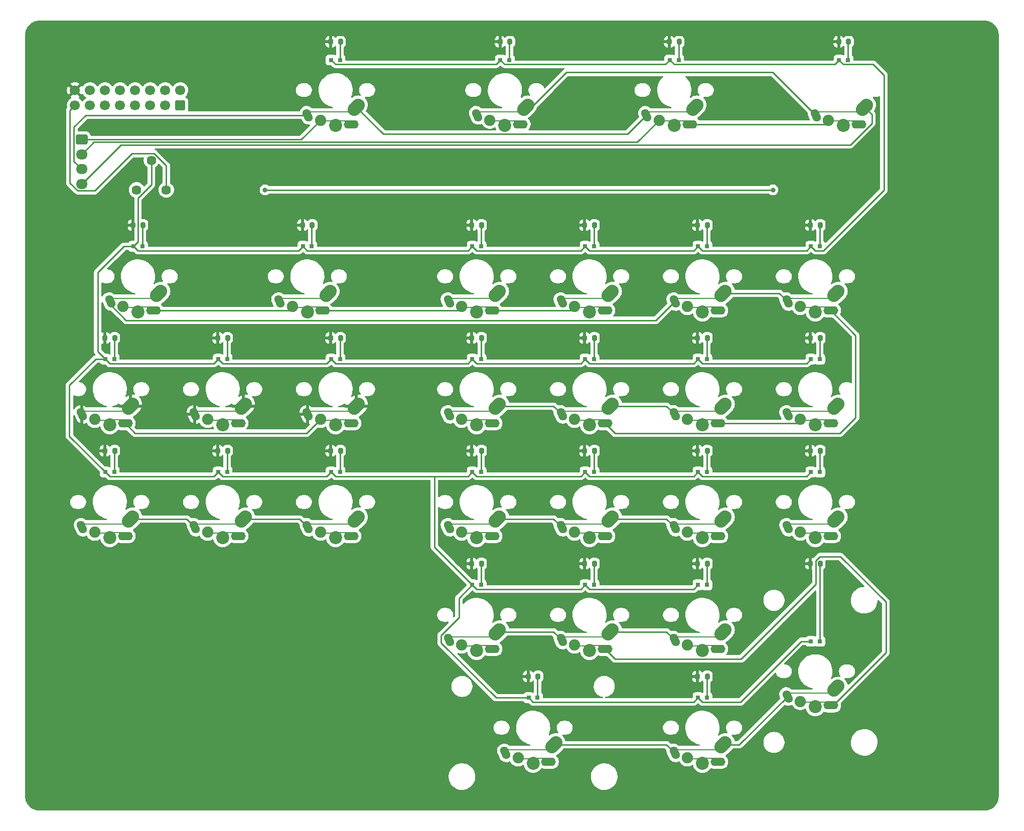
<source format=gbr>
%TF.GenerationSoftware,KiCad,Pcbnew,(7.0.0)*%
%TF.CreationDate,2023-04-09T14:25:34-07:00*%
%TF.ProjectId,SidecarXE85-keyboard,53696465-6361-4725-9845-38352d6b6579,rev?*%
%TF.SameCoordinates,Original*%
%TF.FileFunction,Copper,L1,Top*%
%TF.FilePolarity,Positive*%
%FSLAX46Y46*%
G04 Gerber Fmt 4.6, Leading zero omitted, Abs format (unit mm)*
G04 Created by KiCad (PCBNEW (7.0.0)) date 2023-04-09 14:25:34*
%MOMM*%
%LPD*%
G01*
G04 APERTURE LIST*
G04 Aperture macros list*
%AMRoundRect*
0 Rectangle with rounded corners*
0 $1 Rounding radius*
0 $2 $3 $4 $5 $6 $7 $8 $9 X,Y pos of 4 corners*
0 Add a 4 corners polygon primitive as box body*
4,1,4,$2,$3,$4,$5,$6,$7,$8,$9,$2,$3,0*
0 Add four circle primitives for the rounded corners*
1,1,$1+$1,$2,$3*
1,1,$1+$1,$4,$5*
1,1,$1+$1,$6,$7*
1,1,$1+$1,$8,$9*
0 Add four rect primitives between the rounded corners*
20,1,$1+$1,$2,$3,$4,$5,0*
20,1,$1+$1,$4,$5,$6,$7,0*
20,1,$1+$1,$6,$7,$8,$9,0*
20,1,$1+$1,$8,$9,$2,$3,0*%
%AMHorizOval*
0 Thick line with rounded ends*
0 $1 width*
0 $2 $3 position (X,Y) of the first rounded end (center of the circle)*
0 $4 $5 position (X,Y) of the second rounded end (center of the circle)*
0 Add line between two ends*
20,1,$1,$2,$3,$4,$5,0*
0 Add two circle primitives to create the rounded ends*
1,1,$1,$2,$3*
1,1,$1,$4,$5*%
G04 Aperture macros list end*
%TA.AperFunction,SMDPad,CuDef*%
%ADD10RoundRect,0.200000X0.200000X0.275000X-0.200000X0.275000X-0.200000X-0.275000X0.200000X-0.275000X0*%
%TD*%
%TA.AperFunction,ComponentPad*%
%ADD11HorizOval,1.400000X-0.169047X0.362523X0.169047X-0.362523X0*%
%TD*%
%TA.AperFunction,SMDPad,CuDef*%
%ADD12R,6.832600X0.228600*%
%TD*%
%TA.AperFunction,ComponentPad*%
%ADD13HorizOval,2.200000X-0.353553X-0.353553X0.353553X0.353553X0*%
%TD*%
%TA.AperFunction,ComponentPad*%
%ADD14C,1.900000*%
%TD*%
%TA.AperFunction,SMDPad,CuDef*%
%ADD15R,1.312000X0.254000*%
%TD*%
%TA.AperFunction,ComponentPad*%
%ADD16C,2.200000*%
%TD*%
%TA.AperFunction,SMDPad,CuDef*%
%ADD17R,1.758000X0.284000*%
%TD*%
%TA.AperFunction,ComponentPad*%
%ADD18O,2.500000X1.400000*%
%TD*%
%TA.AperFunction,SMDPad,CuDef*%
%ADD19R,0.800000X0.800000*%
%TD*%
%TA.AperFunction,ComponentPad*%
%ADD20C,1.620000*%
%TD*%
%TA.AperFunction,ComponentPad*%
%ADD21RoundRect,0.250000X0.600000X-0.600000X0.600000X0.600000X-0.600000X0.600000X-0.600000X-0.600000X0*%
%TD*%
%TA.AperFunction,ComponentPad*%
%ADD22C,1.700000*%
%TD*%
%TA.AperFunction,ComponentPad*%
%ADD23RoundRect,0.250000X-0.725000X0.600000X-0.725000X-0.600000X0.725000X-0.600000X0.725000X0.600000X0*%
%TD*%
%TA.AperFunction,ComponentPad*%
%ADD24O,1.950000X1.700000*%
%TD*%
%TA.AperFunction,ViaPad*%
%ADD25C,0.800000*%
%TD*%
%TA.AperFunction,Conductor*%
%ADD26C,0.250000*%
%TD*%
G04 APERTURE END LIST*
D10*
%TO.P,R6,1*%
%TO.N,Net-(SW6-K)*%
X134175000Y-32146875D03*
%TO.P,R6,2*%
%TO.N,GND*%
X132525000Y-32146875D03*
%TD*%
D11*
%TO.P,SW8,1,1*%
%TO.N,COL2*%
X133412499Y-133154999D03*
D12*
X136893299Y-132587999D03*
D13*
X141612499Y-131774999D03*
D14*
%TO.P,SW8,2,2*%
%TO.N,ROW1*%
X135572500Y-133985000D03*
D15*
X136842499Y-134111999D03*
D16*
X138112500Y-134905000D03*
D17*
X139372499Y-134096999D03*
D18*
X140712499Y-134654999D03*
D19*
%TO.P,SW8,3,K*%
%TO.N,Net-(SW8-K)*%
X138862499Y-123824999D03*
%TO.P,SW8,4,A*%
%TO.N,VA*%
X137362499Y-123824999D03*
%TD*%
D10*
%TO.P,R28,1*%
%TO.N,Net-(SW28-K)*%
X157987500Y-101203125D03*
%TO.P,R28,2*%
%TO.N,GND*%
X156337500Y-101203125D03*
%TD*%
%TO.P,R11,1*%
%TO.N,Net-(SW11-K)*%
X100837500Y-63103125D03*
%TO.P,R11,2*%
%TO.N,GND*%
X99187500Y-63103125D03*
%TD*%
%TO.P,R24,1*%
%TO.N,Net-(SW24-K)*%
X72262500Y-63103125D03*
%TO.P,R24,2*%
%TO.N,GND*%
X70612500Y-63103125D03*
%TD*%
D11*
%TO.P,SW5,1,1*%
%TO.N,Net-(J3-Pin_3)*%
X71499999Y-44554999D03*
D12*
X74980799Y-43987999D03*
D13*
X79699999Y-43174999D03*
D14*
%TO.P,SW5,2,2*%
%TO.N,Net-(J3-Pin_1)*%
X73660000Y-45385000D03*
D15*
X74929999Y-45511999D03*
D16*
X76200000Y-46305000D03*
D17*
X77459999Y-45496999D03*
D18*
X78799999Y-46054999D03*
D19*
%TO.P,SW5,3,K*%
%TO.N,Net-(SW5-K)*%
X76949999Y-35224999D03*
%TO.P,SW5,4,A*%
%TO.N,VA*%
X75449999Y-35224999D03*
%TD*%
D10*
%TO.P,R16,1*%
%TO.N,Net-(SW16-K)*%
X119887500Y-82153125D03*
%TO.P,R16,2*%
%TO.N,GND*%
X118237500Y-82153125D03*
%TD*%
D11*
%TO.P,SW23,1,1*%
%TO.N,COL4*%
X95312499Y-114104999D03*
D12*
X98793299Y-113537999D03*
D13*
X103512499Y-112724999D03*
D14*
%TO.P,SW23,2,2*%
%TO.N,ROW3*%
X97472500Y-114935000D03*
D15*
X98742499Y-115061999D03*
D16*
X100012500Y-115855000D03*
D17*
X101272499Y-115046999D03*
D18*
X102612499Y-115604999D03*
D19*
%TO.P,SW23,3,K*%
%TO.N,Net-(SW23-K)*%
X100762499Y-104774999D03*
%TO.P,SW23,4,A*%
%TO.N,VA*%
X99262499Y-104774999D03*
%TD*%
D11*
%TO.P,SW4,1,1*%
%TO.N,COL1*%
X104837499Y-152204999D03*
D12*
X108318299Y-151637999D03*
D13*
X113037499Y-150824999D03*
D14*
%TO.P,SW4,2,2*%
%TO.N,ROW4*%
X106997500Y-153035000D03*
D15*
X108267499Y-153161999D03*
D16*
X109537500Y-153955000D03*
D17*
X110797499Y-153146999D03*
D18*
X112137499Y-153704999D03*
D19*
%TO.P,SW4,3,K*%
%TO.N,Net-(SW4-K)*%
X110287499Y-142874999D03*
%TO.P,SW4,4,A*%
%TO.N,VA*%
X108787499Y-142874999D03*
%TD*%
D11*
%TO.P,SW11,1,1*%
%TO.N,COL2*%
X95312499Y-76004999D03*
D12*
X98793299Y-75437999D03*
D13*
X103512499Y-74624999D03*
D14*
%TO.P,SW11,2,2*%
%TO.N,ROW4*%
X97472500Y-76835000D03*
D15*
X98742499Y-76961999D03*
D16*
X100012500Y-77755000D03*
D17*
X101272499Y-76946999D03*
D18*
X102612499Y-77504999D03*
D19*
%TO.P,SW11,3,K*%
%TO.N,Net-(SW11-K)*%
X100762499Y-66674999D03*
%TO.P,SW11,4,A*%
%TO.N,VA*%
X99262499Y-66674999D03*
%TD*%
D10*
%TO.P,R17,1*%
%TO.N,Net-(SW17-K)*%
X100837500Y-82153125D03*
%TO.P,R17,2*%
%TO.N,GND*%
X99187500Y-82153125D03*
%TD*%
%TO.P,R14,1*%
%TO.N,Net-(SW14-K)*%
X38925000Y-101203125D03*
%TO.P,R14,2*%
%TO.N,GND*%
X37275000Y-101203125D03*
%TD*%
D11*
%TO.P,SW27,1,1*%
%TO.N,COL5*%
X152462499Y-76004999D03*
D12*
X155943299Y-75437999D03*
D13*
X160662499Y-74624999D03*
D14*
%TO.P,SW27,2,2*%
%TO.N,ROW2*%
X154622500Y-76835000D03*
D15*
X155892499Y-76961999D03*
D16*
X157162500Y-77755000D03*
D17*
X158422499Y-76946999D03*
D18*
X159762499Y-77504999D03*
D19*
%TO.P,SW27,3,K*%
%TO.N,Net-(SW27-K)*%
X157912499Y-66674999D03*
%TO.P,SW27,4,A*%
%TO.N,VA*%
X156412499Y-66674999D03*
%TD*%
D10*
%TO.P,R20,1*%
%TO.N,Net-(SW20-K)*%
X57975000Y-101203125D03*
%TO.P,R20,2*%
%TO.N,GND*%
X56325000Y-101203125D03*
%TD*%
%TO.P,R19,1*%
%TO.N,Net-(SW19-K)*%
X57975000Y-82153125D03*
%TO.P,R19,2*%
%TO.N,GND*%
X56325000Y-82153125D03*
%TD*%
%TO.P,R1,1*%
%TO.N,Net-(SW1-K)*%
X157987500Y-82153125D03*
%TO.P,R1,2*%
%TO.N,GND*%
X156337500Y-82153125D03*
%TD*%
D11*
%TO.P,SW18,1,1*%
%TO.N,COL3*%
X114362499Y-76004999D03*
D12*
X117843299Y-75437999D03*
D13*
X122562499Y-74624999D03*
D14*
%TO.P,SW18,2,2*%
%TO.N,ROW4*%
X116522500Y-76835000D03*
D15*
X117792499Y-76961999D03*
D16*
X119062500Y-77755000D03*
D17*
X120322499Y-76946999D03*
D18*
X121662499Y-77504999D03*
D19*
%TO.P,SW18,3,K*%
%TO.N,Net-(SW18-K)*%
X119812499Y-66674999D03*
%TO.P,SW18,4,A*%
%TO.N,VA*%
X118312499Y-66674999D03*
%TD*%
D11*
%TO.P,SW30,1,1*%
%TO.N,GND*%
X71499999Y-95054999D03*
D12*
X74980799Y-94487999D03*
D13*
X79699999Y-93674999D03*
D14*
%TO.P,SW30,2,2*%
%TO.N,TRIGGER*%
X73660000Y-95885000D03*
D15*
X74929999Y-96011999D03*
D16*
X76200000Y-96805000D03*
D17*
X77459999Y-95996999D03*
D18*
X78799999Y-96554999D03*
D19*
%TO.P,SW30,3,K*%
%TO.N,Net-(SW30-K)*%
X76949999Y-85724999D03*
%TO.P,SW30,4,A*%
%TO.N,VA*%
X75449999Y-85724999D03*
%TD*%
D11*
%TO.P,SW6,1,1*%
%TO.N,Net-(J3-Pin_3)*%
X128649999Y-44554999D03*
D12*
X132130799Y-43987999D03*
D13*
X136849999Y-43174999D03*
D14*
%TO.P,SW6,2,2*%
%TO.N,Net-(J3-Pin_2)*%
X130810000Y-45385000D03*
D15*
X132079999Y-45511999D03*
D16*
X133350000Y-46305000D03*
D17*
X134609999Y-45496999D03*
D18*
X135949999Y-46054999D03*
D19*
%TO.P,SW6,3,K*%
%TO.N,Net-(SW6-K)*%
X134099999Y-35224999D03*
%TO.P,SW6,4,A*%
%TO.N,VA*%
X132599999Y-35224999D03*
%TD*%
D11*
%TO.P,SW9,1,1*%
%TO.N,COL2*%
X114362499Y-133154999D03*
D12*
X117843299Y-132587999D03*
D13*
X122562499Y-131774999D03*
D14*
%TO.P,SW9,2,2*%
%TO.N,ROW2*%
X116522500Y-133985000D03*
D15*
X117792499Y-134111999D03*
D16*
X119062500Y-134905000D03*
D17*
X120322499Y-134096999D03*
D18*
X121662499Y-134654999D03*
D19*
%TO.P,SW9,3,K*%
%TO.N,Net-(SW9-K)*%
X119812499Y-123824999D03*
%TO.P,SW9,4,A*%
%TO.N,VA*%
X118312499Y-123824999D03*
%TD*%
D11*
%TO.P,SW16,1,1*%
%TO.N,COL3*%
X114362499Y-95054999D03*
D12*
X117843299Y-94487999D03*
D13*
X122562499Y-93674999D03*
D14*
%TO.P,SW16,2,2*%
%TO.N,ROW2*%
X116522500Y-95885000D03*
D15*
X117792499Y-96011999D03*
D16*
X119062500Y-96805000D03*
D17*
X120322499Y-95996999D03*
D18*
X121662499Y-96554999D03*
D19*
%TO.P,SW16,3,K*%
%TO.N,Net-(SW16-K)*%
X119812499Y-85724999D03*
%TO.P,SW16,4,A*%
%TO.N,VA*%
X118312499Y-85724999D03*
%TD*%
D10*
%TO.P,R29,1*%
%TO.N,Net-(SW29-K)*%
X43687500Y-63103125D03*
%TO.P,R29,2*%
%TO.N,GND*%
X42037500Y-63103125D03*
%TD*%
D11*
%TO.P,SW2,1,1*%
%TO.N,COL1*%
X152462499Y-142679999D03*
D12*
X155943299Y-142112999D03*
D13*
X160662499Y-141299999D03*
D14*
%TO.P,SW2,2,2*%
%TO.N,ROW2*%
X154622500Y-143510000D03*
D15*
X155892499Y-143636999D03*
D16*
X157162500Y-144430000D03*
D17*
X158422499Y-143621999D03*
D18*
X159762499Y-144179999D03*
D19*
%TO.P,SW2,3,K*%
%TO.N,Net-(SW2-K)*%
X157912499Y-133349999D03*
%TO.P,SW2,4,A*%
%TO.N,VA*%
X156412499Y-133349999D03*
%TD*%
D10*
%TO.P,R25,1*%
%TO.N,Net-(SW25-K)*%
X77025000Y-101203125D03*
%TO.P,R25,2*%
%TO.N,GND*%
X75375000Y-101203125D03*
%TD*%
%TO.P,R21,1*%
%TO.N,Net-(SW21-K)*%
X138937500Y-101203125D03*
%TO.P,R21,2*%
%TO.N,GND*%
X137287500Y-101203125D03*
%TD*%
%TO.P,R7,1*%
%TO.N,Net-(SW7-K)*%
X38925000Y-82153125D03*
%TO.P,R7,2*%
%TO.N,GND*%
X37275000Y-82153125D03*
%TD*%
%TO.P,R12,1*%
%TO.N,Net-(SW12-K)*%
X105600000Y-32146875D03*
%TO.P,R12,2*%
%TO.N,GND*%
X103950000Y-32146875D03*
%TD*%
%TO.P,R13,1*%
%TO.N,Net-(SW13-K)*%
X162750000Y-32146875D03*
%TO.P,R13,2*%
%TO.N,GND*%
X161100000Y-32146875D03*
%TD*%
D11*
%TO.P,SW15,1,1*%
%TO.N,COL3*%
X133412499Y-95054999D03*
D12*
X136893299Y-94487999D03*
D13*
X141612499Y-93674999D03*
D14*
%TO.P,SW15,2,2*%
%TO.N,ROW1*%
X135572500Y-95885000D03*
D15*
X136842499Y-96011999D03*
D16*
X138112500Y-96805000D03*
D17*
X139372499Y-95996999D03*
D18*
X140712499Y-96554999D03*
D19*
%TO.P,SW15,3,K*%
%TO.N,Net-(SW15-K)*%
X138862499Y-85724999D03*
%TO.P,SW15,4,A*%
%TO.N,VA*%
X137362499Y-85724999D03*
%TD*%
D10*
%TO.P,R10,1*%
%TO.N,Net-(SW10-K)*%
X100837500Y-120253125D03*
%TO.P,R10,2*%
%TO.N,GND*%
X99187500Y-120253125D03*
%TD*%
D11*
%TO.P,SW3,1,1*%
%TO.N,COL1*%
X133412499Y-152204999D03*
D12*
X136893299Y-151637999D03*
D13*
X141612499Y-150824999D03*
D14*
%TO.P,SW3,2,2*%
%TO.N,ROW3*%
X135572500Y-153035000D03*
D15*
X136842499Y-153161999D03*
D16*
X138112500Y-153955000D03*
D17*
X139372499Y-153146999D03*
D18*
X140712499Y-153704999D03*
D19*
%TO.P,SW3,3,K*%
%TO.N,Net-(SW3-K)*%
X138862499Y-142874999D03*
%TO.P,SW3,4,A*%
%TO.N,VA*%
X137362499Y-142874999D03*
%TD*%
D11*
%TO.P,SW13,1,1*%
%TO.N,Net-(J3-Pin_4)*%
X157224999Y-44554999D03*
D12*
X160705799Y-43987999D03*
D13*
X165424999Y-43174999D03*
D14*
%TO.P,SW13,2,2*%
%TO.N,Net-(J3-Pin_2)*%
X159385000Y-45385000D03*
D15*
X160654999Y-45511999D03*
D16*
X161925000Y-46305000D03*
D17*
X163184999Y-45496999D03*
D18*
X164524999Y-46054999D03*
D19*
%TO.P,SW13,3,K*%
%TO.N,Net-(SW13-K)*%
X162674999Y-35224999D03*
%TO.P,SW13,4,A*%
%TO.N,VA*%
X161174999Y-35224999D03*
%TD*%
D11*
%TO.P,SW29,1,1*%
%TO.N,COL5*%
X38162499Y-76004999D03*
D12*
X41643299Y-75437999D03*
D13*
X46362499Y-74624999D03*
D14*
%TO.P,SW29,2,2*%
%TO.N,ROW4*%
X40322500Y-76835000D03*
D15*
X41592499Y-76961999D03*
D16*
X42862500Y-77755000D03*
D17*
X44122499Y-76946999D03*
D18*
X45462499Y-77504999D03*
D19*
%TO.P,SW29,3,K*%
%TO.N,Net-(SW29-K)*%
X43612499Y-66674999D03*
%TO.P,SW29,4,A*%
%TO.N,VA*%
X42112499Y-66674999D03*
%TD*%
D11*
%TO.P,SW24,1,1*%
%TO.N,COL4*%
X66737499Y-76004999D03*
D12*
X70218299Y-75437999D03*
D13*
X74937499Y-74624999D03*
D14*
%TO.P,SW24,2,2*%
%TO.N,ROW4*%
X68897500Y-76835000D03*
D15*
X70167499Y-76961999D03*
D16*
X71437500Y-77755000D03*
D17*
X72697499Y-76946999D03*
D18*
X74037499Y-77504999D03*
D19*
%TO.P,SW24,3,K*%
%TO.N,Net-(SW24-K)*%
X72187499Y-66674999D03*
%TO.P,SW24,4,A*%
%TO.N,VA*%
X70687499Y-66674999D03*
%TD*%
D10*
%TO.P,R23,1*%
%TO.N,Net-(SW23-K)*%
X100837500Y-101203125D03*
%TO.P,R23,2*%
%TO.N,GND*%
X99187500Y-101203125D03*
%TD*%
%TO.P,R27,1*%
%TO.N,Net-(SW27-K)*%
X157987500Y-63103125D03*
%TO.P,R27,2*%
%TO.N,GND*%
X156337500Y-63103125D03*
%TD*%
%TO.P,R8,1*%
%TO.N,Net-(SW8-K)*%
X138937500Y-120253125D03*
%TO.P,R8,2*%
%TO.N,GND*%
X137287500Y-120253125D03*
%TD*%
%TO.P,R22,1*%
%TO.N,Net-(SW22-K)*%
X119887500Y-101203125D03*
%TO.P,R22,2*%
%TO.N,GND*%
X118237500Y-101203125D03*
%TD*%
%TO.P,R5,1*%
%TO.N,Net-(SW5-K)*%
X77025000Y-32146875D03*
%TO.P,R5,2*%
%TO.N,GND*%
X75375000Y-32146875D03*
%TD*%
D11*
%TO.P,SW26,1,1*%
%TO.N,COL5*%
X133412499Y-76004999D03*
D12*
X136893299Y-75437999D03*
D13*
X141612499Y-74624999D03*
D14*
%TO.P,SW26,2,2*%
%TO.N,ROW1*%
X135572500Y-76835000D03*
D15*
X136842499Y-76961999D03*
D16*
X138112500Y-77755000D03*
D17*
X139372499Y-76946999D03*
D18*
X140712499Y-77504999D03*
D19*
%TO.P,SW26,3,K*%
%TO.N,Net-(SW26-K)*%
X138862499Y-66674999D03*
%TO.P,SW26,4,A*%
%TO.N,VA*%
X137362499Y-66674999D03*
%TD*%
D10*
%TO.P,R3,1*%
%TO.N,Net-(SW3-K)*%
X138937500Y-139303125D03*
%TO.P,R3,2*%
%TO.N,GND*%
X137287500Y-139303125D03*
%TD*%
D11*
%TO.P,SW20,1,1*%
%TO.N,GND_1*%
X52449999Y-114104999D03*
D12*
X55930799Y-113537999D03*
D13*
X60649999Y-112724999D03*
D14*
%TO.P,SW20,2,2*%
%TO.N,DOWN*%
X54610000Y-114935000D03*
D15*
X55879999Y-115061999D03*
D16*
X57150000Y-115855000D03*
D17*
X58409999Y-115046999D03*
D18*
X59749999Y-115604999D03*
D19*
%TO.P,SW20,3,K*%
%TO.N,Net-(SW20-K)*%
X57899999Y-104774999D03*
%TO.P,SW20,4,A*%
%TO.N,VA*%
X56399999Y-104774999D03*
%TD*%
D10*
%TO.P,R30,1*%
%TO.N,Net-(SW30-K)*%
X77025000Y-82153125D03*
%TO.P,R30,2*%
%TO.N,GND*%
X75375000Y-82153125D03*
%TD*%
%TO.P,R26,1*%
%TO.N,Net-(SW26-K)*%
X138937500Y-63103125D03*
%TO.P,R26,2*%
%TO.N,GND*%
X137287500Y-63103125D03*
%TD*%
D11*
%TO.P,SW17,1,1*%
%TO.N,COL3*%
X95312499Y-95054999D03*
D12*
X98793299Y-94487999D03*
D13*
X103512499Y-93674999D03*
D14*
%TO.P,SW17,2,2*%
%TO.N,ROW3*%
X97472500Y-95885000D03*
D15*
X98742499Y-96011999D03*
D16*
X100012500Y-96805000D03*
D17*
X101272499Y-95996999D03*
D18*
X102612499Y-96554999D03*
D19*
%TO.P,SW17,3,K*%
%TO.N,Net-(SW17-K)*%
X100762499Y-85724999D03*
%TO.P,SW17,4,A*%
%TO.N,VA*%
X99262499Y-85724999D03*
%TD*%
D11*
%TO.P,SW21,1,1*%
%TO.N,COL4*%
X133412499Y-114104999D03*
D12*
X136893299Y-113537999D03*
D13*
X141612499Y-112724999D03*
D14*
%TO.P,SW21,2,2*%
%TO.N,ROW1*%
X135572500Y-114935000D03*
D15*
X136842499Y-115061999D03*
D16*
X138112500Y-115855000D03*
D17*
X139372499Y-115046999D03*
D18*
X140712499Y-115604999D03*
D19*
%TO.P,SW21,3,K*%
%TO.N,Net-(SW21-K)*%
X138862499Y-104774999D03*
%TO.P,SW21,4,A*%
%TO.N,VA*%
X137362499Y-104774999D03*
%TD*%
D10*
%TO.P,R18,1*%
%TO.N,Net-(SW18-K)*%
X119887500Y-63103125D03*
%TO.P,R18,2*%
%TO.N,GND*%
X118237500Y-63103125D03*
%TD*%
D11*
%TO.P,SW7,1,1*%
%TO.N,GND*%
X33399999Y-95054999D03*
D12*
X36880799Y-94487999D03*
D13*
X41599999Y-93674999D03*
D14*
%TO.P,SW7,2,2*%
%TO.N,TRIGGER*%
X35560000Y-95885000D03*
D15*
X36829999Y-96011999D03*
D16*
X38100000Y-96805000D03*
D17*
X39359999Y-95996999D03*
D18*
X40699999Y-96554999D03*
D19*
%TO.P,SW7,3,K*%
%TO.N,Net-(SW7-K)*%
X38849999Y-85724999D03*
%TO.P,SW7,4,A*%
%TO.N,VA*%
X37349999Y-85724999D03*
%TD*%
D11*
%TO.P,SW22,1,1*%
%TO.N,COL4*%
X114362499Y-114104999D03*
D12*
X117843299Y-113537999D03*
D13*
X122562499Y-112724999D03*
D14*
%TO.P,SW22,2,2*%
%TO.N,ROW2*%
X116522500Y-114935000D03*
D15*
X117792499Y-115061999D03*
D16*
X119062500Y-115855000D03*
D17*
X120322499Y-115046999D03*
D18*
X121662499Y-115604999D03*
D19*
%TO.P,SW22,3,K*%
%TO.N,Net-(SW22-K)*%
X119812499Y-104774999D03*
%TO.P,SW22,4,A*%
%TO.N,VA*%
X118312499Y-104774999D03*
%TD*%
D11*
%TO.P,SW25,1,1*%
%TO.N,GND_1*%
X71499999Y-114104999D03*
D12*
X74980799Y-113537999D03*
D13*
X79699999Y-112724999D03*
D14*
%TO.P,SW25,2,2*%
%TO.N,RIGHT*%
X73660000Y-114935000D03*
D15*
X74929999Y-115061999D03*
D16*
X76200000Y-115855000D03*
D17*
X77459999Y-115046999D03*
D18*
X78799999Y-115604999D03*
D19*
%TO.P,SW25,3,K*%
%TO.N,Net-(SW25-K)*%
X76949999Y-104774999D03*
%TO.P,SW25,4,A*%
%TO.N,VA*%
X75449999Y-104774999D03*
%TD*%
D11*
%TO.P,SW12,1,1*%
%TO.N,Net-(J3-Pin_4)*%
X100074999Y-44554999D03*
D12*
X103555799Y-43987999D03*
D13*
X108274999Y-43174999D03*
D14*
%TO.P,SW12,2,2*%
%TO.N,Net-(J3-Pin_1)*%
X102235000Y-45385000D03*
D15*
X103504999Y-45511999D03*
D16*
X104775000Y-46305000D03*
D17*
X106034999Y-45496999D03*
D18*
X107374999Y-46054999D03*
D19*
%TO.P,SW12,3,K*%
%TO.N,Net-(SW12-K)*%
X105524999Y-35224999D03*
%TO.P,SW12,4,A*%
%TO.N,VA*%
X104024999Y-35224999D03*
%TD*%
D11*
%TO.P,SW19,1,1*%
%TO.N,GND*%
X52449999Y-95054999D03*
D12*
X55930799Y-94487999D03*
D13*
X60649999Y-93674999D03*
D14*
%TO.P,SW19,2,2*%
%TO.N,UP*%
X54610000Y-95885000D03*
D15*
X55879999Y-96011999D03*
D16*
X57150000Y-96805000D03*
D17*
X58409999Y-95996999D03*
D18*
X59749999Y-96554999D03*
D19*
%TO.P,SW19,3,K*%
%TO.N,Net-(SW19-K)*%
X57899999Y-85724999D03*
%TO.P,SW19,4,A*%
%TO.N,VA*%
X56399999Y-85724999D03*
%TD*%
D11*
%TO.P,SW1,1,1*%
%TO.N,COL1*%
X152462499Y-95054999D03*
D12*
X155943299Y-94487999D03*
D13*
X160662499Y-93674999D03*
D14*
%TO.P,SW1,2,2*%
%TO.N,ROW1*%
X154622500Y-95885000D03*
D15*
X155892499Y-96011999D03*
D16*
X157162500Y-96805000D03*
D17*
X158422499Y-95996999D03*
D18*
X159762499Y-96554999D03*
D19*
%TO.P,SW1,3,K*%
%TO.N,Net-(SW1-K)*%
X157912499Y-85724999D03*
%TO.P,SW1,4,A*%
%TO.N,VA*%
X156412499Y-85724999D03*
%TD*%
D10*
%TO.P,R2,1*%
%TO.N,Net-(SW2-K)*%
X157987500Y-120253125D03*
%TO.P,R2,2*%
%TO.N,GND*%
X156337500Y-120253125D03*
%TD*%
D20*
%TO.P,RV1,1,1*%
%TO.N,5V*%
X47625000Y-57150000D03*
%TO.P,RV1,2,2*%
%TO.N,VA*%
X45125000Y-52150000D03*
%TO.P,RV1,3,3*%
%TO.N,unconnected-(RV1-Pad3)*%
X42625000Y-57150000D03*
%TD*%
D11*
%TO.P,SW28,1,1*%
%TO.N,COL5*%
X152462499Y-114104999D03*
D12*
X155943299Y-113537999D03*
D13*
X160662499Y-112724999D03*
D14*
%TO.P,SW28,2,2*%
%TO.N,ROW3*%
X154622500Y-114935000D03*
D15*
X155892499Y-115061999D03*
D16*
X157162500Y-115855000D03*
D17*
X158422499Y-115046999D03*
D18*
X159762499Y-115604999D03*
D19*
%TO.P,SW28,3,K*%
%TO.N,Net-(SW28-K)*%
X157912499Y-104774999D03*
%TO.P,SW28,4,A*%
%TO.N,VA*%
X156412499Y-104774999D03*
%TD*%
D11*
%TO.P,SW10,1,1*%
%TO.N,COL2*%
X95312499Y-133154999D03*
D12*
X98793299Y-132587999D03*
D13*
X103512499Y-131774999D03*
D14*
%TO.P,SW10,2,2*%
%TO.N,ROW3*%
X97472500Y-133985000D03*
D15*
X98742499Y-134111999D03*
D16*
X100012500Y-134905000D03*
D17*
X101272499Y-134096999D03*
D18*
X102612499Y-134654999D03*
D19*
%TO.P,SW10,3,K*%
%TO.N,Net-(SW10-K)*%
X100762499Y-123824999D03*
%TO.P,SW10,4,A*%
%TO.N,VA*%
X99262499Y-123824999D03*
%TD*%
D10*
%TO.P,R4,1*%
%TO.N,Net-(SW4-K)*%
X110362500Y-139303125D03*
%TO.P,R4,2*%
%TO.N,GND*%
X108712500Y-139303125D03*
%TD*%
%TO.P,R15,1*%
%TO.N,Net-(SW15-K)*%
X138937500Y-82153125D03*
%TO.P,R15,2*%
%TO.N,GND*%
X137287500Y-82153125D03*
%TD*%
%TO.P,R9,1*%
%TO.N,Net-(SW9-K)*%
X119887500Y-120253125D03*
%TO.P,R9,2*%
%TO.N,GND*%
X118237500Y-120253125D03*
%TD*%
D11*
%TO.P,SW14,1,1*%
%TO.N,GND_1*%
X33399999Y-114104999D03*
D12*
X36880799Y-113537999D03*
D13*
X41599999Y-112724999D03*
D14*
%TO.P,SW14,2,2*%
%TO.N,LEFT*%
X35560000Y-114935000D03*
D15*
X36829999Y-115061999D03*
D16*
X38100000Y-115855000D03*
D17*
X39359999Y-115046999D03*
D18*
X40699999Y-115604999D03*
D19*
%TO.P,SW14,3,K*%
%TO.N,Net-(SW14-K)*%
X38849999Y-104774999D03*
%TO.P,SW14,4,A*%
%TO.N,VA*%
X37349999Y-104774999D03*
%TD*%
D21*
%TO.P,J2,1,Pin_1*%
%TO.N,COL1*%
X50006250Y-42862500D03*
D22*
%TO.P,J2,2,Pin_2*%
%TO.N,COL2*%
X50006250Y-40322500D03*
%TO.P,J2,3,Pin_3*%
%TO.N,COL3*%
X47466250Y-42862500D03*
%TO.P,J2,4,Pin_4*%
%TO.N,COL4*%
X47466250Y-40322500D03*
%TO.P,J2,5,Pin_5*%
%TO.N,COL5*%
X44926250Y-42862500D03*
%TO.P,J2,6,Pin_6*%
%TO.N,ROW1*%
X44926250Y-40322500D03*
%TO.P,J2,7,Pin_7*%
%TO.N,ROW2*%
X42386250Y-42862500D03*
%TO.P,J2,8,Pin_8*%
%TO.N,ROW3*%
X42386250Y-40322500D03*
%TO.P,J2,9,Pin_9*%
%TO.N,ROW4*%
X39846250Y-42862500D03*
%TO.P,J2,10,Pin_10*%
%TO.N,UP*%
X39846250Y-40322500D03*
%TO.P,J2,11,Pin_11*%
%TO.N,DOWN*%
X37306250Y-42862500D03*
%TO.P,J2,12,Pin_12*%
%TO.N,LEFT*%
X37306250Y-40322500D03*
%TO.P,J2,13,Pin_13*%
%TO.N,RIGHT*%
X34766250Y-42862500D03*
%TO.P,J2,14,Pin_14*%
%TO.N,TRIGGER*%
X34766250Y-40322500D03*
%TO.P,J2,15,Pin_15*%
%TO.N,5V*%
X32226250Y-42862500D03*
%TO.P,J2,16,Pin_16*%
%TO.N,GND*%
X32226250Y-40322500D03*
%TD*%
D23*
%TO.P,J3,1,Pin_1*%
%TO.N,Net-(J3-Pin_1)*%
X33337500Y-48637500D03*
D24*
%TO.P,J3,2,Pin_2*%
%TO.N,Net-(J3-Pin_2)*%
X33337499Y-51137499D03*
%TO.P,J3,3,Pin_3*%
%TO.N,Net-(J3-Pin_3)*%
X33337499Y-53637499D03*
%TO.P,J3,4,Pin_4*%
%TO.N,Net-(J3-Pin_4)*%
X33337499Y-56137499D03*
%TD*%
D25*
%TO.N,COL1*%
X150018750Y-57150000D03*
X64293750Y-57150000D03*
%TO.N,GND*%
X152400000Y-121443750D03*
X154781250Y-130968750D03*
X90487500Y-33337500D03*
X161925000Y-123825000D03*
X57150000Y-54768750D03*
X150018750Y-42862500D03*
X121443750Y-42862500D03*
X61912500Y-47625000D03*
X88106250Y-119062500D03*
X54768750Y-71437500D03*
X50006250Y-61912500D03*
%TD*%
D26*
%TO.N,COL1*%
X150018750Y-57150000D02*
X64293750Y-57150000D01*
X141612500Y-150825000D02*
X144317500Y-150825000D01*
X144317500Y-150825000D02*
X152462500Y-142680000D01*
X132032500Y-150825000D02*
X133412500Y-152205000D01*
X113037500Y-150825000D02*
X132032500Y-150825000D01*
%TO.N,COL2*%
X103512500Y-131775000D02*
X112982500Y-131775000D01*
X112982500Y-131775000D02*
X114362500Y-133155000D01*
X122562500Y-131775000D02*
X132032500Y-131775000D01*
X132032500Y-131775000D02*
X133412500Y-133155000D01*
%TO.N,COL3*%
X103512500Y-93675000D02*
X112982500Y-93675000D01*
X112982500Y-93675000D02*
X114362500Y-95055000D01*
X122562500Y-93675000D02*
X132032500Y-93675000D01*
X132032500Y-93675000D02*
X133412500Y-95055000D01*
%TO.N,COL4*%
X132032500Y-112725000D02*
X133412500Y-114105000D01*
X112982500Y-112725000D02*
X114362500Y-114105000D01*
X103512500Y-112725000D02*
X112982500Y-112725000D01*
X122562500Y-112725000D02*
X132032500Y-112725000D01*
%TO.N,COL5*%
X141612500Y-74625000D02*
X151082500Y-74625000D01*
X40864377Y-79180000D02*
X38162500Y-76478123D01*
X130237500Y-79180000D02*
X40864377Y-79180000D01*
X133412500Y-76005000D02*
X130237500Y-79180000D01*
X151082500Y-74625000D02*
X152462500Y-76005000D01*
%TO.N,ROW1*%
X153952500Y-96555000D02*
X154622500Y-95885000D01*
X140712500Y-96555000D02*
X153952500Y-96555000D01*
%TO.N,ROW2*%
X157960663Y-119062500D02*
X161400131Y-119062500D01*
X163967500Y-95588750D02*
X163967500Y-81710000D01*
X163967500Y-81710000D02*
X159762500Y-77505000D01*
X169068750Y-126731119D02*
X169068750Y-135273750D01*
X157262500Y-123725000D02*
X157262500Y-119760663D01*
X144657500Y-136330000D02*
X157262500Y-123725000D01*
X169068750Y-135273750D02*
X160162500Y-144180000D01*
X123337500Y-98230000D02*
X161326250Y-98230000D01*
X161400131Y-119062500D02*
X169068750Y-126731119D01*
X123337500Y-136330000D02*
X144657500Y-136330000D01*
X121662500Y-134655000D02*
X123337500Y-136330000D01*
X157262500Y-119760663D02*
X157960663Y-119062500D01*
X161326250Y-98230000D02*
X163967500Y-95588750D01*
X121662500Y-96555000D02*
X123337500Y-98230000D01*
%TO.N,ROW4*%
X102612500Y-77505000D02*
X115852500Y-77505000D01*
X68227500Y-77505000D02*
X68897500Y-76835000D01*
X115852500Y-77505000D02*
X116522500Y-76835000D01*
X45462500Y-77505000D02*
X68227500Y-77505000D01*
X74037500Y-77505000D02*
X96802500Y-77505000D01*
X96802500Y-77505000D02*
X97472500Y-76835000D01*
%TO.N,TRIGGER*%
X71315000Y-98230000D02*
X73660000Y-95885000D01*
X40700000Y-96555000D02*
X42375000Y-98230000D01*
X42375000Y-98230000D02*
X71315000Y-98230000D01*
%TO.N,5V*%
X35556250Y-57312500D02*
X32725799Y-57312500D01*
X41853750Y-51015000D02*
X35556250Y-57312500D01*
X45595133Y-51015000D02*
X41853750Y-51015000D01*
X32725799Y-57312500D02*
X31376250Y-55962951D01*
X31376250Y-43712500D02*
X32226250Y-42862500D01*
X47625000Y-53044867D02*
X45595133Y-51015000D01*
X47625000Y-57150000D02*
X47625000Y-53044867D01*
X31376250Y-55962951D02*
X31376250Y-43712500D01*
%TO.N,Net-(J3-Pin_1)*%
X70407500Y-48637500D02*
X73660000Y-45385000D01*
X33337500Y-48637500D02*
X70407500Y-48637500D01*
%TO.N,Net-(J3-Pin_2)*%
X127107500Y-49087500D02*
X130810000Y-45385000D01*
X35387500Y-49087500D02*
X127107500Y-49087500D01*
X159385000Y-45385000D02*
X158715000Y-46055000D01*
X158715000Y-46055000D02*
X135950000Y-46055000D01*
X33337500Y-51137500D02*
X35387500Y-49087500D01*
%TO.N,Net-(J3-Pin_3)*%
X32037500Y-46543750D02*
X32037500Y-52337500D01*
X125475000Y-47730000D02*
X128650000Y-44555000D01*
X34026250Y-44555000D02*
X32037500Y-46543750D01*
X71500000Y-44555000D02*
X34026250Y-44555000D01*
X32037500Y-52337500D02*
X33337500Y-53637500D01*
X84255000Y-47730000D02*
X125475000Y-47730000D01*
X79700000Y-43175000D02*
X84255000Y-47730000D01*
%TO.N,Net-(J3-Pin_4)*%
X39937500Y-49537500D02*
X163042069Y-49537500D01*
X166687500Y-44437500D02*
X165425000Y-43175000D01*
X109271447Y-43175000D02*
X115141447Y-37305000D01*
X33337500Y-56137500D02*
X39937500Y-49537500D01*
X149975000Y-37305000D02*
X157225000Y-44555000D01*
X115141447Y-37305000D02*
X149975000Y-37305000D01*
X166687500Y-45892069D02*
X166687500Y-44437500D01*
X163042069Y-49537500D02*
X166687500Y-45892069D01*
%TO.N,Net-(SW1-K)*%
X157912500Y-82228125D02*
X157912500Y-85725000D01*
%TO.N,Net-(SW2-K)*%
X157912500Y-120328125D02*
X157912500Y-133350000D01*
%TO.N,Net-(SW3-K)*%
X138862500Y-139378125D02*
X138862500Y-142875000D01*
%TO.N,Net-(SW4-K)*%
X110287500Y-139378125D02*
X110287500Y-142875000D01*
%TO.N,Net-(SW6-K)*%
X134100000Y-32221875D02*
X134100000Y-35225000D01*
%TO.N,Net-(SW7-K)*%
X38850000Y-82228125D02*
X38850000Y-85725000D01*
%TO.N,Net-(SW8-K)*%
X138862500Y-120328125D02*
X138862500Y-123825000D01*
%TO.N,Net-(SW9-K)*%
X119812500Y-120328125D02*
X119812500Y-123825000D01*
%TO.N,Net-(SW10-K)*%
X100762500Y-120328125D02*
X100762500Y-123825000D01*
%TO.N,Net-(SW11-K)*%
X100762500Y-63178125D02*
X100762500Y-66675000D01*
%TO.N,Net-(SW13-K)*%
X162675000Y-32221875D02*
X162675000Y-35225000D01*
%TO.N,Net-(SW14-K)*%
X38850000Y-101278125D02*
X38850000Y-104775000D01*
%TO.N,Net-(SW15-K)*%
X138862500Y-82228125D02*
X138862500Y-85725000D01*
%TO.N,Net-(SW16-K)*%
X119812500Y-82228125D02*
X119812500Y-85725000D01*
%TO.N,Net-(SW17-K)*%
X100762500Y-82228125D02*
X100762500Y-85725000D01*
%TO.N,Net-(SW18-K)*%
X119812500Y-63178125D02*
X119812500Y-66675000D01*
%TO.N,Net-(SW19-K)*%
X57900000Y-82228125D02*
X57900000Y-85725000D01*
%TO.N,Net-(SW20-K)*%
X57900000Y-101278125D02*
X57900000Y-104775000D01*
%TO.N,Net-(SW21-K)*%
X138862500Y-101278125D02*
X138862500Y-104775000D01*
%TO.N,Net-(SW22-K)*%
X119812500Y-101278125D02*
X119812500Y-104775000D01*
%TO.N,Net-(SW23-K)*%
X100762500Y-101278125D02*
X100762500Y-104775000D01*
%TO.N,Net-(SW24-K)*%
X72187500Y-63178125D02*
X72187500Y-66675000D01*
%TO.N,Net-(SW25-K)*%
X76950000Y-101278125D02*
X76950000Y-104775000D01*
%TO.N,Net-(SW26-K)*%
X138862500Y-63178125D02*
X138862500Y-66675000D01*
%TO.N,Net-(SW27-K)*%
X157912500Y-63178125D02*
X157912500Y-66675000D01*
%TO.N,Net-(SW28-K)*%
X157912500Y-101278125D02*
X157912500Y-104775000D01*
%TO.N,Net-(SW29-K)*%
X43612500Y-63178125D02*
X43612500Y-66675000D01*
%TO.N,VA*%
X157137500Y-67400000D02*
X156412500Y-66675000D01*
X118312500Y-104775000D02*
X119037500Y-105500000D01*
X94035057Y-133638542D02*
X103271515Y-142875000D01*
X166918750Y-35950000D02*
X168730000Y-37761250D01*
X70687500Y-66675000D02*
X71412500Y-67400000D01*
X155687500Y-86450000D02*
X156412500Y-85725000D01*
X75450000Y-35225000D02*
X76175000Y-35950000D01*
X76175000Y-105500000D02*
X92868750Y-105500000D01*
X133325000Y-35950000D02*
X160450000Y-35950000D01*
X98537500Y-105500000D02*
X99262500Y-104775000D01*
X40481250Y-66675000D02*
X36057500Y-71098750D01*
X160450000Y-35950000D02*
X161175000Y-35225000D01*
X35718750Y-85725000D02*
X31295000Y-90148750D01*
X136637500Y-67400000D02*
X137362500Y-66675000D01*
X131875000Y-35950000D02*
X132600000Y-35225000D01*
X136637500Y-86450000D02*
X137362500Y-85725000D01*
X38075000Y-105500000D02*
X55675000Y-105500000D01*
X144531250Y-143600000D02*
X154781250Y-133350000D01*
X137362500Y-85725000D02*
X138087500Y-86450000D01*
X117587500Y-86450000D02*
X118312500Y-85725000D01*
X155687500Y-105500000D02*
X156412500Y-104775000D01*
X99262500Y-123825000D02*
X92868750Y-117431250D01*
X137362500Y-104775000D02*
X138087500Y-105500000D01*
X168730000Y-57187500D02*
X158517500Y-67400000D01*
X104750000Y-35950000D02*
X131875000Y-35950000D01*
X69962500Y-67400000D02*
X70687500Y-66675000D01*
X75450000Y-104775000D02*
X76175000Y-105500000D01*
X76175000Y-35950000D02*
X103300000Y-35950000D01*
X158517500Y-67400000D02*
X157137500Y-67400000D01*
X119037500Y-67400000D02*
X136637500Y-67400000D01*
X31295000Y-98720000D02*
X37350000Y-104775000D01*
X99262500Y-66675000D02*
X99987500Y-67400000D01*
X103300000Y-35950000D02*
X104025000Y-35225000D01*
X99262500Y-85725000D02*
X99987500Y-86450000D01*
X119037500Y-86450000D02*
X136637500Y-86450000D01*
X132600000Y-35225000D02*
X133325000Y-35950000D01*
X138087500Y-105500000D02*
X155687500Y-105500000D01*
X42862500Y-58517633D02*
X42862500Y-65925000D01*
X42837500Y-67400000D02*
X69962500Y-67400000D01*
X138087500Y-86450000D02*
X155687500Y-86450000D01*
X57125000Y-86450000D02*
X74725000Y-86450000D01*
X42112500Y-66675000D02*
X40481250Y-66675000D01*
X31295000Y-90148750D02*
X31295000Y-98720000D01*
X45125000Y-52150000D02*
X45125000Y-56255133D01*
X117587500Y-124550000D02*
X118312500Y-123825000D01*
X37350000Y-85725000D02*
X35718750Y-85725000D01*
X99987500Y-105500000D02*
X117587500Y-105500000D01*
X161175000Y-35225000D02*
X161900000Y-35950000D01*
X161900000Y-35950000D02*
X166918750Y-35950000D01*
X74725000Y-86450000D02*
X75450000Y-85725000D01*
X36057500Y-84432500D02*
X37350000Y-85725000D01*
X119037500Y-105500000D02*
X136637500Y-105500000D01*
X117587500Y-105500000D02*
X118312500Y-104775000D01*
X92868750Y-105500000D02*
X98537500Y-105500000D01*
X94035057Y-132333364D02*
X94035057Y-133638542D01*
X108787500Y-142875000D02*
X109512500Y-143600000D01*
X42112500Y-66675000D02*
X42837500Y-67400000D01*
X75450000Y-85725000D02*
X76175000Y-86450000D01*
X98537500Y-86450000D02*
X99262500Y-85725000D01*
X117587500Y-67400000D02*
X118312500Y-66675000D01*
X99262500Y-104775000D02*
X99987500Y-105500000D01*
X118312500Y-66675000D02*
X119037500Y-67400000D01*
X37350000Y-104775000D02*
X38075000Y-105500000D01*
X56400000Y-104775000D02*
X57125000Y-105500000D01*
X99987500Y-67400000D02*
X117587500Y-67400000D01*
X138087500Y-67400000D02*
X155687500Y-67400000D01*
X99262500Y-123825000D02*
X99987500Y-124550000D01*
X136637500Y-124550000D02*
X137362500Y-123825000D01*
X56400000Y-85725000D02*
X57125000Y-86450000D01*
X45125000Y-56255133D02*
X42862500Y-58517633D01*
X97012500Y-129355921D02*
X94035057Y-132333364D01*
X99987500Y-86450000D02*
X117587500Y-86450000D01*
X103271515Y-142875000D02*
X108787500Y-142875000D01*
X76175000Y-86450000D02*
X98537500Y-86450000D01*
X118312500Y-85725000D02*
X119037500Y-86450000D01*
X137362500Y-142875000D02*
X138087500Y-143600000D01*
X137362500Y-66675000D02*
X138087500Y-67400000D01*
X92868750Y-117431250D02*
X92868750Y-105500000D01*
X37350000Y-85725000D02*
X38075000Y-86450000D01*
X168730000Y-37761250D02*
X168730000Y-57187500D01*
X36057500Y-71098750D02*
X36057500Y-84432500D01*
X71412500Y-67400000D02*
X98537500Y-67400000D01*
X136637500Y-105500000D02*
X137362500Y-104775000D01*
X42862500Y-65925000D02*
X42112500Y-66675000D01*
X155687500Y-67400000D02*
X156412500Y-66675000D01*
X55675000Y-86450000D02*
X56400000Y-85725000D01*
X138087500Y-143600000D02*
X144531250Y-143600000D01*
X55675000Y-105500000D02*
X56400000Y-104775000D01*
X74725000Y-105500000D02*
X75450000Y-104775000D01*
X57125000Y-105500000D02*
X74725000Y-105500000D01*
X97012500Y-126075000D02*
X97012500Y-129355921D01*
X98537500Y-67400000D02*
X99262500Y-66675000D01*
X118312500Y-123825000D02*
X119037500Y-124550000D01*
X154781250Y-133350000D02*
X156412500Y-133350000D01*
X109512500Y-143600000D02*
X136637500Y-143600000D01*
X99262500Y-123825000D02*
X97012500Y-126075000D01*
X136637500Y-143600000D02*
X137362500Y-142875000D01*
X104025000Y-35225000D02*
X104750000Y-35950000D01*
X119037500Y-124550000D02*
X136637500Y-124550000D01*
X38075000Y-86450000D02*
X55675000Y-86450000D01*
X99987500Y-124550000D02*
X117587500Y-124550000D01*
%TO.N,GND_1*%
X51070000Y-112725000D02*
X52450000Y-114105000D01*
X70120000Y-112725000D02*
X71500000Y-114105000D01*
X60650000Y-112725000D02*
X70120000Y-112725000D01*
X41600000Y-112725000D02*
X51070000Y-112725000D01*
%TO.N,Net-(SW30-K)*%
X76950000Y-82228125D02*
X76950000Y-85725000D01*
%TO.N,Net-(SW5-K)*%
X76950000Y-32221875D02*
X76950000Y-35225000D01*
%TO.N,Net-(SW12-K)*%
X105525000Y-32221875D02*
X105525000Y-35225000D01*
%TD*%
%TA.AperFunction,Conductor*%
%TO.N,GND*%
G36*
X157235885Y-124784135D02*
G01*
X157273485Y-124828158D01*
X157287000Y-124884453D01*
X157287000Y-132431534D01*
X157273847Y-132487113D01*
X157237178Y-132530900D01*
X157236677Y-132531274D01*
X157188749Y-132553098D01*
X157136087Y-132553062D01*
X157088188Y-132531175D01*
X157061931Y-132511519D01*
X157061930Y-132511518D01*
X157054831Y-132506204D01*
X156919983Y-132455909D01*
X156912270Y-132455079D01*
X156912267Y-132455079D01*
X156863680Y-132449855D01*
X156863669Y-132449854D01*
X156860373Y-132449500D01*
X156857050Y-132449500D01*
X155967939Y-132449500D01*
X155967920Y-132449500D01*
X155964628Y-132449501D01*
X155961350Y-132449853D01*
X155961338Y-132449854D01*
X155912731Y-132455079D01*
X155912725Y-132455080D01*
X155905017Y-132455909D01*
X155897752Y-132458618D01*
X155897746Y-132458620D01*
X155778480Y-132503104D01*
X155778478Y-132503104D01*
X155770169Y-132506204D01*
X155763072Y-132511516D01*
X155763068Y-132511519D01*
X155662050Y-132587141D01*
X155662046Y-132587144D01*
X155654954Y-132592454D01*
X155649644Y-132599546D01*
X155649641Y-132599550D01*
X155623046Y-132635077D01*
X155594866Y-132672722D01*
X155593302Y-132674811D01*
X155549539Y-132711384D01*
X155494035Y-132724500D01*
X154859025Y-132724500D01*
X154847969Y-132723978D01*
X154840583Y-132722327D01*
X154832795Y-132722571D01*
X154832788Y-132722571D01*
X154773377Y-132724439D01*
X154769482Y-132724500D01*
X154741900Y-132724500D01*
X154738055Y-132724985D01*
X154738030Y-132724987D01*
X154737903Y-132725004D01*
X154726284Y-132725918D01*
X154690422Y-132727045D01*
X154690415Y-132727046D01*
X154682623Y-132727291D01*
X154675138Y-132729465D01*
X154675122Y-132729468D01*
X154663376Y-132732881D01*
X154644333Y-132736825D01*
X154632199Y-132738358D01*
X154632198Y-132738358D01*
X154624458Y-132739336D01*
X154617208Y-132742205D01*
X154617201Y-132742208D01*
X154583848Y-132755413D01*
X154572804Y-132759194D01*
X154538351Y-132769204D01*
X154538340Y-132769208D01*
X154530860Y-132771382D01*
X154524148Y-132775351D01*
X154524146Y-132775352D01*
X154513614Y-132781580D01*
X154496154Y-132790134D01*
X154484769Y-132794642D01*
X154484763Y-132794644D01*
X154477518Y-132797514D01*
X154471213Y-132802094D01*
X154471205Y-132802099D01*
X154442182Y-132823185D01*
X154432424Y-132829595D01*
X154401546Y-132847857D01*
X154401540Y-132847861D01*
X154394830Y-132851830D01*
X154389317Y-132857341D01*
X154389310Y-132857348D01*
X154380660Y-132865998D01*
X154365877Y-132878624D01*
X154355976Y-132885817D01*
X154355966Y-132885826D01*
X154349663Y-132890406D01*
X154344694Y-132896411D01*
X154344691Y-132896415D01*
X154321822Y-132924059D01*
X154313961Y-132932697D01*
X144308478Y-142938181D01*
X144268250Y-142965061D01*
X144220797Y-142974500D01*
X139887000Y-142974500D01*
X139825000Y-142957887D01*
X139779613Y-142912500D01*
X139763000Y-142850500D01*
X139762999Y-142430439D01*
X139762999Y-142427128D01*
X139756591Y-142367517D01*
X139706296Y-142232669D01*
X139620046Y-142117454D01*
X139537687Y-142055800D01*
X139501116Y-142012039D01*
X139488000Y-141956535D01*
X139488000Y-140254727D01*
X139503994Y-140193811D01*
X139547851Y-140148610D01*
X139566265Y-140137478D01*
X139566264Y-140137478D01*
X139572685Y-140133597D01*
X139692972Y-140013310D01*
X139780978Y-139867731D01*
X139831586Y-139705321D01*
X139838000Y-139634741D01*
X139838000Y-138971509D01*
X139831586Y-138900929D01*
X139780978Y-138738519D01*
X139692972Y-138592940D01*
X139572685Y-138472653D01*
X139427106Y-138384647D01*
X139398000Y-138375577D01*
X139270957Y-138335989D01*
X139270948Y-138335987D01*
X139264696Y-138334039D01*
X139258162Y-138333445D01*
X139258161Y-138333445D01*
X139196925Y-138327880D01*
X139196919Y-138327879D01*
X139194116Y-138327625D01*
X138680884Y-138327625D01*
X138678081Y-138327879D01*
X138678074Y-138327880D01*
X138616838Y-138333445D01*
X138616835Y-138333445D01*
X138610304Y-138334039D01*
X138604053Y-138335986D01*
X138604042Y-138335989D01*
X138455050Y-138382417D01*
X138447894Y-138384647D01*
X138441482Y-138388523D01*
X138441478Y-138388525D01*
X138308732Y-138468773D01*
X138308727Y-138468776D01*
X138302315Y-138472653D01*
X138297015Y-138477952D01*
X138297011Y-138477956D01*
X138199827Y-138575141D01*
X138144240Y-138607235D01*
X138080052Y-138607235D01*
X138024465Y-138575141D01*
X137927677Y-138478353D01*
X137915956Y-138469170D01*
X137783320Y-138388989D01*
X137769732Y-138382873D01*
X137620872Y-138336486D01*
X137608068Y-138333940D01*
X137551356Y-138328786D01*
X137540950Y-138331575D01*
X137537500Y-138344451D01*
X137537500Y-140261798D01*
X137540950Y-140274673D01*
X137551356Y-140277462D01*
X137608070Y-140272309D01*
X137620869Y-140269763D01*
X137769732Y-140223376D01*
X137783320Y-140217260D01*
X137915956Y-140137079D01*
X137927677Y-140127896D01*
X138024465Y-140031109D01*
X138080052Y-139999015D01*
X138144240Y-139999015D01*
X138199827Y-140031109D01*
X138200681Y-140031963D01*
X138227561Y-140072191D01*
X138237000Y-140119644D01*
X138237000Y-141956534D01*
X138223873Y-142012060D01*
X138187273Y-142055829D01*
X138186773Y-142056203D01*
X138138828Y-142078081D01*
X138086127Y-142078071D01*
X138038190Y-142056176D01*
X138026617Y-142047513D01*
X138004831Y-142031204D01*
X137869983Y-141980909D01*
X137862270Y-141980079D01*
X137862267Y-141980079D01*
X137813680Y-141974855D01*
X137813669Y-141974854D01*
X137810373Y-141974500D01*
X137807050Y-141974500D01*
X136917939Y-141974500D01*
X136917920Y-141974500D01*
X136914628Y-141974501D01*
X136911350Y-141974853D01*
X136911338Y-141974854D01*
X136862731Y-141980079D01*
X136862725Y-141980080D01*
X136855017Y-141980909D01*
X136847752Y-141983618D01*
X136847746Y-141983620D01*
X136728480Y-142028104D01*
X136728478Y-142028104D01*
X136720169Y-142031204D01*
X136713072Y-142036516D01*
X136713068Y-142036519D01*
X136612050Y-142112141D01*
X136612046Y-142112144D01*
X136604954Y-142117454D01*
X136599644Y-142124546D01*
X136599641Y-142124550D01*
X136524019Y-142225568D01*
X136524016Y-142225572D01*
X136518704Y-142232669D01*
X136515604Y-142240978D01*
X136515604Y-142240980D01*
X136471120Y-142360247D01*
X136471119Y-142360250D01*
X136468409Y-142367517D01*
X136467579Y-142375227D01*
X136467579Y-142375232D01*
X136462355Y-142423819D01*
X136462354Y-142423831D01*
X136462000Y-142427127D01*
X136462000Y-142430449D01*
X136462000Y-142839545D01*
X136452562Y-142886995D01*
X136425685Y-142927222D01*
X136414731Y-142938177D01*
X136374501Y-142965060D01*
X136327046Y-142974500D01*
X121830257Y-142974500D01*
X121770957Y-142959402D01*
X121726099Y-142917783D01*
X121706605Y-142859780D01*
X121717223Y-142799516D01*
X121755368Y-142751669D01*
X121803153Y-142731514D01*
X121802717Y-142729601D01*
X121810612Y-142727799D01*
X122062010Y-142670419D01*
X122309586Y-142573252D01*
X122539915Y-142440272D01*
X122747851Y-142274448D01*
X122928750Y-142079485D01*
X123078571Y-141859738D01*
X123193967Y-141620116D01*
X123272361Y-141365971D01*
X123312000Y-141102980D01*
X123312000Y-140837020D01*
X123272361Y-140574029D01*
X123193967Y-140319884D01*
X123078571Y-140080262D01*
X122928750Y-139860515D01*
X122747851Y-139665552D01*
X122705625Y-139631878D01*
X136387501Y-139631878D01*
X136387756Y-139637511D01*
X136393315Y-139698695D01*
X136395861Y-139711494D01*
X136442248Y-139860357D01*
X136448364Y-139873945D01*
X136528545Y-140006581D01*
X136537728Y-140018302D01*
X136647322Y-140127896D01*
X136659043Y-140137079D01*
X136791679Y-140217260D01*
X136805267Y-140223376D01*
X136954127Y-140269763D01*
X136966931Y-140272309D01*
X137023643Y-140277463D01*
X137034049Y-140274674D01*
X137037500Y-140261799D01*
X137037500Y-139569451D01*
X137034049Y-139556575D01*
X137021174Y-139553125D01*
X136403827Y-139553125D01*
X136390951Y-139556575D01*
X136387501Y-139569451D01*
X136387501Y-139631878D01*
X122705625Y-139631878D01*
X122539915Y-139499728D01*
X122474073Y-139461714D01*
X122313606Y-139369068D01*
X122313596Y-139369063D01*
X122309586Y-139366748D01*
X122302431Y-139363940D01*
X122066334Y-139271278D01*
X122066333Y-139271277D01*
X122062010Y-139269581D01*
X122057484Y-139268548D01*
X122057481Y-139268547D01*
X121807236Y-139211430D01*
X121807230Y-139211429D01*
X121802717Y-139210399D01*
X121798095Y-139210052D01*
X121798091Y-139210052D01*
X121606215Y-139195673D01*
X121606204Y-139195672D01*
X121603901Y-139195500D01*
X121471099Y-139195500D01*
X121468796Y-139195672D01*
X121468784Y-139195673D01*
X121276908Y-139210052D01*
X121276902Y-139210052D01*
X121272283Y-139210399D01*
X121267771Y-139211428D01*
X121267763Y-139211430D01*
X121017518Y-139268547D01*
X121017511Y-139268548D01*
X121012990Y-139269581D01*
X121008670Y-139271276D01*
X121008665Y-139271278D01*
X120769734Y-139365052D01*
X120769728Y-139365054D01*
X120765414Y-139366748D01*
X120761408Y-139369060D01*
X120761393Y-139369068D01*
X120539103Y-139497408D01*
X120535085Y-139499728D01*
X120531461Y-139502617D01*
X120531458Y-139502620D01*
X120330776Y-139662659D01*
X120330771Y-139662662D01*
X120327149Y-139665552D01*
X120323993Y-139668952D01*
X120323990Y-139668956D01*
X120149409Y-139857109D01*
X120149401Y-139857118D01*
X120146250Y-139860515D01*
X120143644Y-139864336D01*
X120143637Y-139864346D01*
X119999044Y-140076426D01*
X119996429Y-140080262D01*
X119994416Y-140084440D01*
X119994413Y-140084447D01*
X119883045Y-140315704D01*
X119883040Y-140315715D01*
X119881033Y-140319884D01*
X119879670Y-140324300D01*
X119879665Y-140324315D01*
X119804005Y-140569598D01*
X119804002Y-140569607D01*
X119802639Y-140574029D01*
X119801949Y-140578601D01*
X119801947Y-140578614D01*
X119781056Y-140717222D01*
X119763000Y-140837020D01*
X119763000Y-141102980D01*
X119763690Y-141107564D01*
X119763691Y-141107565D01*
X119801947Y-141361385D01*
X119801949Y-141361395D01*
X119802639Y-141365971D01*
X119804003Y-141370394D01*
X119804005Y-141370401D01*
X119879665Y-141615684D01*
X119879669Y-141615694D01*
X119881033Y-141620116D01*
X119883042Y-141624289D01*
X119883045Y-141624295D01*
X119942504Y-141747762D01*
X119996429Y-141859738D01*
X119999044Y-141863573D01*
X120130376Y-142056203D01*
X120146250Y-142079485D01*
X120149406Y-142082887D01*
X120149409Y-142082890D01*
X120176550Y-142112141D01*
X120327149Y-142274448D01*
X120535085Y-142440272D01*
X120673139Y-142519977D01*
X120761393Y-142570931D01*
X120761398Y-142570933D01*
X120765414Y-142573252D01*
X121012990Y-142670419D01*
X121264388Y-142727799D01*
X121272283Y-142729601D01*
X121271846Y-142731514D01*
X121319632Y-142751669D01*
X121357777Y-142799516D01*
X121368395Y-142859780D01*
X121348901Y-142917783D01*
X121304043Y-142959402D01*
X121244743Y-142974500D01*
X111312000Y-142974500D01*
X111250000Y-142957887D01*
X111204613Y-142912500D01*
X111188000Y-142850500D01*
X111187999Y-142430439D01*
X111187999Y-142427128D01*
X111181591Y-142367517D01*
X111131296Y-142232669D01*
X111045046Y-142117454D01*
X110962687Y-142055800D01*
X110926116Y-142012039D01*
X110913000Y-141956535D01*
X110913000Y-140254727D01*
X110928994Y-140193811D01*
X110972851Y-140148610D01*
X110991265Y-140137478D01*
X110991264Y-140137478D01*
X110997685Y-140133597D01*
X111117972Y-140013310D01*
X111205978Y-139867731D01*
X111256586Y-139705321D01*
X111263000Y-139634741D01*
X111263000Y-139036799D01*
X136387500Y-139036799D01*
X136390950Y-139049674D01*
X136403826Y-139053125D01*
X137021174Y-139053125D01*
X137034049Y-139049674D01*
X137037500Y-139036799D01*
X137037500Y-138344452D01*
X137034049Y-138331576D01*
X137023643Y-138328787D01*
X136966929Y-138333940D01*
X136954130Y-138336486D01*
X136805267Y-138382873D01*
X136791679Y-138388989D01*
X136659043Y-138469170D01*
X136647322Y-138478353D01*
X136537728Y-138587947D01*
X136528545Y-138599668D01*
X136448364Y-138732304D01*
X136442248Y-138745892D01*
X136395861Y-138894752D01*
X136393315Y-138907556D01*
X136387755Y-138968740D01*
X136387500Y-138974369D01*
X136387500Y-139036799D01*
X111263000Y-139036799D01*
X111263000Y-138971509D01*
X111256586Y-138900929D01*
X111205978Y-138738519D01*
X111117972Y-138592940D01*
X110997685Y-138472653D01*
X110852106Y-138384647D01*
X110823000Y-138375577D01*
X110695957Y-138335989D01*
X110695948Y-138335987D01*
X110689696Y-138334039D01*
X110683162Y-138333445D01*
X110683161Y-138333445D01*
X110621925Y-138327880D01*
X110621919Y-138327879D01*
X110619116Y-138327625D01*
X110105884Y-138327625D01*
X110103081Y-138327879D01*
X110103074Y-138327880D01*
X110041838Y-138333445D01*
X110041835Y-138333445D01*
X110035304Y-138334039D01*
X110029053Y-138335986D01*
X110029042Y-138335989D01*
X109880050Y-138382417D01*
X109872894Y-138384647D01*
X109866482Y-138388523D01*
X109866478Y-138388525D01*
X109733732Y-138468773D01*
X109733727Y-138468776D01*
X109727315Y-138472653D01*
X109722015Y-138477952D01*
X109722011Y-138477956D01*
X109624827Y-138575141D01*
X109569240Y-138607235D01*
X109505052Y-138607235D01*
X109449465Y-138575141D01*
X109352677Y-138478353D01*
X109340956Y-138469170D01*
X109208320Y-138388989D01*
X109194732Y-138382873D01*
X109045872Y-138336486D01*
X109033068Y-138333940D01*
X108976356Y-138328786D01*
X108965950Y-138331575D01*
X108962500Y-138344451D01*
X108962500Y-140261798D01*
X108965950Y-140274673D01*
X108976356Y-140277462D01*
X109033070Y-140272309D01*
X109045869Y-140269763D01*
X109194732Y-140223376D01*
X109208320Y-140217260D01*
X109340956Y-140137079D01*
X109352677Y-140127896D01*
X109449465Y-140031109D01*
X109505052Y-139999015D01*
X109569240Y-139999015D01*
X109624827Y-140031109D01*
X109625681Y-140031963D01*
X109652561Y-140072191D01*
X109662000Y-140119644D01*
X109662000Y-141956534D01*
X109648873Y-142012060D01*
X109612273Y-142055829D01*
X109611773Y-142056203D01*
X109563828Y-142078081D01*
X109511127Y-142078071D01*
X109463190Y-142056176D01*
X109451617Y-142047513D01*
X109429831Y-142031204D01*
X109294983Y-141980909D01*
X109287270Y-141980079D01*
X109287267Y-141980079D01*
X109238680Y-141974855D01*
X109238669Y-141974854D01*
X109235373Y-141974500D01*
X109232050Y-141974500D01*
X108342939Y-141974500D01*
X108342920Y-141974500D01*
X108339628Y-141974501D01*
X108336350Y-141974853D01*
X108336338Y-141974854D01*
X108287731Y-141980079D01*
X108287725Y-141980080D01*
X108280017Y-141980909D01*
X108272752Y-141983618D01*
X108272746Y-141983620D01*
X108153480Y-142028104D01*
X108153478Y-142028104D01*
X108145169Y-142031204D01*
X108138072Y-142036516D01*
X108138068Y-142036519D01*
X108037050Y-142112141D01*
X108037046Y-142112144D01*
X108029954Y-142117454D01*
X108024644Y-142124546D01*
X108024641Y-142124550D01*
X107968302Y-142199811D01*
X107924539Y-142236384D01*
X107869035Y-142249500D01*
X103581968Y-142249500D01*
X103534515Y-142240061D01*
X103494287Y-142213181D01*
X100912984Y-139631878D01*
X107812501Y-139631878D01*
X107812756Y-139637511D01*
X107818315Y-139698695D01*
X107820861Y-139711494D01*
X107867248Y-139860357D01*
X107873364Y-139873945D01*
X107953545Y-140006581D01*
X107962728Y-140018302D01*
X108072322Y-140127896D01*
X108084043Y-140137079D01*
X108216679Y-140217260D01*
X108230267Y-140223376D01*
X108379127Y-140269763D01*
X108391931Y-140272309D01*
X108448643Y-140277463D01*
X108459049Y-140274674D01*
X108462500Y-140261799D01*
X108462500Y-139569451D01*
X108459049Y-139556575D01*
X108446174Y-139553125D01*
X107828827Y-139553125D01*
X107815951Y-139556575D01*
X107812501Y-139569451D01*
X107812501Y-139631878D01*
X100912984Y-139631878D01*
X100317905Y-139036799D01*
X107812500Y-139036799D01*
X107815950Y-139049674D01*
X107828826Y-139053125D01*
X108446174Y-139053125D01*
X108459049Y-139049674D01*
X108462500Y-139036799D01*
X108462500Y-138344452D01*
X108459049Y-138331576D01*
X108448643Y-138328787D01*
X108391929Y-138333940D01*
X108379130Y-138336486D01*
X108230267Y-138382873D01*
X108216679Y-138388989D01*
X108084043Y-138469170D01*
X108072322Y-138478353D01*
X107962728Y-138587947D01*
X107953545Y-138599668D01*
X107873364Y-138732304D01*
X107867248Y-138745892D01*
X107820861Y-138894752D01*
X107818315Y-138907556D01*
X107812755Y-138968740D01*
X107812500Y-138974369D01*
X107812500Y-139036799D01*
X100317905Y-139036799D01*
X96826977Y-135545871D01*
X96794452Y-135488630D01*
X96795813Y-135422808D01*
X96830675Y-135366960D01*
X96889211Y-135336829D01*
X96954919Y-135340908D01*
X97115203Y-135395934D01*
X97352308Y-135435500D01*
X97587559Y-135435500D01*
X97592692Y-135435500D01*
X97829797Y-135395934D01*
X98057156Y-135317882D01*
X98268567Y-135203472D01*
X98269180Y-135202994D01*
X98323162Y-135183925D01*
X98381366Y-135192063D01*
X98429285Y-135226087D01*
X98456156Y-135278354D01*
X98484489Y-135396374D01*
X98484491Y-135396382D01*
X98485627Y-135401111D01*
X98582034Y-135633859D01*
X98584581Y-135638016D01*
X98584582Y-135638017D01*
X98711117Y-135844504D01*
X98711120Y-135844508D01*
X98713664Y-135848659D01*
X98716824Y-135852358D01*
X98716827Y-135852363D01*
X98729576Y-135867290D01*
X98877276Y-136040224D01*
X99068841Y-136203836D01*
X99072991Y-136206379D01*
X99072995Y-136206382D01*
X99144993Y-136250502D01*
X99283641Y-136335466D01*
X99516389Y-136431873D01*
X99761352Y-136490683D01*
X100012500Y-136510449D01*
X100263648Y-136490683D01*
X100508611Y-136431873D01*
X100741359Y-136335466D01*
X100956159Y-136203836D01*
X101147724Y-136040224D01*
X101311336Y-135848659D01*
X101358394Y-135771866D01*
X101401788Y-135729464D01*
X101460110Y-135712724D01*
X101519388Y-135725658D01*
X101626972Y-135779229D01*
X101840964Y-135840115D01*
X102006997Y-135855500D01*
X103215131Y-135855500D01*
X103218003Y-135855500D01*
X103384036Y-135840115D01*
X103598028Y-135779229D01*
X103797189Y-135680058D01*
X103974736Y-135545981D01*
X104124624Y-135381562D01*
X104241747Y-135192401D01*
X104322118Y-134984940D01*
X104363000Y-134766243D01*
X104363000Y-134543757D01*
X104322118Y-134325060D01*
X104241747Y-134117599D01*
X104124624Y-133928438D01*
X104081017Y-133880603D01*
X103978602Y-133768259D01*
X103978597Y-133768255D01*
X103974736Y-133764019D01*
X103964652Y-133756404D01*
X103931109Y-133731073D01*
X103893528Y-133684682D01*
X103881982Y-133626105D01*
X103899148Y-133568923D01*
X103941042Y-133526395D01*
X104102606Y-133427389D01*
X104246207Y-133304742D01*
X105042242Y-132508707D01*
X105092507Y-132449855D01*
X105097535Y-132443968D01*
X105139912Y-132411890D01*
X105191825Y-132400500D01*
X112672048Y-132400500D01*
X112719501Y-132409939D01*
X112759729Y-132436819D01*
X112957987Y-132635077D01*
X112985467Y-132676779D01*
X112994265Y-132725940D01*
X112990640Y-132867140D01*
X112990493Y-132872874D01*
X112991400Y-132878528D01*
X112991401Y-132878536D01*
X113024840Y-133086887D01*
X113025749Y-133092548D01*
X113081974Y-133249527D01*
X113083180Y-133252114D01*
X113083182Y-133252118D01*
X113424472Y-133984019D01*
X113466981Y-134075179D01*
X113468416Y-134077636D01*
X113468418Y-134077639D01*
X113489190Y-134113194D01*
X113551093Y-134219154D01*
X113696711Y-134387365D01*
X113870760Y-134525955D01*
X114067309Y-134630204D01*
X114279669Y-134696562D01*
X114500605Y-134722769D01*
X114722595Y-134707933D01*
X114938079Y-134652559D01*
X115066610Y-134592624D01*
X115130765Y-134581565D01*
X115191682Y-134604533D01*
X115232568Y-134655197D01*
X115242451Y-134677728D01*
X115373929Y-134878969D01*
X115377396Y-134882735D01*
X115377399Y-134882739D01*
X115533264Y-135052054D01*
X115533267Y-135052057D01*
X115536736Y-135055825D01*
X115573808Y-135084679D01*
X115711774Y-135192063D01*
X115726433Y-135203472D01*
X115937844Y-135317882D01*
X115942690Y-135319545D01*
X115942691Y-135319546D01*
X115952685Y-135322977D01*
X116165203Y-135395934D01*
X116402308Y-135435500D01*
X116637559Y-135435500D01*
X116642692Y-135435500D01*
X116879797Y-135395934D01*
X117107156Y-135317882D01*
X117318567Y-135203472D01*
X117319180Y-135202994D01*
X117373162Y-135183925D01*
X117431366Y-135192063D01*
X117479285Y-135226087D01*
X117506156Y-135278354D01*
X117534489Y-135396374D01*
X117534491Y-135396382D01*
X117535627Y-135401111D01*
X117632034Y-135633859D01*
X117634581Y-135638016D01*
X117634582Y-135638017D01*
X117761117Y-135844504D01*
X117761120Y-135844508D01*
X117763664Y-135848659D01*
X117766824Y-135852358D01*
X117766827Y-135852363D01*
X117779576Y-135867290D01*
X117927276Y-136040224D01*
X118118841Y-136203836D01*
X118122991Y-136206379D01*
X118122995Y-136206382D01*
X118194993Y-136250502D01*
X118333641Y-136335466D01*
X118566389Y-136431873D01*
X118811352Y-136490683D01*
X119062500Y-136510449D01*
X119313648Y-136490683D01*
X119558611Y-136431873D01*
X119791359Y-136335466D01*
X120006159Y-136203836D01*
X120197724Y-136040224D01*
X120361336Y-135848659D01*
X120408394Y-135771866D01*
X120451788Y-135729464D01*
X120510110Y-135712724D01*
X120569388Y-135725658D01*
X120676972Y-135779229D01*
X120890964Y-135840115D01*
X121056997Y-135855500D01*
X121927048Y-135855500D01*
X121974501Y-135864939D01*
X122014729Y-135891819D01*
X122840207Y-136717297D01*
X122847656Y-136725483D01*
X122851714Y-136731877D01*
X122857399Y-136737215D01*
X122857401Y-136737218D01*
X122900739Y-136777915D01*
X122903536Y-136780626D01*
X122923030Y-136800120D01*
X122926115Y-136802513D01*
X122926201Y-136802580D01*
X122935073Y-136810158D01*
X122948380Y-136822654D01*
X122966918Y-136840062D01*
X122973748Y-136843817D01*
X122973751Y-136843819D01*
X122984471Y-136849712D01*
X123000722Y-136860386D01*
X123016564Y-136872674D01*
X123023721Y-136875771D01*
X123023723Y-136875772D01*
X123056655Y-136890022D01*
X123067150Y-136895164D01*
X123105408Y-136916197D01*
X123124812Y-136921179D01*
X123143214Y-136927480D01*
X123154441Y-136932338D01*
X123161605Y-136935438D01*
X123199197Y-136941391D01*
X123204739Y-136942269D01*
X123216182Y-136944639D01*
X123250925Y-136953560D01*
X123250926Y-136953560D01*
X123258481Y-136955500D01*
X123278517Y-136955500D01*
X123297902Y-136957025D01*
X123317696Y-136960160D01*
X123355776Y-136956560D01*
X123361176Y-136956050D01*
X123372845Y-136955500D01*
X144579725Y-136955500D01*
X144590780Y-136956021D01*
X144598167Y-136957673D01*
X144665372Y-136955561D01*
X144669268Y-136955500D01*
X144692948Y-136955500D01*
X144696850Y-136955500D01*
X144700813Y-136954999D01*
X144712463Y-136954080D01*
X144756127Y-136952709D01*
X144775361Y-136947119D01*
X144794417Y-136943174D01*
X144814292Y-136940664D01*
X144854895Y-136924587D01*
X144865950Y-136920802D01*
X144907890Y-136908618D01*
X144925129Y-136898422D01*
X144942603Y-136889862D01*
X144953974Y-136885360D01*
X144953976Y-136885358D01*
X144961232Y-136882486D01*
X144996569Y-136856811D01*
X145006324Y-136850403D01*
X145043920Y-136828170D01*
X145058084Y-136814005D01*
X145072879Y-136801368D01*
X145089087Y-136789594D01*
X145116928Y-136755938D01*
X145124779Y-136747309D01*
X157075318Y-124796772D01*
X157124682Y-124766522D01*
X157182398Y-124761980D01*
X157235885Y-124784135D01*
G37*
%TD.AperFunction*%
%TA.AperFunction,Conductor*%
G36*
X168045778Y-41361667D02*
G01*
X168088829Y-41406755D01*
X168104500Y-41467094D01*
X168104500Y-56877048D01*
X168095061Y-56924501D01*
X168068181Y-56964729D01*
X158958651Y-66074256D01*
X158910129Y-66104230D01*
X158853322Y-66109313D01*
X158800249Y-66088430D01*
X158762137Y-66046000D01*
X158759395Y-66040978D01*
X158756296Y-66032669D01*
X158750980Y-66025568D01*
X158675358Y-65924550D01*
X158670046Y-65917454D01*
X158587687Y-65855800D01*
X158551116Y-65812039D01*
X158538000Y-65756535D01*
X158538000Y-64054727D01*
X158553994Y-63993811D01*
X158597851Y-63948610D01*
X158616265Y-63937478D01*
X158616264Y-63937478D01*
X158622685Y-63933597D01*
X158742972Y-63813310D01*
X158830978Y-63667731D01*
X158881586Y-63505321D01*
X158888000Y-63434741D01*
X158888000Y-62771509D01*
X158881586Y-62700929D01*
X158830978Y-62538519D01*
X158742972Y-62392940D01*
X158622685Y-62272653D01*
X158477106Y-62184647D01*
X158448000Y-62175577D01*
X158320957Y-62135989D01*
X158320948Y-62135987D01*
X158314696Y-62134039D01*
X158308162Y-62133445D01*
X158308161Y-62133445D01*
X158246925Y-62127880D01*
X158246919Y-62127879D01*
X158244116Y-62127625D01*
X157730884Y-62127625D01*
X157728081Y-62127879D01*
X157728074Y-62127880D01*
X157666838Y-62133445D01*
X157666835Y-62133445D01*
X157660304Y-62134039D01*
X157654053Y-62135986D01*
X157654042Y-62135989D01*
X157505050Y-62182417D01*
X157497894Y-62184647D01*
X157491482Y-62188523D01*
X157491478Y-62188525D01*
X157358732Y-62268773D01*
X157358727Y-62268776D01*
X157352315Y-62272653D01*
X157347015Y-62277952D01*
X157347011Y-62277956D01*
X157249827Y-62375141D01*
X157194240Y-62407235D01*
X157130052Y-62407235D01*
X157074465Y-62375141D01*
X156977677Y-62278353D01*
X156965956Y-62269170D01*
X156833320Y-62188989D01*
X156819732Y-62182873D01*
X156670872Y-62136486D01*
X156658068Y-62133940D01*
X156601356Y-62128786D01*
X156590950Y-62131575D01*
X156587500Y-62144451D01*
X156587500Y-64061798D01*
X156590950Y-64074673D01*
X156601356Y-64077462D01*
X156658070Y-64072309D01*
X156670869Y-64069763D01*
X156819732Y-64023376D01*
X156833320Y-64017260D01*
X156965956Y-63937079D01*
X156977677Y-63927896D01*
X157074465Y-63831109D01*
X157130052Y-63799015D01*
X157194240Y-63799015D01*
X157249827Y-63831109D01*
X157250681Y-63831963D01*
X157277561Y-63872191D01*
X157287000Y-63919644D01*
X157287000Y-65756534D01*
X157273873Y-65812060D01*
X157237273Y-65855829D01*
X157236773Y-65856203D01*
X157188828Y-65878081D01*
X157136127Y-65878071D01*
X157088190Y-65856176D01*
X157076617Y-65847513D01*
X157054831Y-65831204D01*
X156919983Y-65780909D01*
X156912270Y-65780079D01*
X156912267Y-65780079D01*
X156863680Y-65774855D01*
X156863669Y-65774854D01*
X156860373Y-65774500D01*
X156857050Y-65774500D01*
X155967939Y-65774500D01*
X155967920Y-65774500D01*
X155964628Y-65774501D01*
X155961350Y-65774853D01*
X155961338Y-65774854D01*
X155912731Y-65780079D01*
X155912725Y-65780080D01*
X155905017Y-65780909D01*
X155897752Y-65783618D01*
X155897746Y-65783620D01*
X155778480Y-65828104D01*
X155778478Y-65828104D01*
X155770169Y-65831204D01*
X155763072Y-65836516D01*
X155763068Y-65836519D01*
X155662050Y-65912141D01*
X155662046Y-65912144D01*
X155654954Y-65917454D01*
X155649644Y-65924546D01*
X155649641Y-65924550D01*
X155574019Y-66025568D01*
X155574018Y-66025570D01*
X155568704Y-66032669D01*
X155565604Y-66040978D01*
X155565604Y-66040980D01*
X155521120Y-66160247D01*
X155521119Y-66160250D01*
X155518409Y-66167517D01*
X155517579Y-66175227D01*
X155517579Y-66175232D01*
X155512355Y-66223819D01*
X155512354Y-66223831D01*
X155512000Y-66227127D01*
X155512000Y-66230449D01*
X155512000Y-66639545D01*
X155502562Y-66686995D01*
X155475685Y-66727222D01*
X155464731Y-66738177D01*
X155424501Y-66765060D01*
X155377046Y-66774500D01*
X139887000Y-66774500D01*
X139825000Y-66757887D01*
X139779613Y-66712500D01*
X139763000Y-66650500D01*
X139762999Y-66230439D01*
X139762999Y-66227128D01*
X139756591Y-66167517D01*
X139706296Y-66032669D01*
X139620046Y-65917454D01*
X139537687Y-65855800D01*
X139501116Y-65812039D01*
X139488000Y-65756535D01*
X139488000Y-64054727D01*
X139503994Y-63993811D01*
X139547851Y-63948610D01*
X139566265Y-63937478D01*
X139566264Y-63937478D01*
X139572685Y-63933597D01*
X139692972Y-63813310D01*
X139780978Y-63667731D01*
X139831586Y-63505321D01*
X139838000Y-63434741D01*
X139838000Y-63431878D01*
X155437501Y-63431878D01*
X155437756Y-63437511D01*
X155443315Y-63498695D01*
X155445861Y-63511494D01*
X155492248Y-63660357D01*
X155498364Y-63673945D01*
X155578545Y-63806581D01*
X155587728Y-63818302D01*
X155697322Y-63927896D01*
X155709043Y-63937079D01*
X155841679Y-64017260D01*
X155855267Y-64023376D01*
X156004127Y-64069763D01*
X156016931Y-64072309D01*
X156073643Y-64077463D01*
X156084049Y-64074674D01*
X156087500Y-64061799D01*
X156087500Y-63369451D01*
X156084049Y-63356575D01*
X156071174Y-63353125D01*
X155453827Y-63353125D01*
X155440951Y-63356575D01*
X155437501Y-63369451D01*
X155437501Y-63431878D01*
X139838000Y-63431878D01*
X139838000Y-62836799D01*
X155437500Y-62836799D01*
X155440950Y-62849674D01*
X155453826Y-62853125D01*
X156071174Y-62853125D01*
X156084049Y-62849674D01*
X156087500Y-62836799D01*
X156087500Y-62144452D01*
X156084049Y-62131576D01*
X156073643Y-62128787D01*
X156016929Y-62133940D01*
X156004130Y-62136486D01*
X155855267Y-62182873D01*
X155841679Y-62188989D01*
X155709043Y-62269170D01*
X155697322Y-62278353D01*
X155587728Y-62387947D01*
X155578545Y-62399668D01*
X155498364Y-62532304D01*
X155492248Y-62545892D01*
X155445861Y-62694752D01*
X155443315Y-62707556D01*
X155437755Y-62768740D01*
X155437500Y-62774369D01*
X155437500Y-62836799D01*
X139838000Y-62836799D01*
X139838000Y-62771509D01*
X139831586Y-62700929D01*
X139780978Y-62538519D01*
X139692972Y-62392940D01*
X139572685Y-62272653D01*
X139427106Y-62184647D01*
X139398000Y-62175577D01*
X139270957Y-62135989D01*
X139270948Y-62135987D01*
X139264696Y-62134039D01*
X139258162Y-62133445D01*
X139258161Y-62133445D01*
X139196925Y-62127880D01*
X139196919Y-62127879D01*
X139194116Y-62127625D01*
X138680884Y-62127625D01*
X138678081Y-62127879D01*
X138678074Y-62127880D01*
X138616838Y-62133445D01*
X138616835Y-62133445D01*
X138610304Y-62134039D01*
X138604053Y-62135986D01*
X138604042Y-62135989D01*
X138455050Y-62182417D01*
X138447894Y-62184647D01*
X138441482Y-62188523D01*
X138441478Y-62188525D01*
X138308732Y-62268773D01*
X138308727Y-62268776D01*
X138302315Y-62272653D01*
X138297015Y-62277952D01*
X138297011Y-62277956D01*
X138199827Y-62375141D01*
X138144240Y-62407235D01*
X138080052Y-62407235D01*
X138024465Y-62375141D01*
X137927677Y-62278353D01*
X137915956Y-62269170D01*
X137783320Y-62188989D01*
X137769732Y-62182873D01*
X137620872Y-62136486D01*
X137608068Y-62133940D01*
X137551356Y-62128786D01*
X137540950Y-62131575D01*
X137537500Y-62144451D01*
X137537500Y-64061798D01*
X137540950Y-64074673D01*
X137551356Y-64077462D01*
X137608070Y-64072309D01*
X137620869Y-64069763D01*
X137769732Y-64023376D01*
X137783320Y-64017260D01*
X137915956Y-63937079D01*
X137927677Y-63927896D01*
X138024465Y-63831109D01*
X138080052Y-63799015D01*
X138144240Y-63799015D01*
X138199827Y-63831109D01*
X138200681Y-63831963D01*
X138227561Y-63872191D01*
X138237000Y-63919644D01*
X138237000Y-65756534D01*
X138223873Y-65812060D01*
X138187273Y-65855829D01*
X138186773Y-65856203D01*
X138138828Y-65878081D01*
X138086127Y-65878071D01*
X138038190Y-65856176D01*
X138026617Y-65847513D01*
X138004831Y-65831204D01*
X137869983Y-65780909D01*
X137862270Y-65780079D01*
X137862267Y-65780079D01*
X137813680Y-65774855D01*
X137813669Y-65774854D01*
X137810373Y-65774500D01*
X137807050Y-65774500D01*
X136917939Y-65774500D01*
X136917920Y-65774500D01*
X136914628Y-65774501D01*
X136911350Y-65774853D01*
X136911338Y-65774854D01*
X136862731Y-65780079D01*
X136862725Y-65780080D01*
X136855017Y-65780909D01*
X136847752Y-65783618D01*
X136847746Y-65783620D01*
X136728480Y-65828104D01*
X136728478Y-65828104D01*
X136720169Y-65831204D01*
X136713072Y-65836516D01*
X136713068Y-65836519D01*
X136612050Y-65912141D01*
X136612046Y-65912144D01*
X136604954Y-65917454D01*
X136599644Y-65924546D01*
X136599641Y-65924550D01*
X136524019Y-66025568D01*
X136524018Y-66025570D01*
X136518704Y-66032669D01*
X136515604Y-66040978D01*
X136515604Y-66040980D01*
X136471120Y-66160247D01*
X136471119Y-66160250D01*
X136468409Y-66167517D01*
X136467579Y-66175227D01*
X136467579Y-66175232D01*
X136462355Y-66223819D01*
X136462354Y-66223831D01*
X136462000Y-66227127D01*
X136462000Y-66230449D01*
X136462000Y-66639545D01*
X136452562Y-66686995D01*
X136425685Y-66727222D01*
X136414731Y-66738177D01*
X136374501Y-66765060D01*
X136327046Y-66774500D01*
X120837000Y-66774500D01*
X120775000Y-66757887D01*
X120729613Y-66712500D01*
X120713000Y-66650500D01*
X120712999Y-66230439D01*
X120712999Y-66227128D01*
X120706591Y-66167517D01*
X120656296Y-66032669D01*
X120570046Y-65917454D01*
X120487687Y-65855800D01*
X120451116Y-65812039D01*
X120438000Y-65756535D01*
X120438000Y-64054727D01*
X120453994Y-63993811D01*
X120497851Y-63948610D01*
X120516265Y-63937478D01*
X120516264Y-63937478D01*
X120522685Y-63933597D01*
X120642972Y-63813310D01*
X120730978Y-63667731D01*
X120781586Y-63505321D01*
X120788000Y-63434741D01*
X120788000Y-63431878D01*
X136387501Y-63431878D01*
X136387756Y-63437511D01*
X136393315Y-63498695D01*
X136395861Y-63511494D01*
X136442248Y-63660357D01*
X136448364Y-63673945D01*
X136528545Y-63806581D01*
X136537728Y-63818302D01*
X136647322Y-63927896D01*
X136659043Y-63937079D01*
X136791679Y-64017260D01*
X136805267Y-64023376D01*
X136954127Y-64069763D01*
X136966931Y-64072309D01*
X137023643Y-64077463D01*
X137034049Y-64074674D01*
X137037500Y-64061799D01*
X137037500Y-63369451D01*
X137034049Y-63356575D01*
X137021174Y-63353125D01*
X136403827Y-63353125D01*
X136390951Y-63356575D01*
X136387501Y-63369451D01*
X136387501Y-63431878D01*
X120788000Y-63431878D01*
X120788000Y-62836799D01*
X136387500Y-62836799D01*
X136390950Y-62849674D01*
X136403826Y-62853125D01*
X137021174Y-62853125D01*
X137034049Y-62849674D01*
X137037500Y-62836799D01*
X137037500Y-62144452D01*
X137034049Y-62131576D01*
X137023643Y-62128787D01*
X136966929Y-62133940D01*
X136954130Y-62136486D01*
X136805267Y-62182873D01*
X136791679Y-62188989D01*
X136659043Y-62269170D01*
X136647322Y-62278353D01*
X136537728Y-62387947D01*
X136528545Y-62399668D01*
X136448364Y-62532304D01*
X136442248Y-62545892D01*
X136395861Y-62694752D01*
X136393315Y-62707556D01*
X136387755Y-62768740D01*
X136387500Y-62774369D01*
X136387500Y-62836799D01*
X120788000Y-62836799D01*
X120788000Y-62771509D01*
X120781586Y-62700929D01*
X120730978Y-62538519D01*
X120642972Y-62392940D01*
X120522685Y-62272653D01*
X120377106Y-62184647D01*
X120348000Y-62175577D01*
X120220957Y-62135989D01*
X120220948Y-62135987D01*
X120214696Y-62134039D01*
X120208162Y-62133445D01*
X120208161Y-62133445D01*
X120146925Y-62127880D01*
X120146919Y-62127879D01*
X120144116Y-62127625D01*
X119630884Y-62127625D01*
X119628081Y-62127879D01*
X119628074Y-62127880D01*
X119566838Y-62133445D01*
X119566835Y-62133445D01*
X119560304Y-62134039D01*
X119554053Y-62135986D01*
X119554042Y-62135989D01*
X119405050Y-62182417D01*
X119397894Y-62184647D01*
X119391482Y-62188523D01*
X119391478Y-62188525D01*
X119258732Y-62268773D01*
X119258727Y-62268776D01*
X119252315Y-62272653D01*
X119247015Y-62277952D01*
X119247011Y-62277956D01*
X119149827Y-62375141D01*
X119094240Y-62407235D01*
X119030052Y-62407235D01*
X118974465Y-62375141D01*
X118877677Y-62278353D01*
X118865956Y-62269170D01*
X118733320Y-62188989D01*
X118719732Y-62182873D01*
X118570872Y-62136486D01*
X118558068Y-62133940D01*
X118501356Y-62128786D01*
X118490950Y-62131575D01*
X118487500Y-62144451D01*
X118487500Y-64061798D01*
X118490950Y-64074673D01*
X118501356Y-64077462D01*
X118558070Y-64072309D01*
X118570869Y-64069763D01*
X118719732Y-64023376D01*
X118733320Y-64017260D01*
X118865956Y-63937079D01*
X118877677Y-63927896D01*
X118974465Y-63831109D01*
X119030052Y-63799015D01*
X119094240Y-63799015D01*
X119149827Y-63831109D01*
X119150681Y-63831963D01*
X119177561Y-63872191D01*
X119187000Y-63919644D01*
X119187000Y-65756534D01*
X119173847Y-65812113D01*
X119137178Y-65855900D01*
X119136677Y-65856274D01*
X119088749Y-65878098D01*
X119036087Y-65878062D01*
X118988188Y-65856175D01*
X118961931Y-65836519D01*
X118961930Y-65836518D01*
X118954831Y-65831204D01*
X118819983Y-65780909D01*
X118812270Y-65780079D01*
X118812267Y-65780079D01*
X118763680Y-65774855D01*
X118763669Y-65774854D01*
X118760373Y-65774500D01*
X118757050Y-65774500D01*
X117867939Y-65774500D01*
X117867920Y-65774500D01*
X117864628Y-65774501D01*
X117861350Y-65774853D01*
X117861338Y-65774854D01*
X117812731Y-65780079D01*
X117812725Y-65780080D01*
X117805017Y-65780909D01*
X117797752Y-65783618D01*
X117797746Y-65783620D01*
X117678480Y-65828104D01*
X117678478Y-65828104D01*
X117670169Y-65831204D01*
X117663072Y-65836516D01*
X117663068Y-65836519D01*
X117562050Y-65912141D01*
X117562046Y-65912144D01*
X117554954Y-65917454D01*
X117549644Y-65924546D01*
X117549641Y-65924550D01*
X117474019Y-66025568D01*
X117474018Y-66025570D01*
X117468704Y-66032669D01*
X117465604Y-66040978D01*
X117465604Y-66040980D01*
X117421120Y-66160247D01*
X117421119Y-66160250D01*
X117418409Y-66167517D01*
X117417579Y-66175227D01*
X117417579Y-66175232D01*
X117412355Y-66223819D01*
X117412354Y-66223831D01*
X117412000Y-66227127D01*
X117412000Y-66230449D01*
X117412000Y-66639545D01*
X117402562Y-66686995D01*
X117375685Y-66727222D01*
X117364731Y-66738177D01*
X117324501Y-66765060D01*
X117277046Y-66774500D01*
X101787000Y-66774500D01*
X101725000Y-66757887D01*
X101679613Y-66712500D01*
X101663000Y-66650500D01*
X101662999Y-66230439D01*
X101662999Y-66227128D01*
X101656591Y-66167517D01*
X101606296Y-66032669D01*
X101520046Y-65917454D01*
X101437687Y-65855800D01*
X101401116Y-65812039D01*
X101388000Y-65756535D01*
X101388000Y-64054727D01*
X101403994Y-63993811D01*
X101447851Y-63948610D01*
X101466265Y-63937478D01*
X101466264Y-63937478D01*
X101472685Y-63933597D01*
X101592972Y-63813310D01*
X101680978Y-63667731D01*
X101731586Y-63505321D01*
X101738000Y-63434741D01*
X101738000Y-63431878D01*
X117337501Y-63431878D01*
X117337756Y-63437511D01*
X117343315Y-63498695D01*
X117345861Y-63511494D01*
X117392248Y-63660357D01*
X117398364Y-63673945D01*
X117478545Y-63806581D01*
X117487728Y-63818302D01*
X117597322Y-63927896D01*
X117609043Y-63937079D01*
X117741679Y-64017260D01*
X117755267Y-64023376D01*
X117904127Y-64069763D01*
X117916931Y-64072309D01*
X117973643Y-64077463D01*
X117984049Y-64074674D01*
X117987500Y-64061799D01*
X117987500Y-63369451D01*
X117984049Y-63356575D01*
X117971174Y-63353125D01*
X117353827Y-63353125D01*
X117340951Y-63356575D01*
X117337501Y-63369451D01*
X117337501Y-63431878D01*
X101738000Y-63431878D01*
X101738000Y-62836799D01*
X117337500Y-62836799D01*
X117340950Y-62849674D01*
X117353826Y-62853125D01*
X117971174Y-62853125D01*
X117984049Y-62849674D01*
X117987500Y-62836799D01*
X117987500Y-62144452D01*
X117984049Y-62131576D01*
X117973643Y-62128787D01*
X117916929Y-62133940D01*
X117904130Y-62136486D01*
X117755267Y-62182873D01*
X117741679Y-62188989D01*
X117609043Y-62269170D01*
X117597322Y-62278353D01*
X117487728Y-62387947D01*
X117478545Y-62399668D01*
X117398364Y-62532304D01*
X117392248Y-62545892D01*
X117345861Y-62694752D01*
X117343315Y-62707556D01*
X117337755Y-62768740D01*
X117337500Y-62774369D01*
X117337500Y-62836799D01*
X101738000Y-62836799D01*
X101738000Y-62771509D01*
X101731586Y-62700929D01*
X101680978Y-62538519D01*
X101592972Y-62392940D01*
X101472685Y-62272653D01*
X101327106Y-62184647D01*
X101298000Y-62175577D01*
X101170957Y-62135989D01*
X101170948Y-62135987D01*
X101164696Y-62134039D01*
X101158162Y-62133445D01*
X101158161Y-62133445D01*
X101096925Y-62127880D01*
X101096919Y-62127879D01*
X101094116Y-62127625D01*
X100580884Y-62127625D01*
X100578081Y-62127879D01*
X100578074Y-62127880D01*
X100516838Y-62133445D01*
X100516835Y-62133445D01*
X100510304Y-62134039D01*
X100504053Y-62135986D01*
X100504042Y-62135989D01*
X100355050Y-62182417D01*
X100347894Y-62184647D01*
X100341482Y-62188523D01*
X100341478Y-62188525D01*
X100208732Y-62268773D01*
X100208727Y-62268776D01*
X100202315Y-62272653D01*
X100197015Y-62277952D01*
X100197011Y-62277956D01*
X100099827Y-62375141D01*
X100044240Y-62407235D01*
X99980052Y-62407235D01*
X99924465Y-62375141D01*
X99827677Y-62278353D01*
X99815956Y-62269170D01*
X99683320Y-62188989D01*
X99669732Y-62182873D01*
X99520872Y-62136486D01*
X99508068Y-62133940D01*
X99451356Y-62128786D01*
X99440950Y-62131575D01*
X99437500Y-62144451D01*
X99437500Y-64061798D01*
X99440950Y-64074673D01*
X99451356Y-64077462D01*
X99508070Y-64072309D01*
X99520869Y-64069763D01*
X99669732Y-64023376D01*
X99683320Y-64017260D01*
X99815956Y-63937079D01*
X99827677Y-63927896D01*
X99924465Y-63831109D01*
X99980052Y-63799015D01*
X100044240Y-63799015D01*
X100099827Y-63831109D01*
X100100681Y-63831963D01*
X100127561Y-63872191D01*
X100137000Y-63919644D01*
X100137000Y-65756534D01*
X100123847Y-65812113D01*
X100087178Y-65855900D01*
X100086677Y-65856274D01*
X100038749Y-65878098D01*
X99986087Y-65878062D01*
X99938188Y-65856175D01*
X99911931Y-65836519D01*
X99911930Y-65836518D01*
X99904831Y-65831204D01*
X99769983Y-65780909D01*
X99762270Y-65780079D01*
X99762267Y-65780079D01*
X99713680Y-65774855D01*
X99713669Y-65774854D01*
X99710373Y-65774500D01*
X99707050Y-65774500D01*
X98817939Y-65774500D01*
X98817920Y-65774500D01*
X98814628Y-65774501D01*
X98811350Y-65774853D01*
X98811338Y-65774854D01*
X98762731Y-65780079D01*
X98762725Y-65780080D01*
X98755017Y-65780909D01*
X98747752Y-65783618D01*
X98747746Y-65783620D01*
X98628480Y-65828104D01*
X98628478Y-65828104D01*
X98620169Y-65831204D01*
X98613072Y-65836516D01*
X98613068Y-65836519D01*
X98512050Y-65912141D01*
X98512046Y-65912144D01*
X98504954Y-65917454D01*
X98499644Y-65924546D01*
X98499641Y-65924550D01*
X98424019Y-66025568D01*
X98424018Y-66025570D01*
X98418704Y-66032669D01*
X98415604Y-66040978D01*
X98415604Y-66040980D01*
X98371120Y-66160247D01*
X98371119Y-66160250D01*
X98368409Y-66167517D01*
X98367579Y-66175227D01*
X98367579Y-66175232D01*
X98362355Y-66223819D01*
X98362354Y-66223831D01*
X98362000Y-66227127D01*
X98362000Y-66230449D01*
X98362000Y-66639545D01*
X98352562Y-66686995D01*
X98325685Y-66727222D01*
X98314731Y-66738177D01*
X98274501Y-66765060D01*
X98227046Y-66774500D01*
X73212000Y-66774500D01*
X73150000Y-66757887D01*
X73104613Y-66712500D01*
X73088000Y-66650500D01*
X73087999Y-66230439D01*
X73087999Y-66227128D01*
X73081591Y-66167517D01*
X73031296Y-66032669D01*
X72945046Y-65917454D01*
X72862687Y-65855800D01*
X72826116Y-65812039D01*
X72813000Y-65756535D01*
X72813000Y-64054727D01*
X72828994Y-63993811D01*
X72872851Y-63948610D01*
X72891265Y-63937478D01*
X72891264Y-63937478D01*
X72897685Y-63933597D01*
X73017972Y-63813310D01*
X73105978Y-63667731D01*
X73156586Y-63505321D01*
X73163000Y-63434741D01*
X73163000Y-63431878D01*
X98287501Y-63431878D01*
X98287756Y-63437511D01*
X98293315Y-63498695D01*
X98295861Y-63511494D01*
X98342248Y-63660357D01*
X98348364Y-63673945D01*
X98428545Y-63806581D01*
X98437728Y-63818302D01*
X98547322Y-63927896D01*
X98559043Y-63937079D01*
X98691679Y-64017260D01*
X98705267Y-64023376D01*
X98854127Y-64069763D01*
X98866931Y-64072309D01*
X98923643Y-64077463D01*
X98934049Y-64074674D01*
X98937500Y-64061799D01*
X98937500Y-63369451D01*
X98934049Y-63356575D01*
X98921174Y-63353125D01*
X98303827Y-63353125D01*
X98290951Y-63356575D01*
X98287501Y-63369451D01*
X98287501Y-63431878D01*
X73163000Y-63431878D01*
X73163000Y-62836799D01*
X98287500Y-62836799D01*
X98290950Y-62849674D01*
X98303826Y-62853125D01*
X98921174Y-62853125D01*
X98934049Y-62849674D01*
X98937500Y-62836799D01*
X98937500Y-62144452D01*
X98934049Y-62131576D01*
X98923643Y-62128787D01*
X98866929Y-62133940D01*
X98854130Y-62136486D01*
X98705267Y-62182873D01*
X98691679Y-62188989D01*
X98559043Y-62269170D01*
X98547322Y-62278353D01*
X98437728Y-62387947D01*
X98428545Y-62399668D01*
X98348364Y-62532304D01*
X98342248Y-62545892D01*
X98295861Y-62694752D01*
X98293315Y-62707556D01*
X98287755Y-62768740D01*
X98287500Y-62774369D01*
X98287500Y-62836799D01*
X73163000Y-62836799D01*
X73163000Y-62771509D01*
X73156586Y-62700929D01*
X73105978Y-62538519D01*
X73017972Y-62392940D01*
X72897685Y-62272653D01*
X72752106Y-62184647D01*
X72723000Y-62175577D01*
X72595957Y-62135989D01*
X72595948Y-62135987D01*
X72589696Y-62134039D01*
X72583162Y-62133445D01*
X72583161Y-62133445D01*
X72521925Y-62127880D01*
X72521919Y-62127879D01*
X72519116Y-62127625D01*
X72005884Y-62127625D01*
X72003081Y-62127879D01*
X72003074Y-62127880D01*
X71941838Y-62133445D01*
X71941835Y-62133445D01*
X71935304Y-62134039D01*
X71929053Y-62135986D01*
X71929042Y-62135989D01*
X71780050Y-62182417D01*
X71772894Y-62184647D01*
X71766482Y-62188523D01*
X71766478Y-62188525D01*
X71633732Y-62268773D01*
X71633727Y-62268776D01*
X71627315Y-62272653D01*
X71622015Y-62277952D01*
X71622011Y-62277956D01*
X71524827Y-62375141D01*
X71469240Y-62407235D01*
X71405052Y-62407235D01*
X71349465Y-62375141D01*
X71252677Y-62278353D01*
X71240956Y-62269170D01*
X71108320Y-62188989D01*
X71094732Y-62182873D01*
X70945872Y-62136486D01*
X70933068Y-62133940D01*
X70876356Y-62128786D01*
X70865950Y-62131575D01*
X70862500Y-62144451D01*
X70862500Y-64061798D01*
X70865950Y-64074673D01*
X70876356Y-64077462D01*
X70933070Y-64072309D01*
X70945869Y-64069763D01*
X71094732Y-64023376D01*
X71108320Y-64017260D01*
X71240956Y-63937079D01*
X71252677Y-63927896D01*
X71349465Y-63831109D01*
X71405052Y-63799015D01*
X71469240Y-63799015D01*
X71524827Y-63831109D01*
X71525681Y-63831963D01*
X71552561Y-63872191D01*
X71562000Y-63919644D01*
X71562000Y-65756534D01*
X71548847Y-65812113D01*
X71512178Y-65855900D01*
X71511677Y-65856274D01*
X71463749Y-65878098D01*
X71411087Y-65878062D01*
X71363188Y-65856175D01*
X71336931Y-65836519D01*
X71336930Y-65836518D01*
X71329831Y-65831204D01*
X71194983Y-65780909D01*
X71187270Y-65780079D01*
X71187267Y-65780079D01*
X71138680Y-65774855D01*
X71138669Y-65774854D01*
X71135373Y-65774500D01*
X71132050Y-65774500D01*
X70242939Y-65774500D01*
X70242920Y-65774500D01*
X70239628Y-65774501D01*
X70236350Y-65774853D01*
X70236338Y-65774854D01*
X70187731Y-65780079D01*
X70187725Y-65780080D01*
X70180017Y-65780909D01*
X70172752Y-65783618D01*
X70172746Y-65783620D01*
X70053480Y-65828104D01*
X70053478Y-65828104D01*
X70045169Y-65831204D01*
X70038072Y-65836516D01*
X70038068Y-65836519D01*
X69937050Y-65912141D01*
X69937046Y-65912144D01*
X69929954Y-65917454D01*
X69924644Y-65924546D01*
X69924641Y-65924550D01*
X69849019Y-66025568D01*
X69849018Y-66025570D01*
X69843704Y-66032669D01*
X69840604Y-66040978D01*
X69840604Y-66040980D01*
X69796120Y-66160247D01*
X69796119Y-66160250D01*
X69793409Y-66167517D01*
X69792579Y-66175227D01*
X69792579Y-66175232D01*
X69787355Y-66223819D01*
X69787354Y-66223831D01*
X69787000Y-66227127D01*
X69787000Y-66230449D01*
X69787000Y-66639545D01*
X69777562Y-66686995D01*
X69750685Y-66727222D01*
X69739731Y-66738177D01*
X69699501Y-66765060D01*
X69652046Y-66774500D01*
X44637000Y-66774500D01*
X44575000Y-66757887D01*
X44529613Y-66712500D01*
X44513000Y-66650500D01*
X44512999Y-66230439D01*
X44512999Y-66227128D01*
X44506591Y-66167517D01*
X44456296Y-66032669D01*
X44370046Y-65917454D01*
X44287687Y-65855800D01*
X44251116Y-65812039D01*
X44238000Y-65756535D01*
X44238000Y-64054727D01*
X44253994Y-63993811D01*
X44297851Y-63948610D01*
X44316265Y-63937478D01*
X44316264Y-63937478D01*
X44322685Y-63933597D01*
X44442972Y-63813310D01*
X44530978Y-63667731D01*
X44581586Y-63505321D01*
X44588000Y-63434741D01*
X44588000Y-63431878D01*
X69712501Y-63431878D01*
X69712756Y-63437511D01*
X69718315Y-63498695D01*
X69720861Y-63511494D01*
X69767248Y-63660357D01*
X69773364Y-63673945D01*
X69853545Y-63806581D01*
X69862728Y-63818302D01*
X69972322Y-63927896D01*
X69984043Y-63937079D01*
X70116679Y-64017260D01*
X70130267Y-64023376D01*
X70279127Y-64069763D01*
X70291931Y-64072309D01*
X70348643Y-64077463D01*
X70359049Y-64074674D01*
X70362500Y-64061799D01*
X70362500Y-63369451D01*
X70359049Y-63356575D01*
X70346174Y-63353125D01*
X69728827Y-63353125D01*
X69715951Y-63356575D01*
X69712501Y-63369451D01*
X69712501Y-63431878D01*
X44588000Y-63431878D01*
X44588000Y-62836799D01*
X69712500Y-62836799D01*
X69715950Y-62849674D01*
X69728826Y-62853125D01*
X70346174Y-62853125D01*
X70359049Y-62849674D01*
X70362500Y-62836799D01*
X70362500Y-62144452D01*
X70359049Y-62131576D01*
X70348643Y-62128787D01*
X70291929Y-62133940D01*
X70279130Y-62136486D01*
X70130267Y-62182873D01*
X70116679Y-62188989D01*
X69984043Y-62269170D01*
X69972322Y-62278353D01*
X69862728Y-62387947D01*
X69853545Y-62399668D01*
X69773364Y-62532304D01*
X69767248Y-62545892D01*
X69720861Y-62694752D01*
X69718315Y-62707556D01*
X69712755Y-62768740D01*
X69712500Y-62774369D01*
X69712500Y-62836799D01*
X44588000Y-62836799D01*
X44588000Y-62771509D01*
X44581586Y-62700929D01*
X44530978Y-62538519D01*
X44442972Y-62392940D01*
X44322685Y-62272653D01*
X44177106Y-62184647D01*
X44148000Y-62175577D01*
X44020957Y-62135989D01*
X44020948Y-62135987D01*
X44014696Y-62134039D01*
X44008162Y-62133445D01*
X44008161Y-62133445D01*
X43946925Y-62127880D01*
X43946919Y-62127879D01*
X43944116Y-62127625D01*
X43941297Y-62127625D01*
X43612000Y-62127625D01*
X43550000Y-62111012D01*
X43504613Y-62065625D01*
X43488000Y-62003625D01*
X43488000Y-58828085D01*
X43497439Y-58780632D01*
X43524319Y-58740404D01*
X44504323Y-57760400D01*
X45512311Y-56752411D01*
X45520481Y-56744977D01*
X45526877Y-56740919D01*
X45572918Y-56691889D01*
X45575535Y-56689187D01*
X45595120Y-56669604D01*
X45597585Y-56666425D01*
X45605167Y-56657549D01*
X45607313Y-56655264D01*
X45635062Y-56625715D01*
X45644713Y-56608156D01*
X45655390Y-56591903D01*
X45667673Y-56576069D01*
X45685018Y-56535985D01*
X45690151Y-56525504D01*
X45711197Y-56487225D01*
X45716179Y-56467817D01*
X45722482Y-56449409D01*
X45730437Y-56431029D01*
X45737271Y-56387877D01*
X45739633Y-56376471D01*
X45750500Y-56334152D01*
X45750500Y-56314116D01*
X45752027Y-56294718D01*
X45753939Y-56282646D01*
X45753938Y-56282646D01*
X45755160Y-56274937D01*
X45751050Y-56231457D01*
X45750500Y-56219788D01*
X45750500Y-53376397D01*
X45764511Y-53319140D01*
X45803376Y-53274822D01*
X45947596Y-53173837D01*
X45970591Y-53157736D01*
X46132736Y-52995591D01*
X46264262Y-52807753D01*
X46266548Y-52802850D01*
X46269258Y-52798157D01*
X46270529Y-52798890D01*
X46302329Y-52759266D01*
X46356283Y-52735523D01*
X46415105Y-52739378D01*
X46465500Y-52769958D01*
X46963181Y-53267639D01*
X46990061Y-53307867D01*
X46999500Y-53355320D01*
X46999500Y-55923603D01*
X46985489Y-55980860D01*
X46946624Y-56025178D01*
X46783843Y-56139158D01*
X46783833Y-56139165D01*
X46779409Y-56142264D01*
X46775583Y-56146089D01*
X46775577Y-56146095D01*
X46621095Y-56300577D01*
X46621089Y-56300583D01*
X46617264Y-56304409D01*
X46614165Y-56308833D01*
X46614158Y-56308843D01*
X46488845Y-56487809D01*
X46488842Y-56487813D01*
X46485738Y-56492247D01*
X46483448Y-56497155D01*
X46483446Y-56497161D01*
X46391115Y-56695167D01*
X46388829Y-56700070D01*
X46387432Y-56705280D01*
X46387429Y-56705291D01*
X46330880Y-56916332D01*
X46330877Y-56916345D01*
X46329479Y-56921565D01*
X46329007Y-56926954D01*
X46329006Y-56926963D01*
X46310213Y-57141780D01*
X46309494Y-57150000D01*
X46309966Y-57155395D01*
X46329006Y-57373036D01*
X46329007Y-57373043D01*
X46329479Y-57378435D01*
X46330878Y-57383656D01*
X46330880Y-57383667D01*
X46387429Y-57594708D01*
X46387431Y-57594715D01*
X46388829Y-57599930D01*
X46391115Y-57604832D01*
X46478700Y-57792661D01*
X46485738Y-57807753D01*
X46505431Y-57835877D01*
X46614158Y-57991156D01*
X46614161Y-57991160D01*
X46617264Y-57995591D01*
X46779409Y-58157736D01*
X46967247Y-58289262D01*
X47175070Y-58386171D01*
X47180290Y-58387569D01*
X47180291Y-58387570D01*
X47391332Y-58444119D01*
X47391334Y-58444119D01*
X47396565Y-58445521D01*
X47625000Y-58465506D01*
X47853435Y-58445521D01*
X48074930Y-58386171D01*
X48282753Y-58289262D01*
X48470591Y-58157736D01*
X48632736Y-57995591D01*
X48764262Y-57807753D01*
X48861171Y-57599930D01*
X48920521Y-57378435D01*
X48940506Y-57150000D01*
X63388290Y-57150000D01*
X63388969Y-57156460D01*
X63407396Y-57331795D01*
X63407397Y-57331803D01*
X63408076Y-57338256D01*
X63410081Y-57344428D01*
X63410083Y-57344435D01*
X63461046Y-57501281D01*
X63466571Y-57518284D01*
X63469818Y-57523908D01*
X63469819Y-57523910D01*
X63514887Y-57601971D01*
X63561217Y-57682216D01*
X63565561Y-57687041D01*
X63565563Y-57687043D01*
X63657911Y-57789605D01*
X63687879Y-57822888D01*
X63841020Y-57934151D01*
X64013947Y-58011144D01*
X64199104Y-58050500D01*
X64381893Y-58050500D01*
X64388396Y-58050500D01*
X64573553Y-58011144D01*
X64746480Y-57934151D01*
X64899621Y-57822888D01*
X64905351Y-57816523D01*
X64907021Y-57815310D01*
X64908800Y-57813709D01*
X64908968Y-57813895D01*
X64947065Y-57786219D01*
X64997498Y-57775500D01*
X149315002Y-57775500D01*
X149365435Y-57786219D01*
X149403531Y-57813895D01*
X149403700Y-57813709D01*
X149405478Y-57815310D01*
X149407148Y-57816523D01*
X149412879Y-57822888D01*
X149566020Y-57934151D01*
X149738947Y-58011144D01*
X149924104Y-58050500D01*
X150106893Y-58050500D01*
X150113396Y-58050500D01*
X150298553Y-58011144D01*
X150471480Y-57934151D01*
X150624621Y-57822888D01*
X150751283Y-57682216D01*
X150845929Y-57518284D01*
X150904424Y-57338256D01*
X150924210Y-57150000D01*
X150904424Y-56961744D01*
X150845929Y-56781716D01*
X150751283Y-56617784D01*
X150727963Y-56591885D01*
X150628970Y-56481942D01*
X150628969Y-56481941D01*
X150624621Y-56477112D01*
X150619363Y-56473292D01*
X150619361Y-56473290D01*
X150476738Y-56369669D01*
X150476737Y-56369668D01*
X150471480Y-56365849D01*
X150465542Y-56363205D01*
X150304495Y-56291501D01*
X150304490Y-56291499D01*
X150298553Y-56288856D01*
X150292194Y-56287504D01*
X150292190Y-56287503D01*
X150119758Y-56250852D01*
X150119755Y-56250851D01*
X150113396Y-56249500D01*
X149924104Y-56249500D01*
X149917745Y-56250851D01*
X149917741Y-56250852D01*
X149745309Y-56287503D01*
X149745302Y-56287505D01*
X149738947Y-56288856D01*
X149733012Y-56291498D01*
X149733004Y-56291501D01*
X149571957Y-56363205D01*
X149571952Y-56363207D01*
X149566020Y-56365849D01*
X149560766Y-56369665D01*
X149560761Y-56369669D01*
X149418138Y-56473290D01*
X149418131Y-56473295D01*
X149412879Y-56477112D01*
X149408530Y-56481941D01*
X149408531Y-56481941D01*
X149407149Y-56483476D01*
X149405478Y-56484689D01*
X149403700Y-56486291D01*
X149403531Y-56486104D01*
X149365435Y-56513781D01*
X149315002Y-56524500D01*
X64997498Y-56524500D01*
X64947065Y-56513781D01*
X64908968Y-56486104D01*
X64908800Y-56486291D01*
X64907021Y-56484689D01*
X64905351Y-56483476D01*
X64899621Y-56477112D01*
X64894363Y-56473292D01*
X64894361Y-56473290D01*
X64751738Y-56369669D01*
X64751737Y-56369668D01*
X64746480Y-56365849D01*
X64740542Y-56363205D01*
X64579495Y-56291501D01*
X64579490Y-56291499D01*
X64573553Y-56288856D01*
X64567194Y-56287504D01*
X64567190Y-56287503D01*
X64394758Y-56250852D01*
X64394755Y-56250851D01*
X64388396Y-56249500D01*
X64199104Y-56249500D01*
X64192745Y-56250851D01*
X64192741Y-56250852D01*
X64020309Y-56287503D01*
X64020302Y-56287505D01*
X64013947Y-56288856D01*
X64008012Y-56291498D01*
X64008004Y-56291501D01*
X63846957Y-56363205D01*
X63846952Y-56363207D01*
X63841020Y-56365849D01*
X63835766Y-56369665D01*
X63835761Y-56369669D01*
X63693138Y-56473290D01*
X63693131Y-56473295D01*
X63687879Y-56477112D01*
X63683534Y-56481937D01*
X63683529Y-56481942D01*
X63565563Y-56612956D01*
X63565558Y-56612962D01*
X63561217Y-56617784D01*
X63557972Y-56623404D01*
X63557968Y-56623410D01*
X63469819Y-56776089D01*
X63469816Y-56776094D01*
X63466571Y-56781716D01*
X63464565Y-56787888D01*
X63464563Y-56787894D01*
X63410083Y-56955564D01*
X63410081Y-56955573D01*
X63408076Y-56961744D01*
X63407398Y-56968194D01*
X63407396Y-56968204D01*
X63389712Y-57136464D01*
X63388290Y-57150000D01*
X48940506Y-57150000D01*
X48920521Y-56921565D01*
X48881540Y-56776089D01*
X48862570Y-56705291D01*
X48862569Y-56705290D01*
X48861171Y-56700070D01*
X48764262Y-56492247D01*
X48673906Y-56363205D01*
X48635841Y-56308843D01*
X48635839Y-56308841D01*
X48632736Y-56304409D01*
X48470591Y-56142264D01*
X48466160Y-56139161D01*
X48466156Y-56139158D01*
X48303376Y-56025178D01*
X48264511Y-55980860D01*
X48250500Y-55923603D01*
X48250500Y-53122638D01*
X48251020Y-53111585D01*
X48252672Y-53104199D01*
X48250561Y-53037011D01*
X48250500Y-53033117D01*
X48250500Y-53009412D01*
X48250500Y-53005517D01*
X48249998Y-53001548D01*
X48249080Y-52989891D01*
X48247991Y-52955231D01*
X48247709Y-52946239D01*
X48242120Y-52927006D01*
X48238174Y-52907949D01*
X48236641Y-52895813D01*
X48235664Y-52888075D01*
X48219581Y-52847454D01*
X48215799Y-52836407D01*
X48205793Y-52801968D01*
X48203617Y-52794477D01*
X48199644Y-52787759D01*
X48193422Y-52777237D01*
X48184860Y-52759759D01*
X48180360Y-52748394D01*
X48180359Y-52748393D01*
X48177486Y-52741135D01*
X48151812Y-52705798D01*
X48145409Y-52696051D01*
X48123170Y-52658446D01*
X48109006Y-52644282D01*
X48096368Y-52629485D01*
X48089184Y-52619596D01*
X48089178Y-52619590D01*
X48084594Y-52613280D01*
X48067338Y-52599005D01*
X48050946Y-52585444D01*
X48042305Y-52577581D01*
X46092419Y-50627695D01*
X46084975Y-50619514D01*
X46080919Y-50613123D01*
X46031908Y-50567098D01*
X46029111Y-50564387D01*
X46012360Y-50547636D01*
X46009604Y-50544880D01*
X46006423Y-50542412D01*
X45997547Y-50534830D01*
X45971402Y-50510278D01*
X45971400Y-50510276D01*
X45965715Y-50504938D01*
X45958882Y-50501182D01*
X45958876Y-50501177D01*
X45948158Y-50495285D01*
X45931899Y-50484606D01*
X45922228Y-50477104D01*
X45922225Y-50477102D01*
X45916069Y-50472327D01*
X45908912Y-50469229D01*
X45908909Y-50469228D01*
X45875982Y-50454978D01*
X45865496Y-50449841D01*
X45834065Y-50432562D01*
X45834056Y-50432558D01*
X45827225Y-50428803D01*
X45819668Y-50426862D01*
X45819664Y-50426861D01*
X45807821Y-50423820D01*
X45789417Y-50417519D01*
X45778190Y-50412660D01*
X45778183Y-50412658D01*
X45771029Y-50409562D01*
X45763324Y-50408341D01*
X45755832Y-50406165D01*
X45756601Y-50403515D01*
X45714381Y-50385377D01*
X45676587Y-50337437D01*
X45666248Y-50277272D01*
X45685870Y-50219465D01*
X45730698Y-50178027D01*
X45789866Y-50163000D01*
X162964294Y-50163000D01*
X162975349Y-50163521D01*
X162982736Y-50165173D01*
X163049941Y-50163061D01*
X163053837Y-50163000D01*
X163077517Y-50163000D01*
X163081419Y-50163000D01*
X163085382Y-50162499D01*
X163097032Y-50161580D01*
X163140696Y-50160209D01*
X163159930Y-50154619D01*
X163178986Y-50150674D01*
X163198861Y-50148164D01*
X163239464Y-50132087D01*
X163250519Y-50128302D01*
X163292459Y-50116118D01*
X163309698Y-50105922D01*
X163327172Y-50097362D01*
X163338543Y-50092860D01*
X163338545Y-50092858D01*
X163345801Y-50089986D01*
X163381138Y-50064311D01*
X163390893Y-50057903D01*
X163428489Y-50035670D01*
X163442653Y-50021505D01*
X163457448Y-50008868D01*
X163473656Y-49997094D01*
X163501497Y-49963438D01*
X163509348Y-49954809D01*
X167074811Y-46389347D01*
X167082981Y-46381913D01*
X167089377Y-46377855D01*
X167135418Y-46328825D01*
X167138035Y-46326123D01*
X167157620Y-46306540D01*
X167160085Y-46303361D01*
X167167667Y-46294485D01*
X167197562Y-46262651D01*
X167207213Y-46245092D01*
X167217890Y-46228839D01*
X167230173Y-46213005D01*
X167247526Y-46172901D01*
X167252658Y-46162430D01*
X167269935Y-46131004D01*
X167269935Y-46131003D01*
X167273697Y-46124161D01*
X167278677Y-46104760D01*
X167284981Y-46086350D01*
X167292938Y-46067965D01*
X167299772Y-46024810D01*
X167302138Y-46013390D01*
X167311060Y-45978643D01*
X167313000Y-45971088D01*
X167313000Y-45951052D01*
X167314525Y-45931666D01*
X167317660Y-45911873D01*
X167313550Y-45868393D01*
X167313000Y-45856724D01*
X167313000Y-44515275D01*
X167313521Y-44504219D01*
X167315173Y-44496833D01*
X167313061Y-44429613D01*
X167313000Y-44425719D01*
X167313000Y-44402042D01*
X167313000Y-44398150D01*
X167312498Y-44394183D01*
X167311581Y-44382526D01*
X167310210Y-44338873D01*
X167304618Y-44319628D01*
X167300674Y-44300583D01*
X167298164Y-44280708D01*
X167282079Y-44240083D01*
X167278306Y-44229062D01*
X167266118Y-44187110D01*
X167255917Y-44169860D01*
X167247363Y-44152401D01*
X167239986Y-44133768D01*
X167214308Y-44098425D01*
X167207901Y-44088671D01*
X167204917Y-44083626D01*
X167185670Y-44051080D01*
X167171504Y-44036914D01*
X167158870Y-44022122D01*
X167147094Y-44005913D01*
X167141083Y-44000940D01*
X167141081Y-44000938D01*
X167113441Y-43978073D01*
X167104800Y-43970210D01*
X167076586Y-43941996D01*
X167045372Y-43889530D01*
X167042978Y-43828528D01*
X167069981Y-43773778D01*
X167077389Y-43765106D01*
X167209019Y-43550306D01*
X167305426Y-43317558D01*
X167364236Y-43072595D01*
X167384002Y-42821447D01*
X167364236Y-42570299D01*
X167305426Y-42325336D01*
X167209019Y-42092588D01*
X167077389Y-41877788D01*
X166913777Y-41686223D01*
X166897233Y-41672093D01*
X166861648Y-41621311D01*
X166855101Y-41559649D01*
X166879228Y-41502527D01*
X166927997Y-41464229D01*
X166989207Y-41454332D01*
X167001806Y-41455500D01*
X167505322Y-41455500D01*
X167508194Y-41455500D01*
X167667310Y-41440756D01*
X167872389Y-41382405D01*
X167925229Y-41356093D01*
X167986227Y-41343226D01*
X168045778Y-41361667D01*
G37*
%TD.AperFunction*%
%TA.AperFunction,Conductor*%
G36*
X70454698Y-45199919D02*
G01*
X70500455Y-45252095D01*
X70593599Y-45451842D01*
X70604481Y-45475179D01*
X70688593Y-45619154D01*
X70834211Y-45787365D01*
X71008260Y-45925955D01*
X71204809Y-46030204D01*
X71417169Y-46096562D01*
X71638105Y-46122769D01*
X71736887Y-46116167D01*
X71795474Y-46126560D01*
X71842475Y-46163048D01*
X71867067Y-46217231D01*
X71863587Y-46276632D01*
X71832836Y-46327572D01*
X70184728Y-47975681D01*
X70144500Y-48002561D01*
X70097047Y-48012000D01*
X34927481Y-48012000D01*
X34869160Y-47997429D01*
X34824545Y-47957140D01*
X34804123Y-47900601D01*
X34803187Y-47891438D01*
X34803186Y-47891437D01*
X34802499Y-47884703D01*
X34747314Y-47718166D01*
X34694202Y-47632058D01*
X34659002Y-47574988D01*
X34659000Y-47574985D01*
X34655212Y-47568844D01*
X34531156Y-47444788D01*
X34525015Y-47441000D01*
X34525011Y-47440997D01*
X34387980Y-47356477D01*
X34381834Y-47352686D01*
X34215297Y-47297501D01*
X34208564Y-47296813D01*
X34208559Y-47296812D01*
X34115640Y-47287319D01*
X34115623Y-47287318D01*
X34112509Y-47287000D01*
X34109360Y-47287000D01*
X34076610Y-47287000D01*
X32786999Y-47287000D01*
X32725000Y-47270388D01*
X32679613Y-47225001D01*
X32663000Y-47163001D01*
X32663000Y-46854202D01*
X32672439Y-46806749D01*
X32699319Y-46766521D01*
X34249022Y-45216819D01*
X34289250Y-45189939D01*
X34336703Y-45180500D01*
X70388073Y-45180500D01*
X70454698Y-45199919D01*
G37*
%TD.AperFunction*%
%TA.AperFunction,Conductor*%
G36*
X131418612Y-37944183D02*
G01*
X131462738Y-37982210D01*
X131484631Y-38036192D01*
X131479459Y-38094213D01*
X131448362Y-38143471D01*
X131227268Y-38358107D01*
X131227250Y-38358125D01*
X131224628Y-38360672D01*
X131222320Y-38363516D01*
X131222313Y-38363524D01*
X131119692Y-38489995D01*
X131009584Y-38625693D01*
X131007627Y-38628792D01*
X131007619Y-38628804D01*
X130829354Y-38911184D01*
X130827394Y-38914289D01*
X130825820Y-38917592D01*
X130825814Y-38917604D01*
X130687528Y-39207896D01*
X130680616Y-39222406D01*
X130679435Y-39225898D01*
X130679433Y-39225904D01*
X130572491Y-39542227D01*
X130572488Y-39542235D01*
X130571310Y-39545722D01*
X130570554Y-39549312D01*
X130570550Y-39549328D01*
X130501768Y-39876096D01*
X130501766Y-39876105D01*
X130501011Y-39879695D01*
X130500685Y-39883350D01*
X130500684Y-39883358D01*
X130471031Y-40215983D01*
X130471030Y-40215998D01*
X130470706Y-40219639D01*
X130470814Y-40223291D01*
X130470814Y-40223302D01*
X130476397Y-40411610D01*
X130480820Y-40560782D01*
X130481360Y-40564403D01*
X130481362Y-40564419D01*
X130530668Y-40894707D01*
X130530669Y-40894716D01*
X130531210Y-40898334D01*
X130532176Y-40901869D01*
X130620204Y-41224019D01*
X130620206Y-41224026D01*
X130621171Y-41227556D01*
X130622544Y-41230943D01*
X130622547Y-41230950D01*
X130748059Y-41540429D01*
X130748062Y-41540436D01*
X130749438Y-41543828D01*
X130751211Y-41547044D01*
X130751212Y-41547046D01*
X130818879Y-41669788D01*
X130914211Y-41842710D01*
X130916346Y-41845685D01*
X130916352Y-41845695D01*
X131052239Y-42035077D01*
X131113177Y-42120005D01*
X131115658Y-42122717D01*
X131200560Y-42215525D01*
X131343544Y-42371822D01*
X131602076Y-42594625D01*
X131605124Y-42596678D01*
X131605128Y-42596681D01*
X131882090Y-42783229D01*
X131882094Y-42783231D01*
X131885146Y-42785287D01*
X132188779Y-42941131D01*
X132508713Y-43059969D01*
X132793012Y-43128669D01*
X132845760Y-43156073D01*
X132879694Y-43204877D01*
X132887016Y-43263866D01*
X132866043Y-43319485D01*
X132821595Y-43358953D01*
X132763886Y-43373200D01*
X129416226Y-43373200D01*
X129364689Y-43361983D01*
X129322477Y-43330361D01*
X129319544Y-43326973D01*
X129315789Y-43322635D01*
X129237393Y-43260211D01*
X129146228Y-43187619D01*
X129146223Y-43187616D01*
X129141740Y-43184046D01*
X129136674Y-43181359D01*
X129136671Y-43181357D01*
X128950259Y-43082485D01*
X128950258Y-43082484D01*
X128945191Y-43079797D01*
X128939719Y-43078087D01*
X128939714Y-43078085D01*
X128738301Y-43015147D01*
X128738298Y-43015146D01*
X128732831Y-43013438D01*
X128727144Y-43012763D01*
X128727142Y-43012763D01*
X128517584Y-42987906D01*
X128517575Y-42987905D01*
X128511895Y-42987232D01*
X128506178Y-42987614D01*
X128295622Y-43001684D01*
X128295611Y-43001685D01*
X128289905Y-43002067D01*
X128284357Y-43003492D01*
X128284355Y-43003493D01*
X128079968Y-43056015D01*
X128079962Y-43056016D01*
X128074421Y-43057441D01*
X128069236Y-43059858D01*
X128069227Y-43059862D01*
X127877980Y-43149042D01*
X127872780Y-43151467D01*
X127868125Y-43154797D01*
X127868115Y-43154804D01*
X127696514Y-43277606D01*
X127696507Y-43277612D01*
X127691851Y-43280944D01*
X127687889Y-43285071D01*
X127687881Y-43285079D01*
X127541758Y-43437329D01*
X127541749Y-43437339D01*
X127537793Y-43441462D01*
X127534656Y-43446248D01*
X127534653Y-43446253D01*
X127418992Y-43622762D01*
X127418987Y-43622770D01*
X127415853Y-43627554D01*
X127413649Y-43632835D01*
X127413647Y-43632840D01*
X127332388Y-43827600D01*
X127332384Y-43827609D01*
X127330184Y-43832885D01*
X127328989Y-43838478D01*
X127328987Y-43838485D01*
X127284901Y-44044854D01*
X127284899Y-44044862D01*
X127283704Y-44050461D01*
X127283557Y-44056184D01*
X127283556Y-44056193D01*
X127278140Y-44267140D01*
X127277993Y-44272874D01*
X127278900Y-44278528D01*
X127278901Y-44278536D01*
X127303148Y-44429613D01*
X127313249Y-44492548D01*
X127315181Y-44497944D01*
X127315182Y-44497945D01*
X127321389Y-44515275D01*
X127369474Y-44649527D01*
X127370677Y-44652108D01*
X127370678Y-44652109D01*
X127428632Y-44776393D01*
X127440197Y-44825191D01*
X127431488Y-44874579D01*
X127403930Y-44916478D01*
X125252228Y-47068181D01*
X125212000Y-47095061D01*
X125164547Y-47104500D01*
X108873560Y-47104500D01*
X108818288Y-47091500D01*
X108774606Y-47055227D01*
X108751671Y-47003285D01*
X108754294Y-46946566D01*
X108781923Y-46896962D01*
X108796140Y-46881365D01*
X108887124Y-46781562D01*
X109004247Y-46592401D01*
X109084618Y-46384940D01*
X109125500Y-46166243D01*
X109125500Y-45943757D01*
X109084618Y-45725060D01*
X109004247Y-45517599D01*
X108887124Y-45328438D01*
X108785370Y-45216819D01*
X108741102Y-45168259D01*
X108741097Y-45168255D01*
X108737236Y-45164019D01*
X108732657Y-45160561D01*
X108693609Y-45131073D01*
X108656028Y-45084682D01*
X108644482Y-45026105D01*
X108661648Y-44968923D01*
X108703542Y-44926395D01*
X108865106Y-44827389D01*
X109008707Y-44704742D01*
X109804742Y-43908707D01*
X109927389Y-43765106D01*
X110059019Y-43550306D01*
X110155426Y-43317558D01*
X110192106Y-43164770D01*
X110224997Y-43106038D01*
X112919426Y-40411610D01*
X126669500Y-40411610D01*
X126708679Y-40621198D01*
X126710748Y-40626540D01*
X126710750Y-40626545D01*
X126783632Y-40814677D01*
X126783634Y-40814681D01*
X126785702Y-40820019D01*
X126788717Y-40824889D01*
X126788718Y-40824890D01*
X126877971Y-40969039D01*
X126897948Y-41001302D01*
X126901801Y-41005529D01*
X126901803Y-41005531D01*
X126958544Y-41067772D01*
X127041593Y-41158872D01*
X127211745Y-41287366D01*
X127402611Y-41382405D01*
X127408129Y-41383975D01*
X127602168Y-41439185D01*
X127602169Y-41439185D01*
X127607690Y-41440756D01*
X127766806Y-41455500D01*
X128270322Y-41455500D01*
X128273194Y-41455500D01*
X128432310Y-41440756D01*
X128637389Y-41382405D01*
X128828255Y-41287366D01*
X128998407Y-41158872D01*
X129142052Y-41001302D01*
X129254298Y-40820019D01*
X129331321Y-40621198D01*
X129370500Y-40411610D01*
X129370500Y-40198390D01*
X129331321Y-39988802D01*
X129254298Y-39789981D01*
X129142052Y-39608698D01*
X129108821Y-39572246D01*
X129002265Y-39455360D01*
X128998407Y-39451128D01*
X128828255Y-39322634D01*
X128758370Y-39287836D01*
X128642526Y-39230153D01*
X128637389Y-39227595D01*
X128631876Y-39226026D01*
X128631870Y-39226024D01*
X128437831Y-39170814D01*
X128437821Y-39170812D01*
X128432310Y-39169244D01*
X128426597Y-39168714D01*
X128426594Y-39168714D01*
X128276054Y-39154765D01*
X128276053Y-39154764D01*
X128273194Y-39154500D01*
X127766806Y-39154500D01*
X127763947Y-39154764D01*
X127763945Y-39154765D01*
X127613405Y-39168714D01*
X127613400Y-39168714D01*
X127607690Y-39169244D01*
X127602179Y-39170811D01*
X127602168Y-39170814D01*
X127408129Y-39226024D01*
X127408119Y-39226027D01*
X127402611Y-39227595D01*
X127397476Y-39230151D01*
X127397473Y-39230153D01*
X127216875Y-39320079D01*
X127216870Y-39320082D01*
X127211745Y-39322634D01*
X127207177Y-39326083D01*
X127207173Y-39326086D01*
X127046164Y-39447675D01*
X127046156Y-39447681D01*
X127041593Y-39451128D01*
X127037739Y-39455354D01*
X127037734Y-39455360D01*
X126901803Y-39604468D01*
X126901797Y-39604475D01*
X126897948Y-39608698D01*
X126894940Y-39613555D01*
X126894934Y-39613564D01*
X126788718Y-39785109D01*
X126788715Y-39785114D01*
X126785702Y-39789981D01*
X126783636Y-39795313D01*
X126783632Y-39795322D01*
X126710750Y-39983454D01*
X126710747Y-39983461D01*
X126708679Y-39988802D01*
X126707625Y-39994436D01*
X126707625Y-39994439D01*
X126683995Y-40120851D01*
X126669500Y-40198390D01*
X126669500Y-40411610D01*
X112919426Y-40411610D01*
X115364217Y-37966819D01*
X115404446Y-37939939D01*
X115451899Y-37930500D01*
X131361990Y-37930500D01*
X131418612Y-37944183D01*
G37*
%TD.AperFunction*%
%TA.AperFunction,Conductor*%
G36*
X149712001Y-37939939D02*
G01*
X149752229Y-37966819D01*
X155820487Y-44035078D01*
X155847967Y-44076780D01*
X155856765Y-44125941D01*
X155854118Y-44229044D01*
X155852993Y-44272874D01*
X155853900Y-44278528D01*
X155853901Y-44278536D01*
X155878148Y-44429613D01*
X155888249Y-44492548D01*
X155890181Y-44497944D01*
X155890182Y-44497945D01*
X155896389Y-44515275D01*
X155944474Y-44649527D01*
X155945678Y-44652109D01*
X155945682Y-44652118D01*
X156225922Y-45253095D01*
X156237275Y-45313610D01*
X156218121Y-45372125D01*
X156173183Y-45414214D01*
X156113540Y-45429500D01*
X137593767Y-45429500D01*
X137533428Y-45413829D01*
X137488340Y-45370778D01*
X137465139Y-45333307D01*
X137465137Y-45333305D01*
X137462124Y-45328438D01*
X137360370Y-45216819D01*
X137316102Y-45168259D01*
X137316097Y-45168255D01*
X137312236Y-45164019D01*
X137307657Y-45160561D01*
X137268609Y-45131073D01*
X137231028Y-45084682D01*
X137219482Y-45026105D01*
X137236648Y-44968923D01*
X137278542Y-44926395D01*
X137440106Y-44827389D01*
X137583707Y-44704742D01*
X138379742Y-43908707D01*
X138502389Y-43765106D01*
X138634019Y-43550306D01*
X138730426Y-43317558D01*
X138789236Y-43072595D01*
X138809002Y-42821447D01*
X138789236Y-42570299D01*
X138730426Y-42325336D01*
X138634019Y-42092588D01*
X138502389Y-41877788D01*
X138338777Y-41686223D01*
X138322233Y-41672093D01*
X138286648Y-41621311D01*
X138280101Y-41559649D01*
X138304228Y-41502527D01*
X138352997Y-41464229D01*
X138414207Y-41454332D01*
X138426806Y-41455500D01*
X138930322Y-41455500D01*
X138933194Y-41455500D01*
X139092310Y-41440756D01*
X139297389Y-41382405D01*
X139488255Y-41287366D01*
X139658407Y-41158872D01*
X139802052Y-41001302D01*
X139914298Y-40820019D01*
X139991321Y-40621198D01*
X140030500Y-40411610D01*
X140030500Y-40198390D01*
X139991321Y-39988802D01*
X139914298Y-39789981D01*
X139802052Y-39608698D01*
X139768821Y-39572246D01*
X139662265Y-39455360D01*
X139658407Y-39451128D01*
X139488255Y-39322634D01*
X139418370Y-39287836D01*
X139302526Y-39230153D01*
X139297389Y-39227595D01*
X139291876Y-39226026D01*
X139291870Y-39226024D01*
X139097831Y-39170814D01*
X139097821Y-39170812D01*
X139092310Y-39169244D01*
X139086597Y-39168714D01*
X139086594Y-39168714D01*
X138936054Y-39154765D01*
X138936053Y-39154764D01*
X138933194Y-39154500D01*
X138426806Y-39154500D01*
X138423947Y-39154764D01*
X138423945Y-39154765D01*
X138273405Y-39168714D01*
X138273400Y-39168714D01*
X138267690Y-39169244D01*
X138262179Y-39170811D01*
X138262168Y-39170814D01*
X138068129Y-39226024D01*
X138068119Y-39226027D01*
X138062611Y-39227595D01*
X138057476Y-39230151D01*
X138057473Y-39230153D01*
X137876875Y-39320079D01*
X137876870Y-39320082D01*
X137871745Y-39322634D01*
X137867177Y-39326083D01*
X137867173Y-39326086D01*
X137706164Y-39447675D01*
X137706156Y-39447681D01*
X137701593Y-39451128D01*
X137697739Y-39455354D01*
X137697734Y-39455360D01*
X137561803Y-39604468D01*
X137561797Y-39604475D01*
X137557948Y-39608698D01*
X137554940Y-39613555D01*
X137554934Y-39613564D01*
X137448718Y-39785109D01*
X137448715Y-39785114D01*
X137445702Y-39789981D01*
X137443636Y-39795313D01*
X137443632Y-39795322D01*
X137370750Y-39983454D01*
X137370747Y-39983461D01*
X137368679Y-39988802D01*
X137367625Y-39994436D01*
X137367625Y-39994439D01*
X137343995Y-40120851D01*
X137329500Y-40198390D01*
X137329500Y-40411610D01*
X137368679Y-40621198D01*
X137370748Y-40626540D01*
X137370750Y-40626545D01*
X137443632Y-40814677D01*
X137443634Y-40814681D01*
X137445702Y-40820019D01*
X137448717Y-40824889D01*
X137448718Y-40824890D01*
X137537971Y-40969039D01*
X137557948Y-41001302D01*
X137561803Y-41005531D01*
X137561808Y-41005537D01*
X137588508Y-41034825D01*
X137617604Y-41090083D01*
X137616076Y-41152515D01*
X137584313Y-41206285D01*
X137530371Y-41237753D01*
X137467932Y-41238940D01*
X137459434Y-41236900D01*
X137459430Y-41236899D01*
X137454701Y-41235764D01*
X137449848Y-41235382D01*
X137208407Y-41216380D01*
X137203553Y-41215998D01*
X137198699Y-41216380D01*
X136957257Y-41235382D01*
X136957255Y-41235382D01*
X136952405Y-41235764D01*
X136947677Y-41236898D01*
X136947671Y-41236900D01*
X136712178Y-41293436D01*
X136712166Y-41293439D01*
X136707442Y-41294574D01*
X136702945Y-41296436D01*
X136702941Y-41296438D01*
X136479198Y-41389115D01*
X136479193Y-41389117D01*
X136474694Y-41390981D01*
X136470541Y-41393525D01*
X136470535Y-41393529D01*
X136264048Y-41520064D01*
X136264035Y-41520073D01*
X136259894Y-41522611D01*
X136256194Y-41525770D01*
X136256183Y-41525779D01*
X136189034Y-41583129D01*
X136128553Y-41611206D01*
X136062274Y-41603898D01*
X136009364Y-41563318D01*
X135985122Y-41501200D01*
X135996557Y-41435512D01*
X136019384Y-41387594D01*
X136128690Y-41064278D01*
X136198989Y-40730305D01*
X136229294Y-40390361D01*
X136219180Y-40049218D01*
X136211960Y-40000856D01*
X136189510Y-39850467D01*
X136168790Y-39711666D01*
X136078829Y-39382444D01*
X135950562Y-39066172D01*
X135785789Y-38767290D01*
X135783650Y-38764310D01*
X135783647Y-38764304D01*
X135588968Y-38492985D01*
X135586823Y-38489995D01*
X135356456Y-38238178D01*
X135252316Y-38148430D01*
X135217813Y-38099737D01*
X135210053Y-38040564D01*
X135230833Y-37984619D01*
X135275341Y-37944862D01*
X135333267Y-37930500D01*
X149664548Y-37930500D01*
X149712001Y-37939939D01*
G37*
%TD.AperFunction*%
%TA.AperFunction,Conductor*%
G36*
X185741235Y-28575726D02*
G01*
X185758225Y-28576753D01*
X185833310Y-28581295D01*
X185833577Y-28581312D01*
X186025791Y-28593941D01*
X186039994Y-28595702D01*
X186162762Y-28618200D01*
X186164562Y-28618544D01*
X186320791Y-28649620D01*
X186333435Y-28652837D01*
X186460125Y-28692315D01*
X186462881Y-28693213D01*
X186606385Y-28741925D01*
X186617411Y-28746266D01*
X186741168Y-28801964D01*
X186745044Y-28803791D01*
X186878115Y-28869414D01*
X186887421Y-28874509D01*
X187004837Y-28945488D01*
X187009559Y-28948490D01*
X187131729Y-29030120D01*
X187139270Y-29035582D01*
X187247876Y-29120667D01*
X187253135Y-29125028D01*
X187363143Y-29221500D01*
X187369040Y-29227024D01*
X187466727Y-29324708D01*
X187472274Y-29330630D01*
X187568733Y-29440618D01*
X187573116Y-29445904D01*
X187658173Y-29554469D01*
X187663664Y-29562051D01*
X187745277Y-29684190D01*
X187748292Y-29688931D01*
X187819259Y-29806322D01*
X187824354Y-29815627D01*
X187889972Y-29948679D01*
X187891836Y-29952633D01*
X187947514Y-30076342D01*
X187951858Y-30087374D01*
X188000536Y-30230768D01*
X188001501Y-30233735D01*
X188040940Y-30360288D01*
X188044173Y-30372988D01*
X188075236Y-30529142D01*
X188075587Y-30530981D01*
X188098081Y-30653714D01*
X188099847Y-30667955D01*
X188112881Y-30866745D01*
X188112921Y-30867368D01*
X188118024Y-30951694D01*
X188118250Y-30959184D01*
X188118250Y-159539995D01*
X188118024Y-159547486D01*
X188112083Y-159645654D01*
X188112045Y-159646256D01*
X188099949Y-159831201D01*
X188098182Y-159845461D01*
X188074353Y-159975481D01*
X188074001Y-159977322D01*
X188044402Y-160126106D01*
X188041170Y-160138804D01*
X188000288Y-160269992D01*
X187999322Y-160272961D01*
X187952239Y-160411654D01*
X187947895Y-160422685D01*
X187890620Y-160549941D01*
X187888756Y-160553895D01*
X187824919Y-160683338D01*
X187819824Y-160692643D01*
X187747091Y-160812956D01*
X187744076Y-160817697D01*
X187664452Y-160936859D01*
X187658960Y-160944442D01*
X187571947Y-161055502D01*
X187567566Y-161060787D01*
X187473330Y-161168241D01*
X187467782Y-161174163D01*
X187367932Y-161274011D01*
X187362010Y-161279558D01*
X187254542Y-161373803D01*
X187249256Y-161378186D01*
X187138209Y-161465184D01*
X187130627Y-161470675D01*
X187011433Y-161550317D01*
X187006692Y-161553331D01*
X186886409Y-161626044D01*
X186877103Y-161631140D01*
X186747638Y-161694984D01*
X186743686Y-161696847D01*
X186616442Y-161754114D01*
X186605408Y-161758458D01*
X186466690Y-161805545D01*
X186463723Y-161806511D01*
X186332555Y-161847384D01*
X186319856Y-161850615D01*
X186171090Y-161880206D01*
X186169250Y-161880558D01*
X186039185Y-161904393D01*
X186024944Y-161906159D01*
X185846568Y-161917850D01*
X185845946Y-161917889D01*
X185740410Y-161924274D01*
X185732922Y-161924500D01*
X26197501Y-161924500D01*
X26190015Y-161924274D01*
X26183272Y-161923866D01*
X26095223Y-161918539D01*
X26094602Y-161918500D01*
X25905872Y-161906130D01*
X25891630Y-161904364D01*
X25765244Y-161881203D01*
X25763405Y-161880851D01*
X25610939Y-161850524D01*
X25598239Y-161847292D01*
X25469357Y-161807130D01*
X25466390Y-161806164D01*
X25325360Y-161758291D01*
X25314327Y-161753948D01*
X25188830Y-161697467D01*
X25184877Y-161695603D01*
X25053641Y-161630884D01*
X25044336Y-161625789D01*
X24925477Y-161553937D01*
X24920735Y-161550922D01*
X24800082Y-161470304D01*
X24792499Y-161464812D01*
X24682685Y-161378777D01*
X24677401Y-161374396D01*
X24568681Y-161279052D01*
X24562758Y-161273504D01*
X24463994Y-161174740D01*
X24458446Y-161168817D01*
X24363102Y-161060097D01*
X24358721Y-161054813D01*
X24272686Y-160944999D01*
X24267194Y-160937416D01*
X24266822Y-160936859D01*
X24186559Y-160816737D01*
X24183561Y-160812021D01*
X24111709Y-160693162D01*
X24106614Y-160683857D01*
X24106358Y-160683338D01*
X24041875Y-160552578D01*
X24040051Y-160548711D01*
X23983549Y-160423169D01*
X23979207Y-160412138D01*
X23931334Y-160271108D01*
X23930368Y-160268141D01*
X23921349Y-160239201D01*
X23890203Y-160139249D01*
X23886977Y-160126571D01*
X23856635Y-159974030D01*
X23856295Y-159972254D01*
X23833134Y-159845868D01*
X23831369Y-159831626D01*
X23818998Y-159642885D01*
X23818970Y-159642452D01*
X23813225Y-159547485D01*
X23813000Y-159540001D01*
X23813000Y-156285164D01*
X95289333Y-156285164D01*
X95289747Y-156289285D01*
X95289748Y-156289296D01*
X95304833Y-156439238D01*
X95319411Y-156584145D01*
X95320371Y-156588173D01*
X95320373Y-156588185D01*
X95388107Y-156872409D01*
X95389070Y-156876449D01*
X95497069Y-157156860D01*
X95499053Y-157160481D01*
X95499059Y-157160493D01*
X95570597Y-157291032D01*
X95641479Y-157420375D01*
X95643935Y-157423708D01*
X95643938Y-157423713D01*
X95817262Y-157658950D01*
X95819723Y-157662290D01*
X96028621Y-157878289D01*
X96151526Y-157975346D01*
X96261191Y-158061948D01*
X96261195Y-158061950D01*
X96264446Y-158064518D01*
X96522987Y-158217652D01*
X96526791Y-158219265D01*
X96526795Y-158219267D01*
X96631690Y-158263746D01*
X96799633Y-158334960D01*
X97089446Y-158414348D01*
X97387255Y-158454400D01*
X97610451Y-158454400D01*
X97612533Y-158454400D01*
X97837319Y-158439352D01*
X98131787Y-158379499D01*
X98415651Y-158280931D01*
X98683843Y-158145407D01*
X98931580Y-157975346D01*
X99154439Y-157773782D01*
X99348443Y-157544312D01*
X99510131Y-157291032D01*
X99636618Y-157018460D01*
X99725646Y-156731462D01*
X99775626Y-156435158D01*
X99780641Y-156285164D01*
X119289333Y-156285164D01*
X119289747Y-156289285D01*
X119289748Y-156289296D01*
X119304833Y-156439238D01*
X119319411Y-156584145D01*
X119320371Y-156588173D01*
X119320373Y-156588185D01*
X119388107Y-156872409D01*
X119389070Y-156876449D01*
X119497069Y-157156860D01*
X119499053Y-157160481D01*
X119499059Y-157160493D01*
X119570597Y-157291032D01*
X119641479Y-157420375D01*
X119643935Y-157423708D01*
X119643938Y-157423713D01*
X119817262Y-157658950D01*
X119819723Y-157662290D01*
X120028621Y-157878289D01*
X120151526Y-157975346D01*
X120261191Y-158061948D01*
X120261195Y-158061950D01*
X120264446Y-158064518D01*
X120522987Y-158217652D01*
X120526791Y-158219265D01*
X120526795Y-158219267D01*
X120631690Y-158263746D01*
X120799633Y-158334960D01*
X121089446Y-158414348D01*
X121387255Y-158454400D01*
X121610451Y-158454400D01*
X121612533Y-158454400D01*
X121837319Y-158439352D01*
X122131787Y-158379499D01*
X122415651Y-158280931D01*
X122683843Y-158145407D01*
X122931580Y-157975346D01*
X123154439Y-157773782D01*
X123348443Y-157544312D01*
X123510131Y-157291032D01*
X123636618Y-157018460D01*
X123725646Y-156731462D01*
X123775626Y-156435158D01*
X123785667Y-156134836D01*
X123755589Y-155835855D01*
X123685930Y-155543551D01*
X123577931Y-155263140D01*
X123572832Y-155253836D01*
X123484902Y-155093384D01*
X123433521Y-154999625D01*
X123255277Y-154757710D01*
X123046379Y-154541711D01*
X122912257Y-154435796D01*
X122813808Y-154358051D01*
X122813801Y-154358046D01*
X122810554Y-154355482D01*
X122806993Y-154353372D01*
X122806986Y-154353368D01*
X122555574Y-154204457D01*
X122555571Y-154204455D01*
X122552013Y-154202348D01*
X122548214Y-154200737D01*
X122548204Y-154200732D01*
X122279176Y-154086655D01*
X122279173Y-154086654D01*
X122275367Y-154085040D01*
X122271380Y-154083948D01*
X122271372Y-154083945D01*
X121989549Y-154006746D01*
X121989544Y-154006745D01*
X121985554Y-154005652D01*
X121981459Y-154005101D01*
X121981453Y-154005100D01*
X121691844Y-153966151D01*
X121691840Y-153966150D01*
X121687745Y-153965600D01*
X121462467Y-153965600D01*
X121460393Y-153965738D01*
X121460388Y-153965739D01*
X121241813Y-153980371D01*
X121241807Y-153980371D01*
X121237681Y-153980648D01*
X121233624Y-153981472D01*
X121233621Y-153981473D01*
X120947281Y-154039674D01*
X120947278Y-154039674D01*
X120943213Y-154040501D01*
X120939299Y-154041860D01*
X120939292Y-154041862D01*
X120663261Y-154137710D01*
X120663253Y-154137713D01*
X120659349Y-154139069D01*
X120655652Y-154140936D01*
X120655650Y-154140938D01*
X120394858Y-154272722D01*
X120394848Y-154272727D01*
X120391157Y-154274593D01*
X120387746Y-154276934D01*
X120387740Y-154276938D01*
X120146837Y-154442307D01*
X120146823Y-154442317D01*
X120143420Y-154444654D01*
X120140355Y-154447425D01*
X120140345Y-154447434D01*
X119923635Y-154643437D01*
X119923629Y-154643442D01*
X119920561Y-154646218D01*
X119917892Y-154649373D01*
X119917886Y-154649381D01*
X119729232Y-154872523D01*
X119729226Y-154872530D01*
X119726557Y-154875688D01*
X119724334Y-154879169D01*
X119724326Y-154879181D01*
X119567095Y-155125480D01*
X119567091Y-155125487D01*
X119564869Y-155128968D01*
X119563129Y-155132717D01*
X119563126Y-155132723D01*
X119440127Y-155397778D01*
X119440123Y-155397787D01*
X119438382Y-155401540D01*
X119437156Y-155405490D01*
X119437154Y-155405497D01*
X119350581Y-155684582D01*
X119349354Y-155688538D01*
X119299374Y-155984842D01*
X119299236Y-155988965D01*
X119299235Y-155988977D01*
X119289471Y-156281016D01*
X119289471Y-156281026D01*
X119289333Y-156285164D01*
X99780641Y-156285164D01*
X99785667Y-156134836D01*
X99755589Y-155835855D01*
X99685930Y-155543551D01*
X99577931Y-155263140D01*
X99572832Y-155253836D01*
X99484902Y-155093384D01*
X99433521Y-154999625D01*
X99255277Y-154757710D01*
X99046379Y-154541711D01*
X98912257Y-154435796D01*
X98813808Y-154358051D01*
X98813801Y-154358046D01*
X98810554Y-154355482D01*
X98806993Y-154353372D01*
X98806986Y-154353368D01*
X98555574Y-154204457D01*
X98555571Y-154204455D01*
X98552013Y-154202348D01*
X98548214Y-154200737D01*
X98548204Y-154200732D01*
X98279176Y-154086655D01*
X98279173Y-154086654D01*
X98275367Y-154085040D01*
X98271380Y-154083948D01*
X98271372Y-154083945D01*
X97989549Y-154006746D01*
X97989544Y-154006745D01*
X97985554Y-154005652D01*
X97981459Y-154005101D01*
X97981453Y-154005100D01*
X97691844Y-153966151D01*
X97691840Y-153966150D01*
X97687745Y-153965600D01*
X97462467Y-153965600D01*
X97460393Y-153965738D01*
X97460388Y-153965739D01*
X97241813Y-153980371D01*
X97241807Y-153980371D01*
X97237681Y-153980648D01*
X97233624Y-153981472D01*
X97233621Y-153981473D01*
X96947281Y-154039674D01*
X96947278Y-154039674D01*
X96943213Y-154040501D01*
X96939299Y-154041860D01*
X96939292Y-154041862D01*
X96663261Y-154137710D01*
X96663253Y-154137713D01*
X96659349Y-154139069D01*
X96655652Y-154140936D01*
X96655650Y-154140938D01*
X96394858Y-154272722D01*
X96394848Y-154272727D01*
X96391157Y-154274593D01*
X96387746Y-154276934D01*
X96387740Y-154276938D01*
X96146837Y-154442307D01*
X96146823Y-154442317D01*
X96143420Y-154444654D01*
X96140355Y-154447425D01*
X96140345Y-154447434D01*
X95923635Y-154643437D01*
X95923629Y-154643442D01*
X95920561Y-154646218D01*
X95917892Y-154649373D01*
X95917886Y-154649381D01*
X95729232Y-154872523D01*
X95729226Y-154872530D01*
X95726557Y-154875688D01*
X95724334Y-154879169D01*
X95724326Y-154879181D01*
X95567095Y-155125480D01*
X95567091Y-155125487D01*
X95564869Y-155128968D01*
X95563129Y-155132717D01*
X95563126Y-155132723D01*
X95440127Y-155397778D01*
X95440123Y-155397787D01*
X95438382Y-155401540D01*
X95437156Y-155405490D01*
X95437154Y-155405497D01*
X95350581Y-155684582D01*
X95349354Y-155688538D01*
X95299374Y-155984842D01*
X95299236Y-155988965D01*
X95299235Y-155988977D01*
X95289471Y-156281016D01*
X95289471Y-156281026D01*
X95289333Y-156285164D01*
X23813000Y-156285164D01*
X23813000Y-148061610D01*
X102857000Y-148061610D01*
X102896179Y-148271198D01*
X102898248Y-148276540D01*
X102898250Y-148276545D01*
X102971132Y-148464677D01*
X102971134Y-148464681D01*
X102973202Y-148470019D01*
X102976217Y-148474889D01*
X102976218Y-148474890D01*
X103040092Y-148578051D01*
X103085448Y-148651302D01*
X103089301Y-148655529D01*
X103089303Y-148655531D01*
X103223298Y-148802515D01*
X103229093Y-148808872D01*
X103399245Y-148937366D01*
X103590111Y-149032405D01*
X103595629Y-149033975D01*
X103789668Y-149089185D01*
X103789669Y-149089185D01*
X103795190Y-149090756D01*
X103954306Y-149105500D01*
X104457822Y-149105500D01*
X104460694Y-149105500D01*
X104619810Y-149090756D01*
X104824889Y-149032405D01*
X105015755Y-148937366D01*
X105185907Y-148808872D01*
X105329552Y-148651302D01*
X105441798Y-148470019D01*
X105518821Y-148271198D01*
X105558000Y-148061610D01*
X105558000Y-147848390D01*
X105518821Y-147638802D01*
X105441798Y-147439981D01*
X105329552Y-147258698D01*
X105272141Y-147195722D01*
X105189765Y-147105360D01*
X105185907Y-147101128D01*
X105015755Y-146972634D01*
X104824889Y-146877595D01*
X104819376Y-146876026D01*
X104819370Y-146876024D01*
X104625331Y-146820814D01*
X104625321Y-146820812D01*
X104619810Y-146819244D01*
X104614097Y-146818714D01*
X104614094Y-146818714D01*
X104463554Y-146804765D01*
X104463553Y-146804764D01*
X104460694Y-146804500D01*
X103954306Y-146804500D01*
X103951447Y-146804764D01*
X103951445Y-146804765D01*
X103800905Y-146818714D01*
X103800900Y-146818714D01*
X103795190Y-146819244D01*
X103789679Y-146820811D01*
X103789668Y-146820814D01*
X103595629Y-146876024D01*
X103595619Y-146876027D01*
X103590111Y-146877595D01*
X103584976Y-146880151D01*
X103584973Y-146880153D01*
X103404375Y-146970079D01*
X103404370Y-146970082D01*
X103399245Y-146972634D01*
X103394677Y-146976083D01*
X103394673Y-146976086D01*
X103233664Y-147097675D01*
X103233656Y-147097681D01*
X103229093Y-147101128D01*
X103225239Y-147105354D01*
X103225234Y-147105360D01*
X103089303Y-147254468D01*
X103089297Y-147254475D01*
X103085448Y-147258698D01*
X103082440Y-147263555D01*
X103082434Y-147263564D01*
X102976218Y-147435109D01*
X102976215Y-147435114D01*
X102973202Y-147439981D01*
X102971136Y-147445313D01*
X102971132Y-147445322D01*
X102898250Y-147633454D01*
X102898247Y-147633461D01*
X102896179Y-147638802D01*
X102857000Y-147848390D01*
X102857000Y-148061610D01*
X23813000Y-148061610D01*
X23813000Y-141102980D01*
X95763000Y-141102980D01*
X95763690Y-141107564D01*
X95763691Y-141107565D01*
X95801947Y-141361385D01*
X95801949Y-141361395D01*
X95802639Y-141365971D01*
X95804003Y-141370394D01*
X95804005Y-141370401D01*
X95879665Y-141615684D01*
X95879669Y-141615694D01*
X95881033Y-141620116D01*
X95883042Y-141624289D01*
X95883045Y-141624295D01*
X95942504Y-141747762D01*
X95996429Y-141859738D01*
X95999044Y-141863573D01*
X96130376Y-142056203D01*
X96146250Y-142079485D01*
X96149406Y-142082887D01*
X96149409Y-142082890D01*
X96176550Y-142112141D01*
X96327149Y-142274448D01*
X96535085Y-142440272D01*
X96673139Y-142519977D01*
X96761393Y-142570931D01*
X96761398Y-142570933D01*
X96765414Y-142573252D01*
X97012990Y-142670419D01*
X97272283Y-142729601D01*
X97471099Y-142744500D01*
X97601584Y-142744500D01*
X97603901Y-142744500D01*
X97802717Y-142729601D01*
X98062010Y-142670419D01*
X98309586Y-142573252D01*
X98539915Y-142440272D01*
X98747851Y-142274448D01*
X98928750Y-142079485D01*
X99078571Y-141859738D01*
X99193967Y-141620116D01*
X99272361Y-141365971D01*
X99312000Y-141102980D01*
X99312000Y-140837020D01*
X99272361Y-140574029D01*
X99193967Y-140319884D01*
X99078571Y-140080262D01*
X98928750Y-139860515D01*
X98747851Y-139665552D01*
X98539915Y-139499728D01*
X98474073Y-139461714D01*
X98313606Y-139369068D01*
X98313596Y-139369063D01*
X98309586Y-139366748D01*
X98302431Y-139363940D01*
X98066334Y-139271278D01*
X98066333Y-139271277D01*
X98062010Y-139269581D01*
X98057484Y-139268548D01*
X98057481Y-139268547D01*
X97807236Y-139211430D01*
X97807230Y-139211429D01*
X97802717Y-139210399D01*
X97798095Y-139210052D01*
X97798091Y-139210052D01*
X97606215Y-139195673D01*
X97606204Y-139195672D01*
X97603901Y-139195500D01*
X97471099Y-139195500D01*
X97468796Y-139195672D01*
X97468784Y-139195673D01*
X97276908Y-139210052D01*
X97276902Y-139210052D01*
X97272283Y-139210399D01*
X97267771Y-139211428D01*
X97267763Y-139211430D01*
X97017518Y-139268547D01*
X97017511Y-139268548D01*
X97012990Y-139269581D01*
X97008670Y-139271276D01*
X97008665Y-139271278D01*
X96769734Y-139365052D01*
X96769728Y-139365054D01*
X96765414Y-139366748D01*
X96761408Y-139369060D01*
X96761393Y-139369068D01*
X96539103Y-139497408D01*
X96535085Y-139499728D01*
X96531461Y-139502617D01*
X96531458Y-139502620D01*
X96330776Y-139662659D01*
X96330771Y-139662662D01*
X96327149Y-139665552D01*
X96323993Y-139668952D01*
X96323990Y-139668956D01*
X96149409Y-139857109D01*
X96149401Y-139857118D01*
X96146250Y-139860515D01*
X96143644Y-139864336D01*
X96143637Y-139864346D01*
X95999044Y-140076426D01*
X95996429Y-140080262D01*
X95994416Y-140084440D01*
X95994413Y-140084447D01*
X95883045Y-140315704D01*
X95883040Y-140315715D01*
X95881033Y-140319884D01*
X95879670Y-140324300D01*
X95879665Y-140324315D01*
X95804005Y-140569598D01*
X95804002Y-140569607D01*
X95802639Y-140574029D01*
X95801949Y-140578601D01*
X95801947Y-140578614D01*
X95781056Y-140717222D01*
X95763000Y-140837020D01*
X95763000Y-141102980D01*
X23813000Y-141102980D01*
X23813000Y-113822874D01*
X32027993Y-113822874D01*
X32028900Y-113828528D01*
X32028901Y-113828536D01*
X32062340Y-114036887D01*
X32063249Y-114042548D01*
X32119474Y-114199527D01*
X32120680Y-114202114D01*
X32120682Y-114202118D01*
X32359385Y-114714019D01*
X32504481Y-115025179D01*
X32588593Y-115169154D01*
X32734211Y-115337365D01*
X32908260Y-115475955D01*
X33104809Y-115580204D01*
X33317169Y-115646562D01*
X33538105Y-115672769D01*
X33760095Y-115657933D01*
X33975579Y-115602559D01*
X34104110Y-115542624D01*
X34168265Y-115531565D01*
X34229182Y-115554533D01*
X34270068Y-115605197D01*
X34279951Y-115627728D01*
X34411429Y-115828969D01*
X34414896Y-115832735D01*
X34414899Y-115832739D01*
X34570764Y-116002054D01*
X34570767Y-116002057D01*
X34574236Y-116005825D01*
X34611308Y-116034679D01*
X34749274Y-116142063D01*
X34763933Y-116153472D01*
X34975344Y-116267882D01*
X35202703Y-116345934D01*
X35439808Y-116385500D01*
X35675059Y-116385500D01*
X35680192Y-116385500D01*
X35917297Y-116345934D01*
X36144656Y-116267882D01*
X36356067Y-116153472D01*
X36356680Y-116152994D01*
X36410662Y-116133925D01*
X36468866Y-116142063D01*
X36516785Y-116176087D01*
X36543656Y-116228354D01*
X36571989Y-116346374D01*
X36571991Y-116346382D01*
X36573127Y-116351111D01*
X36669534Y-116583859D01*
X36672081Y-116588016D01*
X36672082Y-116588017D01*
X36798617Y-116794504D01*
X36798620Y-116794508D01*
X36801164Y-116798659D01*
X36804324Y-116802358D01*
X36804327Y-116802363D01*
X36961615Y-116986523D01*
X36964776Y-116990224D01*
X37156341Y-117153836D01*
X37160491Y-117156379D01*
X37160495Y-117156382D01*
X37179862Y-117168250D01*
X37371141Y-117285466D01*
X37603889Y-117381873D01*
X37848852Y-117440683D01*
X38100000Y-117460449D01*
X38351148Y-117440683D01*
X38596111Y-117381873D01*
X38828859Y-117285466D01*
X39043659Y-117153836D01*
X39235224Y-116990224D01*
X39398836Y-116798659D01*
X39445894Y-116721866D01*
X39489288Y-116679464D01*
X39547610Y-116662724D01*
X39606888Y-116675658D01*
X39714472Y-116729229D01*
X39928464Y-116790115D01*
X40094497Y-116805500D01*
X41302631Y-116805500D01*
X41305503Y-116805500D01*
X41471536Y-116790115D01*
X41685528Y-116729229D01*
X41884689Y-116630058D01*
X42062236Y-116495981D01*
X42212124Y-116331562D01*
X42329247Y-116142401D01*
X42409618Y-115934940D01*
X42450500Y-115716243D01*
X42450500Y-115493757D01*
X42409618Y-115275060D01*
X42329247Y-115067599D01*
X42212124Y-114878438D01*
X42168517Y-114830603D01*
X42066102Y-114718259D01*
X42066097Y-114718255D01*
X42062236Y-114714019D01*
X42057657Y-114710561D01*
X42018609Y-114681073D01*
X41981028Y-114634682D01*
X41969482Y-114576105D01*
X41986648Y-114518923D01*
X42028542Y-114476395D01*
X42190106Y-114377389D01*
X42333707Y-114254742D01*
X43129742Y-113458707D01*
X43185033Y-113393968D01*
X43227412Y-113361890D01*
X43279325Y-113350500D01*
X50759548Y-113350500D01*
X50807001Y-113359939D01*
X50847229Y-113386819D01*
X51045487Y-113585077D01*
X51072967Y-113626779D01*
X51081765Y-113675940D01*
X51078140Y-113817140D01*
X51077993Y-113822874D01*
X51078900Y-113828528D01*
X51078901Y-113828536D01*
X51112340Y-114036887D01*
X51113249Y-114042548D01*
X51169474Y-114199527D01*
X51170680Y-114202114D01*
X51170682Y-114202118D01*
X51409385Y-114714019D01*
X51554481Y-115025179D01*
X51638593Y-115169154D01*
X51784211Y-115337365D01*
X51958260Y-115475955D01*
X52154809Y-115580204D01*
X52367169Y-115646562D01*
X52588105Y-115672769D01*
X52810095Y-115657933D01*
X53025579Y-115602559D01*
X53154110Y-115542624D01*
X53218265Y-115531565D01*
X53279182Y-115554533D01*
X53320068Y-115605197D01*
X53329951Y-115627728D01*
X53461429Y-115828969D01*
X53464896Y-115832735D01*
X53464899Y-115832739D01*
X53620764Y-116002054D01*
X53620767Y-116002057D01*
X53624236Y-116005825D01*
X53661308Y-116034679D01*
X53799274Y-116142063D01*
X53813933Y-116153472D01*
X54025344Y-116267882D01*
X54252703Y-116345934D01*
X54489808Y-116385500D01*
X54725059Y-116385500D01*
X54730192Y-116385500D01*
X54967297Y-116345934D01*
X55194656Y-116267882D01*
X55406067Y-116153472D01*
X55406680Y-116152994D01*
X55460662Y-116133925D01*
X55518866Y-116142063D01*
X55566785Y-116176087D01*
X55593656Y-116228354D01*
X55621989Y-116346374D01*
X55621991Y-116346382D01*
X55623127Y-116351111D01*
X55719534Y-116583859D01*
X55722081Y-116588016D01*
X55722082Y-116588017D01*
X55848617Y-116794504D01*
X55848620Y-116794508D01*
X55851164Y-116798659D01*
X55854324Y-116802358D01*
X55854327Y-116802363D01*
X56011615Y-116986523D01*
X56014776Y-116990224D01*
X56206341Y-117153836D01*
X56210491Y-117156379D01*
X56210495Y-117156382D01*
X56229862Y-117168250D01*
X56421141Y-117285466D01*
X56653889Y-117381873D01*
X56898852Y-117440683D01*
X57150000Y-117460449D01*
X57401148Y-117440683D01*
X57646111Y-117381873D01*
X57878859Y-117285466D01*
X58093659Y-117153836D01*
X58285224Y-116990224D01*
X58448836Y-116798659D01*
X58495894Y-116721866D01*
X58539288Y-116679464D01*
X58597610Y-116662724D01*
X58656888Y-116675658D01*
X58764472Y-116729229D01*
X58978464Y-116790115D01*
X59144497Y-116805500D01*
X60352631Y-116805500D01*
X60355503Y-116805500D01*
X60521536Y-116790115D01*
X60735528Y-116729229D01*
X60934689Y-116630058D01*
X61112236Y-116495981D01*
X61262124Y-116331562D01*
X61379247Y-116142401D01*
X61459618Y-115934940D01*
X61500500Y-115716243D01*
X61500500Y-115493757D01*
X61459618Y-115275060D01*
X61379247Y-115067599D01*
X61262124Y-114878438D01*
X61218517Y-114830603D01*
X61116102Y-114718259D01*
X61116097Y-114718255D01*
X61112236Y-114714019D01*
X61107657Y-114710561D01*
X61068609Y-114681073D01*
X61031028Y-114634682D01*
X61019482Y-114576105D01*
X61036648Y-114518923D01*
X61078542Y-114476395D01*
X61240106Y-114377389D01*
X61383707Y-114254742D01*
X62179742Y-113458707D01*
X62235033Y-113393968D01*
X62277412Y-113361890D01*
X62329325Y-113350500D01*
X69809548Y-113350500D01*
X69857001Y-113359939D01*
X69897229Y-113386819D01*
X70095487Y-113585077D01*
X70122967Y-113626779D01*
X70131765Y-113675940D01*
X70128140Y-113817140D01*
X70127993Y-113822874D01*
X70128900Y-113828528D01*
X70128901Y-113828536D01*
X70162340Y-114036887D01*
X70163249Y-114042548D01*
X70219474Y-114199527D01*
X70220680Y-114202114D01*
X70220682Y-114202118D01*
X70459385Y-114714019D01*
X70604481Y-115025179D01*
X70688593Y-115169154D01*
X70834211Y-115337365D01*
X71008260Y-115475955D01*
X71204809Y-115580204D01*
X71417169Y-115646562D01*
X71638105Y-115672769D01*
X71860095Y-115657933D01*
X72075579Y-115602559D01*
X72204110Y-115542624D01*
X72268265Y-115531565D01*
X72329182Y-115554533D01*
X72370068Y-115605197D01*
X72379951Y-115627728D01*
X72511429Y-115828969D01*
X72514896Y-115832735D01*
X72514899Y-115832739D01*
X72670764Y-116002054D01*
X72670767Y-116002057D01*
X72674236Y-116005825D01*
X72711308Y-116034679D01*
X72849274Y-116142063D01*
X72863933Y-116153472D01*
X73075344Y-116267882D01*
X73302703Y-116345934D01*
X73539808Y-116385500D01*
X73775059Y-116385500D01*
X73780192Y-116385500D01*
X74017297Y-116345934D01*
X74244656Y-116267882D01*
X74456067Y-116153472D01*
X74456680Y-116152994D01*
X74510662Y-116133925D01*
X74568866Y-116142063D01*
X74616785Y-116176087D01*
X74643656Y-116228354D01*
X74671989Y-116346374D01*
X74671991Y-116346382D01*
X74673127Y-116351111D01*
X74769534Y-116583859D01*
X74772081Y-116588016D01*
X74772082Y-116588017D01*
X74898617Y-116794504D01*
X74898620Y-116794508D01*
X74901164Y-116798659D01*
X74904324Y-116802358D01*
X74904327Y-116802363D01*
X75061615Y-116986523D01*
X75064776Y-116990224D01*
X75256341Y-117153836D01*
X75260491Y-117156379D01*
X75260495Y-117156382D01*
X75279862Y-117168250D01*
X75471141Y-117285466D01*
X75703889Y-117381873D01*
X75948852Y-117440683D01*
X76200000Y-117460449D01*
X76451148Y-117440683D01*
X76696111Y-117381873D01*
X76928859Y-117285466D01*
X77143659Y-117153836D01*
X77335224Y-116990224D01*
X77498836Y-116798659D01*
X77545894Y-116721866D01*
X77589288Y-116679464D01*
X77647610Y-116662724D01*
X77706888Y-116675658D01*
X77814472Y-116729229D01*
X78028464Y-116790115D01*
X78194497Y-116805500D01*
X79402631Y-116805500D01*
X79405503Y-116805500D01*
X79571536Y-116790115D01*
X79785528Y-116729229D01*
X79984689Y-116630058D01*
X80162236Y-116495981D01*
X80312124Y-116331562D01*
X80429247Y-116142401D01*
X80509618Y-115934940D01*
X80550500Y-115716243D01*
X80550500Y-115493757D01*
X80509618Y-115275060D01*
X80429247Y-115067599D01*
X80312124Y-114878438D01*
X80268517Y-114830603D01*
X80166102Y-114718259D01*
X80166097Y-114718255D01*
X80162236Y-114714019D01*
X80157657Y-114710561D01*
X80118609Y-114681073D01*
X80081028Y-114634682D01*
X80069482Y-114576105D01*
X80086648Y-114518923D01*
X80128542Y-114476395D01*
X80290106Y-114377389D01*
X80433707Y-114254742D01*
X81229742Y-113458707D01*
X81352389Y-113315106D01*
X81484019Y-113100306D01*
X81580426Y-112867558D01*
X81639236Y-112622595D01*
X81659002Y-112371447D01*
X81639236Y-112120299D01*
X81580426Y-111875336D01*
X81484019Y-111642588D01*
X81352389Y-111427788D01*
X81188777Y-111236223D01*
X81172233Y-111222093D01*
X81136648Y-111171311D01*
X81130101Y-111109649D01*
X81154228Y-111052527D01*
X81202997Y-111014229D01*
X81264207Y-111004332D01*
X81276806Y-111005500D01*
X81780322Y-111005500D01*
X81783194Y-111005500D01*
X81942310Y-110990756D01*
X82147389Y-110932405D01*
X82338255Y-110837366D01*
X82508407Y-110708872D01*
X82652052Y-110551302D01*
X82764298Y-110370019D01*
X82841321Y-110171198D01*
X82880500Y-109961610D01*
X82880500Y-109748390D01*
X82841321Y-109538802D01*
X82764298Y-109339981D01*
X82652052Y-109158698D01*
X82594641Y-109095722D01*
X82512265Y-109005360D01*
X82508407Y-109001128D01*
X82338255Y-108872634D01*
X82147389Y-108777595D01*
X82141876Y-108776026D01*
X82141870Y-108776024D01*
X81947831Y-108720814D01*
X81947821Y-108720812D01*
X81942310Y-108719244D01*
X81936597Y-108718714D01*
X81936594Y-108718714D01*
X81786054Y-108704765D01*
X81786053Y-108704764D01*
X81783194Y-108704500D01*
X81276806Y-108704500D01*
X81273947Y-108704764D01*
X81273945Y-108704765D01*
X81123405Y-108718714D01*
X81123400Y-108718714D01*
X81117690Y-108719244D01*
X81112179Y-108720811D01*
X81112168Y-108720814D01*
X80918129Y-108776024D01*
X80918119Y-108776027D01*
X80912611Y-108777595D01*
X80907476Y-108780151D01*
X80907473Y-108780153D01*
X80726875Y-108870079D01*
X80726870Y-108870082D01*
X80721745Y-108872634D01*
X80717177Y-108876083D01*
X80717173Y-108876086D01*
X80556164Y-108997675D01*
X80556156Y-108997681D01*
X80551593Y-109001128D01*
X80547739Y-109005354D01*
X80547734Y-109005360D01*
X80411803Y-109154468D01*
X80411797Y-109154475D01*
X80407948Y-109158698D01*
X80404940Y-109163555D01*
X80404934Y-109163564D01*
X80298718Y-109335109D01*
X80298715Y-109335114D01*
X80295702Y-109339981D01*
X80293636Y-109345313D01*
X80293632Y-109345322D01*
X80220750Y-109533454D01*
X80220747Y-109533461D01*
X80218679Y-109538802D01*
X80179500Y-109748390D01*
X80179500Y-109961610D01*
X80218679Y-110171198D01*
X80220748Y-110176540D01*
X80220750Y-110176545D01*
X80293632Y-110364677D01*
X80293634Y-110364681D01*
X80295702Y-110370019D01*
X80298717Y-110374889D01*
X80298718Y-110374890D01*
X80346381Y-110451869D01*
X80407948Y-110551302D01*
X80411803Y-110555531D01*
X80411808Y-110555537D01*
X80438508Y-110584825D01*
X80467604Y-110640083D01*
X80466076Y-110702515D01*
X80434313Y-110756285D01*
X80380371Y-110787753D01*
X80317932Y-110788940D01*
X80309434Y-110786900D01*
X80309430Y-110786899D01*
X80304701Y-110785764D01*
X80299848Y-110785382D01*
X80058407Y-110766380D01*
X80053553Y-110765998D01*
X80048699Y-110766380D01*
X79807257Y-110785382D01*
X79807255Y-110785382D01*
X79802405Y-110785764D01*
X79797677Y-110786898D01*
X79797671Y-110786900D01*
X79562178Y-110843436D01*
X79562166Y-110843439D01*
X79557442Y-110844574D01*
X79552945Y-110846436D01*
X79552941Y-110846438D01*
X79329198Y-110939115D01*
X79329193Y-110939117D01*
X79324694Y-110940981D01*
X79320541Y-110943525D01*
X79320535Y-110943529D01*
X79114048Y-111070064D01*
X79114035Y-111070073D01*
X79109894Y-111072611D01*
X79106194Y-111075770D01*
X79106183Y-111075779D01*
X79039034Y-111133129D01*
X78978553Y-111161206D01*
X78912274Y-111153898D01*
X78859364Y-111113318D01*
X78835122Y-111051200D01*
X78846557Y-110985512D01*
X78869384Y-110937594D01*
X78978690Y-110614278D01*
X79048989Y-110280305D01*
X79079294Y-109940361D01*
X79069180Y-109599218D01*
X79018790Y-109261666D01*
X78928829Y-108932444D01*
X78800562Y-108616172D01*
X78635789Y-108317290D01*
X78633650Y-108314310D01*
X78633647Y-108314304D01*
X78438968Y-108042985D01*
X78436823Y-108039995D01*
X78206456Y-107788178D01*
X77947924Y-107565375D01*
X77944878Y-107563323D01*
X77944871Y-107563318D01*
X77667909Y-107376770D01*
X77667900Y-107376765D01*
X77664854Y-107374713D01*
X77661582Y-107373033D01*
X77661576Y-107373030D01*
X77364498Y-107220551D01*
X77361221Y-107218869D01*
X77041287Y-107100031D01*
X77037722Y-107099169D01*
X77037717Y-107099168D01*
X76713107Y-107020727D01*
X76713103Y-107020726D01*
X76709543Y-107019866D01*
X76705907Y-107019432D01*
X76705902Y-107019432D01*
X76374285Y-106979933D01*
X76374277Y-106979932D01*
X76370646Y-106979500D01*
X76114751Y-106979500D01*
X76112937Y-106979607D01*
X76112925Y-106979608D01*
X75862971Y-106994441D01*
X75862961Y-106994442D01*
X75859307Y-106994659D01*
X75855706Y-106995306D01*
X75855699Y-106995307D01*
X75527002Y-107054383D01*
X75523397Y-107055031D01*
X75519900Y-107056098D01*
X75519891Y-107056101D01*
X75200499Y-107153633D01*
X75200484Y-107153638D01*
X75196985Y-107154707D01*
X75193634Y-107156182D01*
X75193618Y-107156189D01*
X74888020Y-107290806D01*
X74888008Y-107290811D01*
X74884653Y-107292290D01*
X74881498Y-107294153D01*
X74881483Y-107294161D01*
X74593952Y-107463977D01*
X74593945Y-107463981D01*
X74590785Y-107465848D01*
X74587866Y-107468075D01*
X74587862Y-107468079D01*
X74322430Y-107670712D01*
X74322424Y-107670716D01*
X74319507Y-107672944D01*
X74316880Y-107675493D01*
X74316871Y-107675502D01*
X74077260Y-107908116D01*
X74077252Y-107908123D01*
X74074628Y-107910672D01*
X74072320Y-107913516D01*
X74072313Y-107913524D01*
X73969692Y-108039995D01*
X73859584Y-108175693D01*
X73857627Y-108178792D01*
X73857619Y-108178804D01*
X73679354Y-108461184D01*
X73677394Y-108464289D01*
X73675820Y-108467592D01*
X73675814Y-108467604D01*
X73555193Y-108720814D01*
X73530616Y-108772406D01*
X73529435Y-108775898D01*
X73529433Y-108775904D01*
X73422491Y-109092227D01*
X73422488Y-109092235D01*
X73421310Y-109095722D01*
X73420554Y-109099312D01*
X73420550Y-109099328D01*
X73351768Y-109426096D01*
X73351766Y-109426105D01*
X73351011Y-109429695D01*
X73350685Y-109433350D01*
X73350684Y-109433358D01*
X73321031Y-109765983D01*
X73321030Y-109765998D01*
X73320706Y-109769639D01*
X73320814Y-109773291D01*
X73320814Y-109773302D01*
X73326397Y-109961610D01*
X73330820Y-110110782D01*
X73331360Y-110114403D01*
X73331362Y-110114419D01*
X73380668Y-110444707D01*
X73380669Y-110444716D01*
X73381210Y-110448334D01*
X73382176Y-110451869D01*
X73470204Y-110774019D01*
X73470206Y-110774026D01*
X73471171Y-110777556D01*
X73472544Y-110780943D01*
X73472547Y-110780950D01*
X73598059Y-111090429D01*
X73598062Y-111090436D01*
X73599438Y-111093828D01*
X73601211Y-111097044D01*
X73601212Y-111097046D01*
X73632554Y-111153898D01*
X73764211Y-111392710D01*
X73766346Y-111395685D01*
X73766352Y-111395695D01*
X73865810Y-111534307D01*
X73963177Y-111670005D01*
X74193544Y-111921822D01*
X74452076Y-112144625D01*
X74455124Y-112146678D01*
X74455128Y-112146681D01*
X74732090Y-112333229D01*
X74732094Y-112333231D01*
X74735146Y-112335287D01*
X74738422Y-112336968D01*
X74738423Y-112336969D01*
X74756000Y-112345990D01*
X75038779Y-112491131D01*
X75358713Y-112609969D01*
X75643012Y-112678669D01*
X75695760Y-112706073D01*
X75729694Y-112754877D01*
X75737016Y-112813866D01*
X75716043Y-112869485D01*
X75671595Y-112908953D01*
X75613886Y-112923200D01*
X72266226Y-112923200D01*
X72214689Y-112911983D01*
X72172477Y-112880361D01*
X72169544Y-112876973D01*
X72165789Y-112872635D01*
X72087393Y-112810211D01*
X71996228Y-112737619D01*
X71996223Y-112737616D01*
X71991740Y-112734046D01*
X71986674Y-112731359D01*
X71986671Y-112731357D01*
X71800259Y-112632485D01*
X71800258Y-112632484D01*
X71795191Y-112629797D01*
X71789719Y-112628087D01*
X71789714Y-112628085D01*
X71588301Y-112565147D01*
X71588298Y-112565146D01*
X71582831Y-112563438D01*
X71577144Y-112562763D01*
X71577142Y-112562763D01*
X71367584Y-112537906D01*
X71367575Y-112537905D01*
X71361895Y-112537232D01*
X71356178Y-112537614D01*
X71145622Y-112551684D01*
X71145611Y-112551685D01*
X71139905Y-112552067D01*
X71134357Y-112553492D01*
X71134355Y-112553493D01*
X70963194Y-112597477D01*
X70899624Y-112596987D01*
X70844651Y-112565060D01*
X70617286Y-112337695D01*
X70609842Y-112329514D01*
X70605786Y-112323123D01*
X70556775Y-112277098D01*
X70553978Y-112274387D01*
X70537227Y-112257636D01*
X70534471Y-112254880D01*
X70531290Y-112252412D01*
X70522414Y-112244830D01*
X70496269Y-112220278D01*
X70496267Y-112220276D01*
X70490582Y-112214938D01*
X70483749Y-112211182D01*
X70483743Y-112211177D01*
X70473025Y-112205285D01*
X70456766Y-112194606D01*
X70447095Y-112187104D01*
X70447092Y-112187102D01*
X70440936Y-112182327D01*
X70433779Y-112179229D01*
X70433776Y-112179228D01*
X70400849Y-112164978D01*
X70390363Y-112159841D01*
X70358932Y-112142562D01*
X70358923Y-112142558D01*
X70352092Y-112138803D01*
X70344535Y-112136862D01*
X70344531Y-112136861D01*
X70332688Y-112133820D01*
X70314284Y-112127519D01*
X70303057Y-112122660D01*
X70303050Y-112122658D01*
X70295896Y-112119562D01*
X70288192Y-112118341D01*
X70288190Y-112118341D01*
X70252759Y-112112729D01*
X70241324Y-112110361D01*
X70206571Y-112101438D01*
X70206563Y-112101437D01*
X70199019Y-112099500D01*
X70191223Y-112099500D01*
X70178983Y-112099500D01*
X70159597Y-112097974D01*
X70139804Y-112094840D01*
X70132038Y-112095574D01*
X70132035Y-112095574D01*
X70096324Y-112098950D01*
X70084655Y-112099500D01*
X62681997Y-112099500D01*
X62628614Y-112087421D01*
X62585631Y-112053536D01*
X62561423Y-112004447D01*
X62531563Y-111880072D01*
X62530426Y-111875336D01*
X62434019Y-111642588D01*
X62302389Y-111427788D01*
X62138777Y-111236223D01*
X62122233Y-111222093D01*
X62086648Y-111171311D01*
X62080101Y-111109649D01*
X62104228Y-111052527D01*
X62152997Y-111014229D01*
X62214207Y-111004332D01*
X62226806Y-111005500D01*
X62730322Y-111005500D01*
X62733194Y-111005500D01*
X62892310Y-110990756D01*
X63097389Y-110932405D01*
X63288255Y-110837366D01*
X63458407Y-110708872D01*
X63602052Y-110551302D01*
X63714298Y-110370019D01*
X63791321Y-110171198D01*
X63830500Y-109961610D01*
X69519500Y-109961610D01*
X69558679Y-110171198D01*
X69560748Y-110176540D01*
X69560750Y-110176545D01*
X69633632Y-110364677D01*
X69633634Y-110364681D01*
X69635702Y-110370019D01*
X69638717Y-110374889D01*
X69638718Y-110374890D01*
X69686381Y-110451869D01*
X69747948Y-110551302D01*
X69751801Y-110555529D01*
X69751803Y-110555531D01*
X69808544Y-110617772D01*
X69891593Y-110708872D01*
X70061745Y-110837366D01*
X70252611Y-110932405D01*
X70258129Y-110933975D01*
X70452168Y-110989185D01*
X70452169Y-110989185D01*
X70457690Y-110990756D01*
X70616806Y-111005500D01*
X71120322Y-111005500D01*
X71123194Y-111005500D01*
X71282310Y-110990756D01*
X71487389Y-110932405D01*
X71678255Y-110837366D01*
X71848407Y-110708872D01*
X71992052Y-110551302D01*
X72104298Y-110370019D01*
X72181321Y-110171198D01*
X72220500Y-109961610D01*
X72220500Y-109748390D01*
X72181321Y-109538802D01*
X72104298Y-109339981D01*
X71992052Y-109158698D01*
X71934641Y-109095722D01*
X71852265Y-109005360D01*
X71848407Y-109001128D01*
X71678255Y-108872634D01*
X71487389Y-108777595D01*
X71481876Y-108776026D01*
X71481870Y-108776024D01*
X71287831Y-108720814D01*
X71287821Y-108720812D01*
X71282310Y-108719244D01*
X71276597Y-108718714D01*
X71276594Y-108718714D01*
X71126054Y-108704765D01*
X71126053Y-108704764D01*
X71123194Y-108704500D01*
X70616806Y-108704500D01*
X70613947Y-108704764D01*
X70613945Y-108704765D01*
X70463405Y-108718714D01*
X70463400Y-108718714D01*
X70457690Y-108719244D01*
X70452179Y-108720811D01*
X70452168Y-108720814D01*
X70258129Y-108776024D01*
X70258119Y-108776027D01*
X70252611Y-108777595D01*
X70247476Y-108780151D01*
X70247473Y-108780153D01*
X70066875Y-108870079D01*
X70066870Y-108870082D01*
X70061745Y-108872634D01*
X70057177Y-108876083D01*
X70057173Y-108876086D01*
X69896164Y-108997675D01*
X69896156Y-108997681D01*
X69891593Y-109001128D01*
X69887739Y-109005354D01*
X69887734Y-109005360D01*
X69751803Y-109154468D01*
X69751797Y-109154475D01*
X69747948Y-109158698D01*
X69744940Y-109163555D01*
X69744934Y-109163564D01*
X69638718Y-109335109D01*
X69638715Y-109335114D01*
X69635702Y-109339981D01*
X69633636Y-109345313D01*
X69633632Y-109345322D01*
X69560750Y-109533454D01*
X69560747Y-109533461D01*
X69558679Y-109538802D01*
X69519500Y-109748390D01*
X69519500Y-109961610D01*
X63830500Y-109961610D01*
X63830500Y-109748390D01*
X63791321Y-109538802D01*
X63714298Y-109339981D01*
X63602052Y-109158698D01*
X63544641Y-109095722D01*
X63462265Y-109005360D01*
X63458407Y-109001128D01*
X63288255Y-108872634D01*
X63097389Y-108777595D01*
X63091876Y-108776026D01*
X63091870Y-108776024D01*
X62897831Y-108720814D01*
X62897821Y-108720812D01*
X62892310Y-108719244D01*
X62886597Y-108718714D01*
X62886594Y-108718714D01*
X62736054Y-108704765D01*
X62736053Y-108704764D01*
X62733194Y-108704500D01*
X62226806Y-108704500D01*
X62223947Y-108704764D01*
X62223945Y-108704765D01*
X62073405Y-108718714D01*
X62073400Y-108718714D01*
X62067690Y-108719244D01*
X62062179Y-108720811D01*
X62062168Y-108720814D01*
X61868129Y-108776024D01*
X61868119Y-108776027D01*
X61862611Y-108777595D01*
X61857476Y-108780151D01*
X61857473Y-108780153D01*
X61676875Y-108870079D01*
X61676870Y-108870082D01*
X61671745Y-108872634D01*
X61667177Y-108876083D01*
X61667173Y-108876086D01*
X61506164Y-108997675D01*
X61506156Y-108997681D01*
X61501593Y-109001128D01*
X61497739Y-109005354D01*
X61497734Y-109005360D01*
X61361803Y-109154468D01*
X61361797Y-109154475D01*
X61357948Y-109158698D01*
X61354940Y-109163555D01*
X61354934Y-109163564D01*
X61248718Y-109335109D01*
X61248715Y-109335114D01*
X61245702Y-109339981D01*
X61243636Y-109345313D01*
X61243632Y-109345322D01*
X61170750Y-109533454D01*
X61170747Y-109533461D01*
X61168679Y-109538802D01*
X61129500Y-109748390D01*
X61129500Y-109961610D01*
X61168679Y-110171198D01*
X61170748Y-110176540D01*
X61170750Y-110176545D01*
X61243632Y-110364677D01*
X61243634Y-110364681D01*
X61245702Y-110370019D01*
X61248717Y-110374889D01*
X61248718Y-110374890D01*
X61296381Y-110451869D01*
X61357948Y-110551302D01*
X61361803Y-110555531D01*
X61361808Y-110555537D01*
X61388508Y-110584825D01*
X61417604Y-110640083D01*
X61416076Y-110702515D01*
X61384313Y-110756285D01*
X61330371Y-110787753D01*
X61267932Y-110788940D01*
X61259434Y-110786900D01*
X61259430Y-110786899D01*
X61254701Y-110785764D01*
X61249848Y-110785382D01*
X61008407Y-110766380D01*
X61003553Y-110765998D01*
X60998699Y-110766380D01*
X60757257Y-110785382D01*
X60757255Y-110785382D01*
X60752405Y-110785764D01*
X60747677Y-110786898D01*
X60747671Y-110786900D01*
X60512178Y-110843436D01*
X60512166Y-110843439D01*
X60507442Y-110844574D01*
X60502945Y-110846436D01*
X60502941Y-110846438D01*
X60279198Y-110939115D01*
X60279193Y-110939117D01*
X60274694Y-110940981D01*
X60270541Y-110943525D01*
X60270535Y-110943529D01*
X60064048Y-111070064D01*
X60064035Y-111070073D01*
X60059894Y-111072611D01*
X60056194Y-111075770D01*
X60056183Y-111075779D01*
X59989034Y-111133129D01*
X59928553Y-111161206D01*
X59862274Y-111153898D01*
X59809364Y-111113318D01*
X59785122Y-111051200D01*
X59796557Y-110985512D01*
X59819384Y-110937594D01*
X59928690Y-110614278D01*
X59998989Y-110280305D01*
X60029294Y-109940361D01*
X60019180Y-109599218D01*
X59968790Y-109261666D01*
X59878829Y-108932444D01*
X59750562Y-108616172D01*
X59585789Y-108317290D01*
X59583650Y-108314310D01*
X59583647Y-108314304D01*
X59388968Y-108042985D01*
X59386823Y-108039995D01*
X59156456Y-107788178D01*
X58897924Y-107565375D01*
X58894878Y-107563323D01*
X58894871Y-107563318D01*
X58617909Y-107376770D01*
X58617900Y-107376765D01*
X58614854Y-107374713D01*
X58611582Y-107373033D01*
X58611576Y-107373030D01*
X58314498Y-107220551D01*
X58311221Y-107218869D01*
X57991287Y-107100031D01*
X57987722Y-107099169D01*
X57987717Y-107099168D01*
X57663107Y-107020727D01*
X57663103Y-107020726D01*
X57659543Y-107019866D01*
X57655907Y-107019432D01*
X57655902Y-107019432D01*
X57324285Y-106979933D01*
X57324277Y-106979932D01*
X57320646Y-106979500D01*
X57064751Y-106979500D01*
X57062937Y-106979607D01*
X57062925Y-106979608D01*
X56812971Y-106994441D01*
X56812961Y-106994442D01*
X56809307Y-106994659D01*
X56805706Y-106995306D01*
X56805699Y-106995307D01*
X56477002Y-107054383D01*
X56473397Y-107055031D01*
X56469900Y-107056098D01*
X56469891Y-107056101D01*
X56150499Y-107153633D01*
X56150484Y-107153638D01*
X56146985Y-107154707D01*
X56143634Y-107156182D01*
X56143618Y-107156189D01*
X55838020Y-107290806D01*
X55838008Y-107290811D01*
X55834653Y-107292290D01*
X55831498Y-107294153D01*
X55831483Y-107294161D01*
X55543952Y-107463977D01*
X55543945Y-107463981D01*
X55540785Y-107465848D01*
X55537866Y-107468075D01*
X55537862Y-107468079D01*
X55272430Y-107670712D01*
X55272424Y-107670716D01*
X55269507Y-107672944D01*
X55266880Y-107675493D01*
X55266871Y-107675502D01*
X55027260Y-107908116D01*
X55027252Y-107908123D01*
X55024628Y-107910672D01*
X55022320Y-107913516D01*
X55022313Y-107913524D01*
X54919692Y-108039995D01*
X54809584Y-108175693D01*
X54807627Y-108178792D01*
X54807619Y-108178804D01*
X54629354Y-108461184D01*
X54627394Y-108464289D01*
X54625820Y-108467592D01*
X54625814Y-108467604D01*
X54505193Y-108720814D01*
X54480616Y-108772406D01*
X54479435Y-108775898D01*
X54479433Y-108775904D01*
X54372491Y-109092227D01*
X54372488Y-109092235D01*
X54371310Y-109095722D01*
X54370554Y-109099312D01*
X54370550Y-109099328D01*
X54301768Y-109426096D01*
X54301766Y-109426105D01*
X54301011Y-109429695D01*
X54300685Y-109433350D01*
X54300684Y-109433358D01*
X54271031Y-109765983D01*
X54271030Y-109765998D01*
X54270706Y-109769639D01*
X54270814Y-109773291D01*
X54270814Y-109773302D01*
X54276397Y-109961610D01*
X54280820Y-110110782D01*
X54281360Y-110114403D01*
X54281362Y-110114419D01*
X54330668Y-110444707D01*
X54330669Y-110444716D01*
X54331210Y-110448334D01*
X54332176Y-110451869D01*
X54420204Y-110774019D01*
X54420206Y-110774026D01*
X54421171Y-110777556D01*
X54422544Y-110780943D01*
X54422547Y-110780950D01*
X54548059Y-111090429D01*
X54548062Y-111090436D01*
X54549438Y-111093828D01*
X54551211Y-111097044D01*
X54551212Y-111097046D01*
X54582554Y-111153898D01*
X54714211Y-111392710D01*
X54716346Y-111395685D01*
X54716352Y-111395695D01*
X54815810Y-111534307D01*
X54913177Y-111670005D01*
X55143544Y-111921822D01*
X55402076Y-112144625D01*
X55405124Y-112146678D01*
X55405128Y-112146681D01*
X55682090Y-112333229D01*
X55682094Y-112333231D01*
X55685146Y-112335287D01*
X55688422Y-112336968D01*
X55688423Y-112336969D01*
X55706000Y-112345990D01*
X55988779Y-112491131D01*
X56308713Y-112609969D01*
X56593012Y-112678669D01*
X56645760Y-112706073D01*
X56679694Y-112754877D01*
X56687016Y-112813866D01*
X56666043Y-112869485D01*
X56621595Y-112908953D01*
X56563886Y-112923200D01*
X53216226Y-112923200D01*
X53164689Y-112911983D01*
X53122477Y-112880361D01*
X53119544Y-112876973D01*
X53115789Y-112872635D01*
X53037393Y-112810211D01*
X52946228Y-112737619D01*
X52946223Y-112737616D01*
X52941740Y-112734046D01*
X52936674Y-112731359D01*
X52936671Y-112731357D01*
X52750259Y-112632485D01*
X52750258Y-112632484D01*
X52745191Y-112629797D01*
X52739719Y-112628087D01*
X52739714Y-112628085D01*
X52538301Y-112565147D01*
X52538298Y-112565146D01*
X52532831Y-112563438D01*
X52527144Y-112562763D01*
X52527142Y-112562763D01*
X52317584Y-112537906D01*
X52317575Y-112537905D01*
X52311895Y-112537232D01*
X52306178Y-112537614D01*
X52095622Y-112551684D01*
X52095611Y-112551685D01*
X52089905Y-112552067D01*
X52084357Y-112553492D01*
X52084355Y-112553493D01*
X51913194Y-112597477D01*
X51849624Y-112596987D01*
X51794651Y-112565060D01*
X51567286Y-112337695D01*
X51559842Y-112329514D01*
X51555786Y-112323123D01*
X51506775Y-112277098D01*
X51503978Y-112274387D01*
X51487227Y-112257636D01*
X51484471Y-112254880D01*
X51481290Y-112252412D01*
X51472414Y-112244830D01*
X51446269Y-112220278D01*
X51446267Y-112220276D01*
X51440582Y-112214938D01*
X51433749Y-112211182D01*
X51433743Y-112211177D01*
X51423025Y-112205285D01*
X51406766Y-112194606D01*
X51397095Y-112187104D01*
X51397092Y-112187102D01*
X51390936Y-112182327D01*
X51383779Y-112179229D01*
X51383776Y-112179228D01*
X51350849Y-112164978D01*
X51340363Y-112159841D01*
X51308932Y-112142562D01*
X51308923Y-112142558D01*
X51302092Y-112138803D01*
X51294535Y-112136862D01*
X51294531Y-112136861D01*
X51282688Y-112133820D01*
X51264284Y-112127519D01*
X51253057Y-112122660D01*
X51253050Y-112122658D01*
X51245896Y-112119562D01*
X51238192Y-112118341D01*
X51238190Y-112118341D01*
X51202759Y-112112729D01*
X51191324Y-112110361D01*
X51156571Y-112101438D01*
X51156563Y-112101437D01*
X51149019Y-112099500D01*
X51141223Y-112099500D01*
X51128983Y-112099500D01*
X51109597Y-112097974D01*
X51089804Y-112094840D01*
X51082038Y-112095574D01*
X51082035Y-112095574D01*
X51046324Y-112098950D01*
X51034655Y-112099500D01*
X43631997Y-112099500D01*
X43578614Y-112087421D01*
X43535631Y-112053536D01*
X43511423Y-112004447D01*
X43481563Y-111880072D01*
X43480426Y-111875336D01*
X43384019Y-111642588D01*
X43252389Y-111427788D01*
X43088777Y-111236223D01*
X43072233Y-111222093D01*
X43036648Y-111171311D01*
X43030101Y-111109649D01*
X43054228Y-111052527D01*
X43102997Y-111014229D01*
X43164207Y-111004332D01*
X43176806Y-111005500D01*
X43680322Y-111005500D01*
X43683194Y-111005500D01*
X43842310Y-110990756D01*
X44047389Y-110932405D01*
X44238255Y-110837366D01*
X44408407Y-110708872D01*
X44552052Y-110551302D01*
X44664298Y-110370019D01*
X44741321Y-110171198D01*
X44780500Y-109961610D01*
X50469500Y-109961610D01*
X50508679Y-110171198D01*
X50510748Y-110176540D01*
X50510750Y-110176545D01*
X50583632Y-110364677D01*
X50583634Y-110364681D01*
X50585702Y-110370019D01*
X50588717Y-110374889D01*
X50588718Y-110374890D01*
X50636381Y-110451869D01*
X50697948Y-110551302D01*
X50701801Y-110555529D01*
X50701803Y-110555531D01*
X50758544Y-110617772D01*
X50841593Y-110708872D01*
X51011745Y-110837366D01*
X51202611Y-110932405D01*
X51208129Y-110933975D01*
X51402168Y-110989185D01*
X51402169Y-110989185D01*
X51407690Y-110990756D01*
X51566806Y-111005500D01*
X52070322Y-111005500D01*
X52073194Y-111005500D01*
X52232310Y-110990756D01*
X52437389Y-110932405D01*
X52628255Y-110837366D01*
X52798407Y-110708872D01*
X52942052Y-110551302D01*
X53054298Y-110370019D01*
X53131321Y-110171198D01*
X53170500Y-109961610D01*
X53170500Y-109748390D01*
X53131321Y-109538802D01*
X53054298Y-109339981D01*
X52942052Y-109158698D01*
X52884641Y-109095722D01*
X52802265Y-109005360D01*
X52798407Y-109001128D01*
X52628255Y-108872634D01*
X52437389Y-108777595D01*
X52431876Y-108776026D01*
X52431870Y-108776024D01*
X52237831Y-108720814D01*
X52237821Y-108720812D01*
X52232310Y-108719244D01*
X52226597Y-108718714D01*
X52226594Y-108718714D01*
X52076054Y-108704765D01*
X52076053Y-108704764D01*
X52073194Y-108704500D01*
X51566806Y-108704500D01*
X51563947Y-108704764D01*
X51563945Y-108704765D01*
X51413405Y-108718714D01*
X51413400Y-108718714D01*
X51407690Y-108719244D01*
X51402179Y-108720811D01*
X51402168Y-108720814D01*
X51208129Y-108776024D01*
X51208119Y-108776027D01*
X51202611Y-108777595D01*
X51197476Y-108780151D01*
X51197473Y-108780153D01*
X51016875Y-108870079D01*
X51016870Y-108870082D01*
X51011745Y-108872634D01*
X51007177Y-108876083D01*
X51007173Y-108876086D01*
X50846164Y-108997675D01*
X50846156Y-108997681D01*
X50841593Y-109001128D01*
X50837739Y-109005354D01*
X50837734Y-109005360D01*
X50701803Y-109154468D01*
X50701797Y-109154475D01*
X50697948Y-109158698D01*
X50694940Y-109163555D01*
X50694934Y-109163564D01*
X50588718Y-109335109D01*
X50588715Y-109335114D01*
X50585702Y-109339981D01*
X50583636Y-109345313D01*
X50583632Y-109345322D01*
X50510750Y-109533454D01*
X50510747Y-109533461D01*
X50508679Y-109538802D01*
X50469500Y-109748390D01*
X50469500Y-109961610D01*
X44780500Y-109961610D01*
X44780500Y-109748390D01*
X44741321Y-109538802D01*
X44664298Y-109339981D01*
X44552052Y-109158698D01*
X44494641Y-109095722D01*
X44412265Y-109005360D01*
X44408407Y-109001128D01*
X44238255Y-108872634D01*
X44047389Y-108777595D01*
X44041876Y-108776026D01*
X44041870Y-108776024D01*
X43847831Y-108720814D01*
X43847821Y-108720812D01*
X43842310Y-108719244D01*
X43836597Y-108718714D01*
X43836594Y-108718714D01*
X43686054Y-108704765D01*
X43686053Y-108704764D01*
X43683194Y-108704500D01*
X43176806Y-108704500D01*
X43173947Y-108704764D01*
X43173945Y-108704765D01*
X43023405Y-108718714D01*
X43023400Y-108718714D01*
X43017690Y-108719244D01*
X43012179Y-108720811D01*
X43012168Y-108720814D01*
X42818129Y-108776024D01*
X42818119Y-108776027D01*
X42812611Y-108777595D01*
X42807476Y-108780151D01*
X42807473Y-108780153D01*
X42626875Y-108870079D01*
X42626870Y-108870082D01*
X42621745Y-108872634D01*
X42617177Y-108876083D01*
X42617173Y-108876086D01*
X42456164Y-108997675D01*
X42456156Y-108997681D01*
X42451593Y-109001128D01*
X42447739Y-109005354D01*
X42447734Y-109005360D01*
X42311803Y-109154468D01*
X42311797Y-109154475D01*
X42307948Y-109158698D01*
X42304940Y-109163555D01*
X42304934Y-109163564D01*
X42198718Y-109335109D01*
X42198715Y-109335114D01*
X42195702Y-109339981D01*
X42193636Y-109345313D01*
X42193632Y-109345322D01*
X42120750Y-109533454D01*
X42120747Y-109533461D01*
X42118679Y-109538802D01*
X42079500Y-109748390D01*
X42079500Y-109961610D01*
X42118679Y-110171198D01*
X42120748Y-110176540D01*
X42120750Y-110176545D01*
X42193632Y-110364677D01*
X42193634Y-110364681D01*
X42195702Y-110370019D01*
X42198717Y-110374889D01*
X42198718Y-110374890D01*
X42246381Y-110451869D01*
X42307948Y-110551302D01*
X42311803Y-110555531D01*
X42311808Y-110555537D01*
X42338508Y-110584825D01*
X42367604Y-110640083D01*
X42366076Y-110702515D01*
X42334313Y-110756285D01*
X42280371Y-110787753D01*
X42217932Y-110788940D01*
X42209434Y-110786900D01*
X42209430Y-110786899D01*
X42204701Y-110785764D01*
X42199848Y-110785382D01*
X41958407Y-110766380D01*
X41953553Y-110765998D01*
X41948699Y-110766380D01*
X41707257Y-110785382D01*
X41707255Y-110785382D01*
X41702405Y-110785764D01*
X41697677Y-110786898D01*
X41697671Y-110786900D01*
X41462178Y-110843436D01*
X41462166Y-110843439D01*
X41457442Y-110844574D01*
X41452945Y-110846436D01*
X41452941Y-110846438D01*
X41229198Y-110939115D01*
X41229193Y-110939117D01*
X41224694Y-110940981D01*
X41220541Y-110943525D01*
X41220535Y-110943529D01*
X41014048Y-111070064D01*
X41014035Y-111070073D01*
X41009894Y-111072611D01*
X41006194Y-111075770D01*
X41006183Y-111075779D01*
X40939034Y-111133129D01*
X40878553Y-111161206D01*
X40812274Y-111153898D01*
X40759364Y-111113318D01*
X40735122Y-111051200D01*
X40746557Y-110985512D01*
X40769384Y-110937594D01*
X40878690Y-110614278D01*
X40948989Y-110280305D01*
X40979294Y-109940361D01*
X40969180Y-109599218D01*
X40918790Y-109261666D01*
X40828829Y-108932444D01*
X40700562Y-108616172D01*
X40535789Y-108317290D01*
X40533650Y-108314310D01*
X40533647Y-108314304D01*
X40338968Y-108042985D01*
X40336823Y-108039995D01*
X40106456Y-107788178D01*
X39847924Y-107565375D01*
X39844878Y-107563323D01*
X39844871Y-107563318D01*
X39567909Y-107376770D01*
X39567900Y-107376765D01*
X39564854Y-107374713D01*
X39561582Y-107373033D01*
X39561576Y-107373030D01*
X39264498Y-107220551D01*
X39261221Y-107218869D01*
X38941287Y-107100031D01*
X38937722Y-107099169D01*
X38937717Y-107099168D01*
X38613107Y-107020727D01*
X38613103Y-107020726D01*
X38609543Y-107019866D01*
X38605907Y-107019432D01*
X38605902Y-107019432D01*
X38274285Y-106979933D01*
X38274277Y-106979932D01*
X38270646Y-106979500D01*
X38014751Y-106979500D01*
X38012937Y-106979607D01*
X38012925Y-106979608D01*
X37762971Y-106994441D01*
X37762961Y-106994442D01*
X37759307Y-106994659D01*
X37755706Y-106995306D01*
X37755699Y-106995307D01*
X37427002Y-107054383D01*
X37423397Y-107055031D01*
X37419900Y-107056098D01*
X37419891Y-107056101D01*
X37100499Y-107153633D01*
X37100484Y-107153638D01*
X37096985Y-107154707D01*
X37093634Y-107156182D01*
X37093618Y-107156189D01*
X36788020Y-107290806D01*
X36788008Y-107290811D01*
X36784653Y-107292290D01*
X36781498Y-107294153D01*
X36781483Y-107294161D01*
X36493952Y-107463977D01*
X36493945Y-107463981D01*
X36490785Y-107465848D01*
X36487866Y-107468075D01*
X36487862Y-107468079D01*
X36222430Y-107670712D01*
X36222424Y-107670716D01*
X36219507Y-107672944D01*
X36216880Y-107675493D01*
X36216871Y-107675502D01*
X35977260Y-107908116D01*
X35977252Y-107908123D01*
X35974628Y-107910672D01*
X35972320Y-107913516D01*
X35972313Y-107913524D01*
X35869692Y-108039995D01*
X35759584Y-108175693D01*
X35757627Y-108178792D01*
X35757619Y-108178804D01*
X35579354Y-108461184D01*
X35577394Y-108464289D01*
X35575820Y-108467592D01*
X35575814Y-108467604D01*
X35455193Y-108720814D01*
X35430616Y-108772406D01*
X35429435Y-108775898D01*
X35429433Y-108775904D01*
X35322491Y-109092227D01*
X35322488Y-109092235D01*
X35321310Y-109095722D01*
X35320554Y-109099312D01*
X35320550Y-109099328D01*
X35251768Y-109426096D01*
X35251766Y-109426105D01*
X35251011Y-109429695D01*
X35250685Y-109433350D01*
X35250684Y-109433358D01*
X35221031Y-109765983D01*
X35221030Y-109765998D01*
X35220706Y-109769639D01*
X35220814Y-109773291D01*
X35220814Y-109773302D01*
X35226397Y-109961610D01*
X35230820Y-110110782D01*
X35231360Y-110114403D01*
X35231362Y-110114419D01*
X35280668Y-110444707D01*
X35280669Y-110444716D01*
X35281210Y-110448334D01*
X35282176Y-110451869D01*
X35370204Y-110774019D01*
X35370206Y-110774026D01*
X35371171Y-110777556D01*
X35372544Y-110780943D01*
X35372547Y-110780950D01*
X35498059Y-111090429D01*
X35498062Y-111090436D01*
X35499438Y-111093828D01*
X35501211Y-111097044D01*
X35501212Y-111097046D01*
X35532554Y-111153898D01*
X35664211Y-111392710D01*
X35666346Y-111395685D01*
X35666352Y-111395695D01*
X35765810Y-111534307D01*
X35863177Y-111670005D01*
X36093544Y-111921822D01*
X36352076Y-112144625D01*
X36355124Y-112146678D01*
X36355128Y-112146681D01*
X36632090Y-112333229D01*
X36632094Y-112333231D01*
X36635146Y-112335287D01*
X36638422Y-112336968D01*
X36638423Y-112336969D01*
X36656000Y-112345990D01*
X36938779Y-112491131D01*
X37258713Y-112609969D01*
X37543012Y-112678669D01*
X37595760Y-112706073D01*
X37629694Y-112754877D01*
X37637016Y-112813866D01*
X37616043Y-112869485D01*
X37571595Y-112908953D01*
X37513886Y-112923200D01*
X34166226Y-112923200D01*
X34114689Y-112911983D01*
X34072477Y-112880361D01*
X34069544Y-112876973D01*
X34065789Y-112872635D01*
X33987393Y-112810211D01*
X33896228Y-112737619D01*
X33896223Y-112737616D01*
X33891740Y-112734046D01*
X33886674Y-112731359D01*
X33886671Y-112731357D01*
X33700259Y-112632485D01*
X33700258Y-112632484D01*
X33695191Y-112629797D01*
X33689719Y-112628087D01*
X33689714Y-112628085D01*
X33488301Y-112565147D01*
X33488298Y-112565146D01*
X33482831Y-112563438D01*
X33477144Y-112562763D01*
X33477142Y-112562763D01*
X33267584Y-112537906D01*
X33267575Y-112537905D01*
X33261895Y-112537232D01*
X33256178Y-112537614D01*
X33045622Y-112551684D01*
X33045611Y-112551685D01*
X33039905Y-112552067D01*
X33034357Y-112553492D01*
X33034355Y-112553493D01*
X32829968Y-112606015D01*
X32829962Y-112606016D01*
X32824421Y-112607441D01*
X32819236Y-112609858D01*
X32819227Y-112609862D01*
X32627980Y-112699042D01*
X32622780Y-112701467D01*
X32618125Y-112704797D01*
X32618115Y-112704804D01*
X32446514Y-112827606D01*
X32446507Y-112827612D01*
X32441851Y-112830944D01*
X32437889Y-112835071D01*
X32437881Y-112835079D01*
X32291758Y-112987329D01*
X32291749Y-112987339D01*
X32287793Y-112991462D01*
X32284656Y-112996248D01*
X32284653Y-112996253D01*
X32168992Y-113172762D01*
X32168987Y-113172770D01*
X32165853Y-113177554D01*
X32163649Y-113182835D01*
X32163647Y-113182840D01*
X32082388Y-113377600D01*
X32082384Y-113377609D01*
X32080184Y-113382885D01*
X32078989Y-113388478D01*
X32078987Y-113388485D01*
X32034901Y-113594854D01*
X32034899Y-113594862D01*
X32033704Y-113600461D01*
X32033557Y-113606184D01*
X32033556Y-113606193D01*
X32028140Y-113817140D01*
X32027993Y-113822874D01*
X23813000Y-113822874D01*
X23813000Y-109961610D01*
X31419500Y-109961610D01*
X31458679Y-110171198D01*
X31460748Y-110176540D01*
X31460750Y-110176545D01*
X31533632Y-110364677D01*
X31533634Y-110364681D01*
X31535702Y-110370019D01*
X31538717Y-110374889D01*
X31538718Y-110374890D01*
X31586381Y-110451869D01*
X31647948Y-110551302D01*
X31651801Y-110555529D01*
X31651803Y-110555531D01*
X31708544Y-110617772D01*
X31791593Y-110708872D01*
X31961745Y-110837366D01*
X32152611Y-110932405D01*
X32158129Y-110933975D01*
X32352168Y-110989185D01*
X32352169Y-110989185D01*
X32357690Y-110990756D01*
X32516806Y-111005500D01*
X33020322Y-111005500D01*
X33023194Y-111005500D01*
X33182310Y-110990756D01*
X33387389Y-110932405D01*
X33578255Y-110837366D01*
X33748407Y-110708872D01*
X33892052Y-110551302D01*
X34004298Y-110370019D01*
X34081321Y-110171198D01*
X34120500Y-109961610D01*
X34120500Y-109748390D01*
X34081321Y-109538802D01*
X34004298Y-109339981D01*
X33892052Y-109158698D01*
X33834641Y-109095722D01*
X33752265Y-109005360D01*
X33748407Y-109001128D01*
X33578255Y-108872634D01*
X33387389Y-108777595D01*
X33381876Y-108776026D01*
X33381870Y-108776024D01*
X33187831Y-108720814D01*
X33187821Y-108720812D01*
X33182310Y-108719244D01*
X33176597Y-108718714D01*
X33176594Y-108718714D01*
X33026054Y-108704765D01*
X33026053Y-108704764D01*
X33023194Y-108704500D01*
X32516806Y-108704500D01*
X32513947Y-108704764D01*
X32513945Y-108704765D01*
X32363405Y-108718714D01*
X32363400Y-108718714D01*
X32357690Y-108719244D01*
X32352179Y-108720811D01*
X32352168Y-108720814D01*
X32158129Y-108776024D01*
X32158119Y-108776027D01*
X32152611Y-108777595D01*
X32147476Y-108780151D01*
X32147473Y-108780153D01*
X31966875Y-108870079D01*
X31966870Y-108870082D01*
X31961745Y-108872634D01*
X31957177Y-108876083D01*
X31957173Y-108876086D01*
X31796164Y-108997675D01*
X31796156Y-108997681D01*
X31791593Y-109001128D01*
X31787739Y-109005354D01*
X31787734Y-109005360D01*
X31651803Y-109154468D01*
X31651797Y-109154475D01*
X31647948Y-109158698D01*
X31644940Y-109163555D01*
X31644934Y-109163564D01*
X31538718Y-109335109D01*
X31538715Y-109335114D01*
X31535702Y-109339981D01*
X31533636Y-109345313D01*
X31533632Y-109345322D01*
X31460750Y-109533454D01*
X31460747Y-109533461D01*
X31458679Y-109538802D01*
X31419500Y-109748390D01*
X31419500Y-109961610D01*
X23813000Y-109961610D01*
X23813000Y-90128946D01*
X30664840Y-90128946D01*
X30665574Y-90136711D01*
X30665574Y-90136714D01*
X30668950Y-90172426D01*
X30669500Y-90184095D01*
X30669500Y-98642225D01*
X30668978Y-98653280D01*
X30667327Y-98660667D01*
X30667571Y-98668453D01*
X30667571Y-98668461D01*
X30669439Y-98727873D01*
X30669500Y-98731768D01*
X30669500Y-98759350D01*
X30669988Y-98763219D01*
X30669989Y-98763225D01*
X30670004Y-98763343D01*
X30670918Y-98774966D01*
X30672045Y-98810830D01*
X30672046Y-98810837D01*
X30672291Y-98818627D01*
X30674467Y-98826119D01*
X30674468Y-98826121D01*
X30677879Y-98837862D01*
X30681825Y-98856915D01*
X30684336Y-98876792D01*
X30687206Y-98884042D01*
X30687208Y-98884048D01*
X30700414Y-98917404D01*
X30704197Y-98928451D01*
X30716382Y-98970390D01*
X30720353Y-98977105D01*
X30720354Y-98977107D01*
X30726581Y-98987637D01*
X30735136Y-99005099D01*
X30739642Y-99016480D01*
X30739643Y-99016483D01*
X30742514Y-99023732D01*
X30764440Y-99053912D01*
X30768181Y-99059060D01*
X30774593Y-99068822D01*
X30792856Y-99099702D01*
X30792859Y-99099707D01*
X30796830Y-99106420D01*
X30802345Y-99111935D01*
X30810990Y-99120580D01*
X30823626Y-99135374D01*
X30830819Y-99145275D01*
X30830823Y-99145279D01*
X30835406Y-99151587D01*
X30841415Y-99156558D01*
X30841416Y-99156559D01*
X30869058Y-99179426D01*
X30877699Y-99187289D01*
X36413181Y-104722772D01*
X36440061Y-104763000D01*
X36449500Y-104810453D01*
X36449500Y-105219560D01*
X36449500Y-105219578D01*
X36449501Y-105222872D01*
X36449853Y-105226150D01*
X36449854Y-105226161D01*
X36455079Y-105274768D01*
X36455080Y-105274773D01*
X36455909Y-105282483D01*
X36458619Y-105289749D01*
X36458620Y-105289753D01*
X36492217Y-105379831D01*
X36506204Y-105417331D01*
X36592454Y-105532546D01*
X36707669Y-105618796D01*
X36842517Y-105669091D01*
X36902127Y-105675500D01*
X37314546Y-105675499D01*
X37361999Y-105684938D01*
X37402227Y-105711818D01*
X37577707Y-105887298D01*
X37585159Y-105895487D01*
X37589214Y-105901877D01*
X37638223Y-105947900D01*
X37641020Y-105950611D01*
X37660529Y-105970120D01*
X37663709Y-105972587D01*
X37672571Y-105980155D01*
X37685880Y-105992654D01*
X37698732Y-106004723D01*
X37698734Y-106004724D01*
X37704418Y-106010062D01*
X37711251Y-106013818D01*
X37711252Y-106013819D01*
X37721973Y-106019713D01*
X37738234Y-106030394D01*
X37754064Y-106042673D01*
X37794154Y-106060021D01*
X37804631Y-106065154D01*
X37842908Y-106086197D01*
X37859957Y-106090574D01*
X37862305Y-106091177D01*
X37880719Y-106097481D01*
X37899104Y-106105438D01*
X37942265Y-106112273D01*
X37953664Y-106114634D01*
X37995981Y-106125500D01*
X38016017Y-106125500D01*
X38035402Y-106127025D01*
X38055196Y-106130160D01*
X38093276Y-106126560D01*
X38098676Y-106126050D01*
X38110345Y-106125500D01*
X55597225Y-106125500D01*
X55608280Y-106126021D01*
X55615667Y-106127673D01*
X55682872Y-106125561D01*
X55686768Y-106125500D01*
X55710448Y-106125500D01*
X55714350Y-106125500D01*
X55718313Y-106124999D01*
X55729963Y-106124080D01*
X55773627Y-106122709D01*
X55792861Y-106117119D01*
X55811917Y-106113174D01*
X55831792Y-106110664D01*
X55872395Y-106094587D01*
X55883450Y-106090802D01*
X55925390Y-106078618D01*
X55942629Y-106068422D01*
X55960103Y-106059862D01*
X55971474Y-106055360D01*
X55971476Y-106055358D01*
X55978732Y-106052486D01*
X56014069Y-106026811D01*
X56023824Y-106020403D01*
X56061420Y-105998170D01*
X56075584Y-105984005D01*
X56090379Y-105971368D01*
X56106587Y-105959594D01*
X56134428Y-105925938D01*
X56142279Y-105917309D01*
X56312318Y-105747271D01*
X56367906Y-105715177D01*
X56432093Y-105715177D01*
X56487680Y-105747271D01*
X56627707Y-105887298D01*
X56635159Y-105895487D01*
X56639214Y-105901877D01*
X56688223Y-105947900D01*
X56691020Y-105950611D01*
X56710529Y-105970120D01*
X56713709Y-105972587D01*
X56722571Y-105980155D01*
X56735880Y-105992654D01*
X56748732Y-106004723D01*
X56748734Y-106004724D01*
X56754418Y-106010062D01*
X56761251Y-106013818D01*
X56761252Y-106013819D01*
X56771973Y-106019713D01*
X56788234Y-106030394D01*
X56804064Y-106042673D01*
X56844154Y-106060021D01*
X56854631Y-106065154D01*
X56892908Y-106086197D01*
X56909957Y-106090574D01*
X56912305Y-106091177D01*
X56930719Y-106097481D01*
X56949104Y-106105438D01*
X56992265Y-106112273D01*
X57003664Y-106114634D01*
X57045981Y-106125500D01*
X57066017Y-106125500D01*
X57085402Y-106127025D01*
X57105196Y-106130160D01*
X57143276Y-106126560D01*
X57148676Y-106126050D01*
X57160345Y-106125500D01*
X74647225Y-106125500D01*
X74658280Y-106126021D01*
X74665667Y-106127673D01*
X74732872Y-106125561D01*
X74736768Y-106125500D01*
X74760448Y-106125500D01*
X74764350Y-106125500D01*
X74768313Y-106124999D01*
X74779963Y-106124080D01*
X74823627Y-106122709D01*
X74842861Y-106117119D01*
X74861917Y-106113174D01*
X74881792Y-106110664D01*
X74922395Y-106094587D01*
X74933450Y-106090802D01*
X74975390Y-106078618D01*
X74992629Y-106068422D01*
X75010103Y-106059862D01*
X75021474Y-106055360D01*
X75021476Y-106055358D01*
X75028732Y-106052486D01*
X75064069Y-106026811D01*
X75073824Y-106020403D01*
X75111420Y-105998170D01*
X75125584Y-105984005D01*
X75140379Y-105971368D01*
X75156587Y-105959594D01*
X75184428Y-105925938D01*
X75192279Y-105917309D01*
X75362318Y-105747271D01*
X75417906Y-105715177D01*
X75482093Y-105715177D01*
X75537680Y-105747271D01*
X75677707Y-105887298D01*
X75685159Y-105895487D01*
X75689214Y-105901877D01*
X75738223Y-105947900D01*
X75741020Y-105950611D01*
X75760529Y-105970120D01*
X75763709Y-105972587D01*
X75772571Y-105980155D01*
X75785880Y-105992654D01*
X75798732Y-106004723D01*
X75798734Y-106004724D01*
X75804418Y-106010062D01*
X75811251Y-106013818D01*
X75811252Y-106013819D01*
X75821973Y-106019713D01*
X75838234Y-106030394D01*
X75854064Y-106042673D01*
X75894154Y-106060021D01*
X75904631Y-106065154D01*
X75942908Y-106086197D01*
X75959957Y-106090574D01*
X75962305Y-106091177D01*
X75980719Y-106097481D01*
X75999104Y-106105438D01*
X76042265Y-106112273D01*
X76053664Y-106114634D01*
X76095981Y-106125500D01*
X76116017Y-106125500D01*
X76135402Y-106127025D01*
X76155196Y-106130160D01*
X76193276Y-106126560D01*
X76198676Y-106126050D01*
X76210345Y-106125500D01*
X92119250Y-106125500D01*
X92181250Y-106142113D01*
X92226637Y-106187500D01*
X92243250Y-106249500D01*
X92243250Y-117353475D01*
X92242728Y-117364530D01*
X92241077Y-117371917D01*
X92241321Y-117379703D01*
X92241321Y-117379711D01*
X92243189Y-117439123D01*
X92243250Y-117443018D01*
X92243250Y-117470600D01*
X92243738Y-117474469D01*
X92243739Y-117474475D01*
X92243754Y-117474593D01*
X92244668Y-117486216D01*
X92245795Y-117522080D01*
X92245796Y-117522087D01*
X92246041Y-117529877D01*
X92248217Y-117537369D01*
X92248218Y-117537371D01*
X92251629Y-117549112D01*
X92255575Y-117568165D01*
X92258086Y-117588042D01*
X92260956Y-117595292D01*
X92260958Y-117595298D01*
X92274164Y-117628654D01*
X92277947Y-117639701D01*
X92290132Y-117681640D01*
X92294103Y-117688355D01*
X92294104Y-117688357D01*
X92300331Y-117698887D01*
X92308886Y-117716349D01*
X92313392Y-117727730D01*
X92313393Y-117727733D01*
X92316264Y-117734982D01*
X92338190Y-117765162D01*
X92341931Y-117770310D01*
X92348343Y-117780072D01*
X92366606Y-117810952D01*
X92366609Y-117810957D01*
X92370580Y-117817670D01*
X92376094Y-117823184D01*
X92376095Y-117823185D01*
X92384740Y-117831830D01*
X92397376Y-117846624D01*
X92404569Y-117856525D01*
X92404573Y-117856529D01*
X92409156Y-117862837D01*
X92415165Y-117867808D01*
X92415166Y-117867809D01*
X92442808Y-117890676D01*
X92451449Y-117898539D01*
X98290227Y-123737318D01*
X98322321Y-123792905D01*
X98322321Y-123857093D01*
X98290227Y-123912680D01*
X96625196Y-125577711D01*
X96617011Y-125585159D01*
X96610623Y-125589214D01*
X96605288Y-125594894D01*
X96605283Y-125594899D01*
X96564596Y-125638225D01*
X96561892Y-125641016D01*
X96545128Y-125657780D01*
X96545121Y-125657787D01*
X96542380Y-125660529D01*
X96540000Y-125663596D01*
X96539989Y-125663609D01*
X96539900Y-125663725D01*
X96532342Y-125672570D01*
X96507780Y-125698727D01*
X96507773Y-125698736D01*
X96502438Y-125704418D01*
X96498682Y-125711249D01*
X96498679Y-125711254D01*
X96492785Y-125721975D01*
X96482109Y-125738227D01*
X96474609Y-125747896D01*
X96474601Y-125747907D01*
X96469827Y-125754064D01*
X96466734Y-125761208D01*
X96466729Y-125761219D01*
X96452474Y-125794160D01*
X96447338Y-125804643D01*
X96426303Y-125842908D01*
X96424364Y-125850456D01*
X96424363Y-125850461D01*
X96421322Y-125862307D01*
X96415021Y-125880711D01*
X96410158Y-125891948D01*
X96410156Y-125891952D01*
X96407062Y-125899104D01*
X96405842Y-125906803D01*
X96405842Y-125906805D01*
X96400229Y-125942241D01*
X96397861Y-125953676D01*
X96388938Y-125988428D01*
X96388936Y-125988436D01*
X96387000Y-125995981D01*
X96387000Y-126003777D01*
X96387000Y-126016017D01*
X96385474Y-126035402D01*
X96382340Y-126055196D01*
X96383074Y-126062961D01*
X96383074Y-126062964D01*
X96386450Y-126098676D01*
X96387000Y-126110345D01*
X96387000Y-129045468D01*
X96377561Y-129092921D01*
X96350683Y-129133146D01*
X96268270Y-129215560D01*
X96215168Y-129268662D01*
X96161421Y-129300247D01*
X96099097Y-129301686D01*
X96043948Y-129272617D01*
X96009915Y-129220386D01*
X96005598Y-129158195D01*
X96010280Y-129133150D01*
X96033000Y-129011610D01*
X96033000Y-128798390D01*
X95993821Y-128588802D01*
X95916798Y-128389981D01*
X95804552Y-128208698D01*
X95800566Y-128204326D01*
X95664765Y-128055360D01*
X95660907Y-128051128D01*
X95584969Y-127993782D01*
X95495326Y-127926086D01*
X95490755Y-127922634D01*
X95409732Y-127882290D01*
X95305026Y-127830153D01*
X95299889Y-127827595D01*
X95294376Y-127826026D01*
X95294370Y-127826024D01*
X95100331Y-127770814D01*
X95100321Y-127770812D01*
X95094810Y-127769244D01*
X95089097Y-127768714D01*
X95089094Y-127768714D01*
X94938554Y-127754765D01*
X94938553Y-127754764D01*
X94935694Y-127754500D01*
X94429306Y-127754500D01*
X94426447Y-127754764D01*
X94426445Y-127754765D01*
X94275905Y-127768714D01*
X94275900Y-127768714D01*
X94270190Y-127769244D01*
X94264679Y-127770811D01*
X94264668Y-127770814D01*
X94070629Y-127826024D01*
X94070619Y-127826027D01*
X94065111Y-127827595D01*
X94059976Y-127830151D01*
X94059973Y-127830153D01*
X93879375Y-127920079D01*
X93879370Y-127920082D01*
X93874245Y-127922634D01*
X93869677Y-127926083D01*
X93869673Y-127926086D01*
X93708664Y-128047675D01*
X93708656Y-128047681D01*
X93704093Y-128051128D01*
X93700239Y-128055354D01*
X93700234Y-128055360D01*
X93564303Y-128204468D01*
X93564297Y-128204475D01*
X93560448Y-128208698D01*
X93557440Y-128213555D01*
X93557434Y-128213564D01*
X93451218Y-128385109D01*
X93451215Y-128385114D01*
X93448202Y-128389981D01*
X93446136Y-128395313D01*
X93446132Y-128395322D01*
X93373250Y-128583454D01*
X93373247Y-128583461D01*
X93371179Y-128588802D01*
X93370125Y-128594436D01*
X93370125Y-128594439D01*
X93362870Y-128633253D01*
X93332000Y-128798390D01*
X93332000Y-129011610D01*
X93371179Y-129221198D01*
X93373248Y-129226540D01*
X93373250Y-129226545D01*
X93446132Y-129414677D01*
X93446134Y-129414681D01*
X93448202Y-129420019D01*
X93451217Y-129424889D01*
X93451218Y-129424890D01*
X93498881Y-129501869D01*
X93560448Y-129601302D01*
X93564301Y-129605529D01*
X93564303Y-129605531D01*
X93621044Y-129667772D01*
X93704093Y-129758872D01*
X93874245Y-129887366D01*
X94065111Y-129982405D01*
X94070629Y-129983975D01*
X94264668Y-130039185D01*
X94264669Y-130039185D01*
X94270190Y-130040756D01*
X94429306Y-130055500D01*
X94932822Y-130055500D01*
X94935694Y-130055500D01*
X95094810Y-130040756D01*
X95122346Y-130032920D01*
X95186894Y-130032025D01*
X95243146Y-130063698D01*
X95275855Y-130119355D01*
X95276153Y-130183911D01*
X95243961Y-130239868D01*
X93647753Y-131836075D01*
X93639568Y-131843523D01*
X93633180Y-131847578D01*
X93627845Y-131853258D01*
X93627840Y-131853263D01*
X93587153Y-131896589D01*
X93584449Y-131899380D01*
X93567685Y-131916144D01*
X93567678Y-131916151D01*
X93564937Y-131918893D01*
X93562557Y-131921960D01*
X93562546Y-131921973D01*
X93562457Y-131922089D01*
X93554899Y-131930934D01*
X93530337Y-131957091D01*
X93530330Y-131957100D01*
X93524995Y-131962782D01*
X93521239Y-131969613D01*
X93521236Y-131969618D01*
X93515342Y-131980339D01*
X93504666Y-131996591D01*
X93497166Y-132006260D01*
X93497158Y-132006271D01*
X93492384Y-132012428D01*
X93489291Y-132019572D01*
X93489286Y-132019583D01*
X93475031Y-132052524D01*
X93469895Y-132063007D01*
X93448860Y-132101272D01*
X93446921Y-132108820D01*
X93446920Y-132108825D01*
X93443879Y-132120671D01*
X93437578Y-132139075D01*
X93432715Y-132150312D01*
X93432713Y-132150316D01*
X93429619Y-132157468D01*
X93428399Y-132165167D01*
X93428399Y-132165169D01*
X93422786Y-132200605D01*
X93420418Y-132212040D01*
X93411495Y-132246792D01*
X93411493Y-132246800D01*
X93409557Y-132254345D01*
X93409557Y-132262141D01*
X93409557Y-132274381D01*
X93408031Y-132293766D01*
X93404897Y-132313560D01*
X93405631Y-132321325D01*
X93405631Y-132321328D01*
X93409007Y-132357040D01*
X93409557Y-132368709D01*
X93409557Y-133560767D01*
X93409035Y-133571822D01*
X93407384Y-133579209D01*
X93407628Y-133586995D01*
X93407628Y-133587003D01*
X93409496Y-133646415D01*
X93409557Y-133650310D01*
X93409557Y-133677892D01*
X93410045Y-133681761D01*
X93410046Y-133681767D01*
X93410061Y-133681885D01*
X93410975Y-133693508D01*
X93412102Y-133729372D01*
X93412103Y-133729379D01*
X93412348Y-133737169D01*
X93414524Y-133744661D01*
X93414525Y-133744663D01*
X93417936Y-133756404D01*
X93421882Y-133775457D01*
X93424393Y-133795334D01*
X93427263Y-133802584D01*
X93427265Y-133802590D01*
X93440471Y-133835946D01*
X93444254Y-133846993D01*
X93456439Y-133888932D01*
X93460410Y-133895647D01*
X93460411Y-133895649D01*
X93466638Y-133906179D01*
X93475193Y-133923641D01*
X93479699Y-133935022D01*
X93479700Y-133935025D01*
X93482571Y-133942274D01*
X93504497Y-133972454D01*
X93508238Y-133977602D01*
X93514650Y-133987364D01*
X93532913Y-134018244D01*
X93532916Y-134018249D01*
X93536887Y-134024962D01*
X93542401Y-134030476D01*
X93542402Y-134030477D01*
X93551047Y-134039122D01*
X93563683Y-134053916D01*
X93570876Y-134063817D01*
X93570880Y-134063821D01*
X93575463Y-134070129D01*
X93581472Y-134075100D01*
X93581473Y-134075101D01*
X93609115Y-134097968D01*
X93617756Y-134105831D01*
X102774222Y-143262298D01*
X102781674Y-143270487D01*
X102785729Y-143276877D01*
X102834738Y-143322900D01*
X102837534Y-143325610D01*
X102857044Y-143345120D01*
X102860224Y-143347587D01*
X102869086Y-143355155D01*
X102882535Y-143367785D01*
X102895247Y-143379723D01*
X102895249Y-143379724D01*
X102900933Y-143385062D01*
X102907766Y-143388818D01*
X102907767Y-143388819D01*
X102918488Y-143394713D01*
X102934749Y-143405394D01*
X102950579Y-143417673D01*
X102990670Y-143435021D01*
X103001150Y-143440155D01*
X103039423Y-143461197D01*
X103058831Y-143466180D01*
X103077234Y-143472481D01*
X103088459Y-143477339D01*
X103088461Y-143477339D01*
X103095619Y-143480437D01*
X103138773Y-143487271D01*
X103150159Y-143489629D01*
X103192496Y-143500500D01*
X103212532Y-143500500D01*
X103231930Y-143502027D01*
X103244001Y-143503939D01*
X103244002Y-143503939D01*
X103251711Y-143505160D01*
X103289791Y-143501560D01*
X103295191Y-143501050D01*
X103306860Y-143500500D01*
X107869035Y-143500500D01*
X107924539Y-143513616D01*
X107968300Y-143550187D01*
X108029954Y-143632546D01*
X108145169Y-143718796D01*
X108280017Y-143769091D01*
X108339627Y-143775500D01*
X108752046Y-143775499D01*
X108799499Y-143784938D01*
X108839727Y-143811818D01*
X109015207Y-143987298D01*
X109022659Y-143995487D01*
X109026714Y-144001877D01*
X109075723Y-144047900D01*
X109078519Y-144050610D01*
X109098029Y-144070120D01*
X109101209Y-144072587D01*
X109110071Y-144080155D01*
X109119813Y-144089304D01*
X109136232Y-144104723D01*
X109136234Y-144104724D01*
X109141918Y-144110062D01*
X109148751Y-144113818D01*
X109148752Y-144113819D01*
X109159473Y-144119713D01*
X109175734Y-144130394D01*
X109191564Y-144142673D01*
X109231654Y-144160021D01*
X109242131Y-144165154D01*
X109280408Y-144186197D01*
X109297457Y-144190574D01*
X109299805Y-144191177D01*
X109318219Y-144197481D01*
X109336604Y-144205438D01*
X109379765Y-144212273D01*
X109391164Y-144214634D01*
X109433481Y-144225500D01*
X109453517Y-144225500D01*
X109472902Y-144227025D01*
X109492696Y-144230160D01*
X109530776Y-144226560D01*
X109536176Y-144226050D01*
X109547845Y-144225500D01*
X136559725Y-144225500D01*
X136570780Y-144226021D01*
X136578167Y-144227673D01*
X136645372Y-144225561D01*
X136649268Y-144225500D01*
X136672948Y-144225500D01*
X136676850Y-144225500D01*
X136680813Y-144224999D01*
X136692463Y-144224080D01*
X136736127Y-144222709D01*
X136755361Y-144217119D01*
X136774417Y-144213174D01*
X136794292Y-144210664D01*
X136834895Y-144194587D01*
X136845950Y-144190802D01*
X136887890Y-144178618D01*
X136905129Y-144168422D01*
X136922603Y-144159862D01*
X136933974Y-144155360D01*
X136933976Y-144155358D01*
X136941232Y-144152486D01*
X136976569Y-144126811D01*
X136986324Y-144120403D01*
X137023920Y-144098170D01*
X137038084Y-144084005D01*
X137052879Y-144071368D01*
X137069087Y-144059594D01*
X137096928Y-144025938D01*
X137104779Y-144017309D01*
X137274818Y-143847270D01*
X137330406Y-143815177D01*
X137394593Y-143815177D01*
X137450180Y-143847271D01*
X137590207Y-143987298D01*
X137597659Y-143995487D01*
X137601714Y-144001877D01*
X137650723Y-144047900D01*
X137653519Y-144050610D01*
X137673029Y-144070120D01*
X137676209Y-144072587D01*
X137685071Y-144080155D01*
X137694813Y-144089304D01*
X137711232Y-144104723D01*
X137711234Y-144104724D01*
X137716918Y-144110062D01*
X137723751Y-144113818D01*
X137723752Y-144113819D01*
X137734473Y-144119713D01*
X137750734Y-144130394D01*
X137766564Y-144142673D01*
X137806654Y-144160021D01*
X137817131Y-144165154D01*
X137855408Y-144186197D01*
X137872457Y-144190574D01*
X137874805Y-144191177D01*
X137893219Y-144197481D01*
X137911604Y-144205438D01*
X137954765Y-144212273D01*
X137966164Y-144214634D01*
X138008481Y-144225500D01*
X138028517Y-144225500D01*
X138047902Y-144227025D01*
X138067696Y-144230160D01*
X138105776Y-144226560D01*
X138111176Y-144226050D01*
X138122845Y-144225500D01*
X144453475Y-144225500D01*
X144464530Y-144226021D01*
X144471917Y-144227673D01*
X144539122Y-144225561D01*
X144543018Y-144225500D01*
X144566698Y-144225500D01*
X144570600Y-144225500D01*
X144574563Y-144224999D01*
X144586213Y-144224080D01*
X144629877Y-144222709D01*
X144649111Y-144217119D01*
X144668167Y-144213174D01*
X144688042Y-144210664D01*
X144728645Y-144194587D01*
X144739700Y-144190802D01*
X144781640Y-144178618D01*
X144798879Y-144168422D01*
X144816353Y-144159862D01*
X144827724Y-144155360D01*
X144827726Y-144155358D01*
X144834982Y-144152486D01*
X144870319Y-144126811D01*
X144880074Y-144120403D01*
X144917670Y-144098170D01*
X144931834Y-144084005D01*
X144946629Y-144071368D01*
X144962837Y-144059594D01*
X144990678Y-144025938D01*
X144998529Y-144017309D01*
X150316691Y-138699149D01*
X150371809Y-138667184D01*
X150435530Y-138666812D01*
X150491021Y-138698135D01*
X150519935Y-138746679D01*
X150521179Y-138746198D01*
X150596132Y-138939677D01*
X150596134Y-138939681D01*
X150598202Y-138945019D01*
X150601217Y-138949889D01*
X150601218Y-138949890D01*
X150665138Y-139053125D01*
X150710448Y-139126302D01*
X150714301Y-139130529D01*
X150714303Y-139130531D01*
X150771044Y-139192772D01*
X150854093Y-139283872D01*
X151024245Y-139412366D01*
X151215111Y-139507405D01*
X151220629Y-139508975D01*
X151414668Y-139564185D01*
X151414669Y-139564185D01*
X151420190Y-139565756D01*
X151579306Y-139580500D01*
X152082822Y-139580500D01*
X152085694Y-139580500D01*
X152244810Y-139565756D01*
X152449889Y-139507405D01*
X152640755Y-139412366D01*
X152810907Y-139283872D01*
X152954552Y-139126302D01*
X153066798Y-138945019D01*
X153143821Y-138746198D01*
X153183000Y-138536610D01*
X153183000Y-138323390D01*
X153143821Y-138113802D01*
X153066798Y-137914981D01*
X152954552Y-137733698D01*
X152897141Y-137670722D01*
X152814765Y-137580360D01*
X152810907Y-137576128D01*
X152640755Y-137447634D01*
X152449889Y-137352595D01*
X152444376Y-137351026D01*
X152444370Y-137351024D01*
X152250331Y-137295814D01*
X152250321Y-137295812D01*
X152244810Y-137294244D01*
X152239097Y-137293714D01*
X152239094Y-137293714D01*
X152088554Y-137279765D01*
X152088553Y-137279764D01*
X152085694Y-137279500D01*
X152082822Y-137279500D01*
X152035703Y-137279500D01*
X151979408Y-137265985D01*
X151935385Y-137228385D01*
X151913230Y-137174898D01*
X151917772Y-137117182D01*
X151948022Y-137067819D01*
X155004022Y-134011819D01*
X155044250Y-133984939D01*
X155091703Y-133975500D01*
X155494035Y-133975500D01*
X155549539Y-133988616D01*
X155593300Y-134025187D01*
X155654954Y-134107546D01*
X155770169Y-134193796D01*
X155905017Y-134244091D01*
X155964627Y-134250500D01*
X156860372Y-134250499D01*
X156919983Y-134244091D01*
X157054831Y-134193796D01*
X157088187Y-134168824D01*
X157136138Y-134146924D01*
X157188857Y-134146924D01*
X157236811Y-134168824D01*
X157263067Y-134188480D01*
X157263069Y-134188481D01*
X157270169Y-134193796D01*
X157405017Y-134244091D01*
X157464627Y-134250500D01*
X158360372Y-134250499D01*
X158419983Y-134244091D01*
X158554831Y-134193796D01*
X158670046Y-134107546D01*
X158756296Y-133992331D01*
X158806591Y-133857483D01*
X158813000Y-133797873D01*
X158812999Y-132902128D01*
X158806591Y-132842517D01*
X158756296Y-132707669D01*
X158670046Y-132592454D01*
X158587687Y-132530800D01*
X158551116Y-132487039D01*
X158538000Y-132431535D01*
X158538000Y-121204727D01*
X158553994Y-121143811D01*
X158597851Y-121098610D01*
X158616265Y-121087478D01*
X158616264Y-121087478D01*
X158622685Y-121083597D01*
X158742972Y-120963310D01*
X158830978Y-120817731D01*
X158881586Y-120655321D01*
X158888000Y-120584741D01*
X158888000Y-119921509D01*
X158881586Y-119850929D01*
X158879634Y-119844665D01*
X158878354Y-119838227D01*
X158880197Y-119837860D01*
X158877047Y-119791478D01*
X158899467Y-119738501D01*
X158943381Y-119701343D01*
X158999337Y-119688000D01*
X161089679Y-119688000D01*
X161137132Y-119697439D01*
X161177360Y-119724319D01*
X165427062Y-123974022D01*
X165457053Y-124022596D01*
X165462103Y-124079459D01*
X165441143Y-124132559D01*
X165398614Y-124170641D01*
X165343656Y-124185600D01*
X165342467Y-124185600D01*
X165340396Y-124185738D01*
X165340385Y-124185739D01*
X165121813Y-124200371D01*
X165121807Y-124200371D01*
X165117681Y-124200648D01*
X165113624Y-124201472D01*
X165113621Y-124201473D01*
X164827281Y-124259674D01*
X164827278Y-124259674D01*
X164823213Y-124260501D01*
X164819299Y-124261860D01*
X164819292Y-124261862D01*
X164543261Y-124357710D01*
X164543253Y-124357713D01*
X164539349Y-124359069D01*
X164535652Y-124360936D01*
X164535650Y-124360938D01*
X164274858Y-124492722D01*
X164274848Y-124492727D01*
X164271157Y-124494593D01*
X164267746Y-124496934D01*
X164267740Y-124496938D01*
X164026837Y-124662307D01*
X164026823Y-124662317D01*
X164023420Y-124664654D01*
X164020355Y-124667425D01*
X164020345Y-124667434D01*
X163803635Y-124863437D01*
X163803629Y-124863442D01*
X163800561Y-124866218D01*
X163797892Y-124869373D01*
X163797886Y-124869381D01*
X163609232Y-125092523D01*
X163609226Y-125092530D01*
X163606557Y-125095688D01*
X163604334Y-125099169D01*
X163604326Y-125099181D01*
X163447095Y-125345480D01*
X163447091Y-125345487D01*
X163444869Y-125348968D01*
X163443129Y-125352717D01*
X163443126Y-125352723D01*
X163320127Y-125617778D01*
X163320123Y-125617787D01*
X163318382Y-125621540D01*
X163317156Y-125625490D01*
X163317154Y-125625497D01*
X163243695Y-125862307D01*
X163229354Y-125908538D01*
X163228665Y-125912616D01*
X163228665Y-125912621D01*
X163188404Y-126151310D01*
X163179374Y-126204842D01*
X163179236Y-126208965D01*
X163179235Y-126208977D01*
X163169471Y-126501016D01*
X163169471Y-126501026D01*
X163169333Y-126505164D01*
X163169747Y-126509285D01*
X163169748Y-126509296D01*
X163198995Y-126800012D01*
X163199411Y-126804145D01*
X163200371Y-126808173D01*
X163200373Y-126808185D01*
X163266885Y-127087282D01*
X163269070Y-127096449D01*
X163377069Y-127376860D01*
X163379053Y-127380481D01*
X163379059Y-127380493D01*
X163464090Y-127535653D01*
X163521479Y-127640375D01*
X163523935Y-127643708D01*
X163523938Y-127643713D01*
X163658266Y-127826024D01*
X163699723Y-127882290D01*
X163908621Y-128098289D01*
X164043077Y-128204468D01*
X164141191Y-128281948D01*
X164141195Y-128281950D01*
X164144446Y-128284518D01*
X164148010Y-128286629D01*
X164148013Y-128286631D01*
X164277053Y-128363061D01*
X164402987Y-128437652D01*
X164406791Y-128439265D01*
X164406795Y-128439267D01*
X164493649Y-128476096D01*
X164679633Y-128554960D01*
X164969446Y-128634348D01*
X165267255Y-128674400D01*
X165490451Y-128674400D01*
X165492533Y-128674400D01*
X165717319Y-128659352D01*
X166011787Y-128599499D01*
X166295651Y-128500931D01*
X166563843Y-128365407D01*
X166811580Y-128195346D01*
X167034439Y-127993782D01*
X167228443Y-127764312D01*
X167390131Y-127511032D01*
X167516618Y-127238460D01*
X167605646Y-126951462D01*
X167655626Y-126655158D01*
X167660718Y-126502829D01*
X167675710Y-126447744D01*
X167713791Y-126405213D01*
X167766891Y-126384250D01*
X167823756Y-126389300D01*
X167872331Y-126419291D01*
X168406931Y-126953891D01*
X168433811Y-126994119D01*
X168443250Y-127041572D01*
X168443250Y-134963298D01*
X168433811Y-135010751D01*
X168406931Y-135050979D01*
X162789447Y-140668460D01*
X162733075Y-140700761D01*
X162668107Y-140700123D01*
X162612380Y-140666722D01*
X162581192Y-140609726D01*
X162544063Y-140455072D01*
X162542926Y-140450336D01*
X162446519Y-140217588D01*
X162360015Y-140076426D01*
X162317435Y-140006942D01*
X162317432Y-140006938D01*
X162314889Y-140002788D01*
X162151277Y-139811223D01*
X162134733Y-139797093D01*
X162099148Y-139746311D01*
X162092601Y-139684649D01*
X162116728Y-139627527D01*
X162165497Y-139589229D01*
X162226707Y-139579332D01*
X162239306Y-139580500D01*
X162742822Y-139580500D01*
X162745694Y-139580500D01*
X162904810Y-139565756D01*
X163109889Y-139507405D01*
X163300755Y-139412366D01*
X163470907Y-139283872D01*
X163614552Y-139126302D01*
X163726798Y-138945019D01*
X163803821Y-138746198D01*
X163843000Y-138536610D01*
X163843000Y-138323390D01*
X163803821Y-138113802D01*
X163726798Y-137914981D01*
X163614552Y-137733698D01*
X163557141Y-137670722D01*
X163474765Y-137580360D01*
X163470907Y-137576128D01*
X163300755Y-137447634D01*
X163109889Y-137352595D01*
X163104376Y-137351026D01*
X163104370Y-137351024D01*
X162910331Y-137295814D01*
X162910321Y-137295812D01*
X162904810Y-137294244D01*
X162899097Y-137293714D01*
X162899094Y-137293714D01*
X162748554Y-137279765D01*
X162748553Y-137279764D01*
X162745694Y-137279500D01*
X162239306Y-137279500D01*
X162236447Y-137279764D01*
X162236445Y-137279765D01*
X162085905Y-137293714D01*
X162085900Y-137293714D01*
X162080190Y-137294244D01*
X162074679Y-137295811D01*
X162074668Y-137295814D01*
X161880629Y-137351024D01*
X161880619Y-137351027D01*
X161875111Y-137352595D01*
X161869976Y-137355151D01*
X161869973Y-137355153D01*
X161689375Y-137445079D01*
X161689370Y-137445082D01*
X161684245Y-137447634D01*
X161679677Y-137451083D01*
X161679673Y-137451086D01*
X161518664Y-137572675D01*
X161518656Y-137572681D01*
X161514093Y-137576128D01*
X161510239Y-137580354D01*
X161510234Y-137580360D01*
X161374303Y-137729468D01*
X161374297Y-137729475D01*
X161370448Y-137733698D01*
X161367440Y-137738555D01*
X161367434Y-137738564D01*
X161261218Y-137910109D01*
X161261215Y-137910114D01*
X161258202Y-137914981D01*
X161256136Y-137920313D01*
X161256132Y-137920322D01*
X161183250Y-138108454D01*
X161183247Y-138108461D01*
X161181179Y-138113802D01*
X161142000Y-138323390D01*
X161142000Y-138536610D01*
X161143051Y-138542236D01*
X161143052Y-138542239D01*
X161180125Y-138740560D01*
X161181179Y-138746198D01*
X161183248Y-138751540D01*
X161183250Y-138751545D01*
X161256132Y-138939677D01*
X161256134Y-138939681D01*
X161258202Y-138945019D01*
X161261217Y-138949889D01*
X161261218Y-138949890D01*
X161325138Y-139053125D01*
X161370448Y-139126302D01*
X161374303Y-139130531D01*
X161374308Y-139130537D01*
X161401008Y-139159825D01*
X161430104Y-139215083D01*
X161428576Y-139277515D01*
X161396813Y-139331285D01*
X161342871Y-139362753D01*
X161280432Y-139363940D01*
X161271934Y-139361900D01*
X161271930Y-139361899D01*
X161267201Y-139360764D01*
X161262348Y-139360382D01*
X161020907Y-139341380D01*
X161016053Y-139340998D01*
X161011199Y-139341380D01*
X160769757Y-139360382D01*
X160769755Y-139360382D01*
X160764905Y-139360764D01*
X160760177Y-139361898D01*
X160760171Y-139361900D01*
X160524678Y-139418436D01*
X160524666Y-139418439D01*
X160519942Y-139419574D01*
X160515445Y-139421436D01*
X160515441Y-139421438D01*
X160291698Y-139514115D01*
X160291693Y-139514117D01*
X160287194Y-139515981D01*
X160283041Y-139518525D01*
X160283035Y-139518529D01*
X160076548Y-139645064D01*
X160076535Y-139645073D01*
X160072394Y-139647611D01*
X160068694Y-139650770D01*
X160068683Y-139650779D01*
X160001534Y-139708129D01*
X159941053Y-139736206D01*
X159874774Y-139728898D01*
X159821864Y-139688318D01*
X159797622Y-139626200D01*
X159809057Y-139560512D01*
X159831884Y-139512594D01*
X159941190Y-139189278D01*
X160011489Y-138855305D01*
X160041794Y-138515361D01*
X160031680Y-138174218D01*
X159981290Y-137836666D01*
X159891329Y-137507444D01*
X159763062Y-137191172D01*
X159598289Y-136892290D01*
X159596150Y-136889310D01*
X159596147Y-136889304D01*
X159401468Y-136617985D01*
X159399323Y-136614995D01*
X159168956Y-136363178D01*
X158910424Y-136140375D01*
X158907378Y-136138323D01*
X158907371Y-136138318D01*
X158630409Y-135951770D01*
X158630400Y-135951765D01*
X158627354Y-135949713D01*
X158624082Y-135948033D01*
X158624076Y-135948030D01*
X158326998Y-135795551D01*
X158323721Y-135793869D01*
X158288531Y-135780798D01*
X158140087Y-135725659D01*
X158003787Y-135675031D01*
X158000222Y-135674169D01*
X158000217Y-135674168D01*
X157675607Y-135595727D01*
X157675603Y-135595726D01*
X157672043Y-135594866D01*
X157668407Y-135594432D01*
X157668402Y-135594432D01*
X157336785Y-135554933D01*
X157336777Y-135554932D01*
X157333146Y-135554500D01*
X157077251Y-135554500D01*
X157075437Y-135554607D01*
X157075425Y-135554608D01*
X156825471Y-135569441D01*
X156825461Y-135569442D01*
X156821807Y-135569659D01*
X156818206Y-135570306D01*
X156818199Y-135570307D01*
X156489502Y-135629383D01*
X156485897Y-135630031D01*
X156482400Y-135631098D01*
X156482391Y-135631101D01*
X156162999Y-135728633D01*
X156162984Y-135728638D01*
X156159485Y-135729707D01*
X156156134Y-135731182D01*
X156156118Y-135731189D01*
X155850520Y-135865806D01*
X155850508Y-135865811D01*
X155847153Y-135867290D01*
X155843998Y-135869153D01*
X155843983Y-135869161D01*
X155556452Y-136038977D01*
X155556445Y-136038981D01*
X155553285Y-136040848D01*
X155550366Y-136043075D01*
X155550362Y-136043079D01*
X155284930Y-136245712D01*
X155284924Y-136245716D01*
X155282007Y-136247944D01*
X155279380Y-136250493D01*
X155279371Y-136250502D01*
X155039760Y-136483116D01*
X155039752Y-136483123D01*
X155037128Y-136485672D01*
X155034820Y-136488516D01*
X155034813Y-136488524D01*
X154833018Y-136737218D01*
X154822084Y-136750693D01*
X154820127Y-136753792D01*
X154820119Y-136753804D01*
X154690312Y-136959425D01*
X154639894Y-137039289D01*
X154638320Y-137042592D01*
X154638314Y-137042604D01*
X154517693Y-137295814D01*
X154493116Y-137347406D01*
X154491935Y-137350898D01*
X154491933Y-137350904D01*
X154384991Y-137667227D01*
X154384988Y-137667235D01*
X154383810Y-137670722D01*
X154383054Y-137674312D01*
X154383050Y-137674328D01*
X154314268Y-138001096D01*
X154314266Y-138001105D01*
X154313511Y-138004695D01*
X154313185Y-138008350D01*
X154313184Y-138008358D01*
X154283531Y-138340983D01*
X154283530Y-138340998D01*
X154283206Y-138344639D01*
X154283314Y-138348291D01*
X154283314Y-138348302D01*
X154293211Y-138682110D01*
X154293320Y-138685782D01*
X154293860Y-138689403D01*
X154293862Y-138689419D01*
X154343168Y-139019707D01*
X154343169Y-139019716D01*
X154343710Y-139023334D01*
X154351850Y-139053125D01*
X154432704Y-139349019D01*
X154432706Y-139349026D01*
X154433671Y-139352556D01*
X154435044Y-139355943D01*
X154435047Y-139355950D01*
X154560559Y-139665429D01*
X154560562Y-139665436D01*
X154561938Y-139668828D01*
X154563711Y-139672044D01*
X154563712Y-139672046D01*
X154667615Y-139860515D01*
X154726711Y-139967710D01*
X154728846Y-139970685D01*
X154728852Y-139970695D01*
X154856511Y-140148610D01*
X154925677Y-140245005D01*
X155156044Y-140496822D01*
X155414576Y-140719625D01*
X155417624Y-140721678D01*
X155417628Y-140721681D01*
X155694590Y-140908229D01*
X155694594Y-140908231D01*
X155697646Y-140910287D01*
X156001279Y-141066131D01*
X156321213Y-141184969D01*
X156605512Y-141253669D01*
X156658260Y-141281073D01*
X156692194Y-141329877D01*
X156699516Y-141388866D01*
X156678543Y-141444485D01*
X156634095Y-141483953D01*
X156576386Y-141498200D01*
X153228726Y-141498200D01*
X153177189Y-141486983D01*
X153134977Y-141455361D01*
X153132044Y-141451973D01*
X153128289Y-141447635D01*
X153031294Y-141370401D01*
X152958728Y-141312619D01*
X152958723Y-141312616D01*
X152954240Y-141309046D01*
X152949174Y-141306359D01*
X152949171Y-141306357D01*
X152762759Y-141207485D01*
X152762758Y-141207484D01*
X152757691Y-141204797D01*
X152752219Y-141203087D01*
X152752214Y-141203085D01*
X152550801Y-141140147D01*
X152550798Y-141140146D01*
X152545331Y-141138438D01*
X152539644Y-141137763D01*
X152539642Y-141137763D01*
X152330084Y-141112906D01*
X152330075Y-141112905D01*
X152324395Y-141112232D01*
X152318678Y-141112614D01*
X152108122Y-141126684D01*
X152108111Y-141126685D01*
X152102405Y-141127067D01*
X152096857Y-141128492D01*
X152096855Y-141128493D01*
X151892468Y-141181015D01*
X151892462Y-141181016D01*
X151886921Y-141182441D01*
X151881736Y-141184858D01*
X151881727Y-141184862D01*
X151690480Y-141274042D01*
X151685280Y-141276467D01*
X151680625Y-141279797D01*
X151680615Y-141279804D01*
X151509014Y-141402606D01*
X151509007Y-141402612D01*
X151504351Y-141405944D01*
X151500389Y-141410071D01*
X151500381Y-141410079D01*
X151354258Y-141562329D01*
X151354249Y-141562339D01*
X151350293Y-141566462D01*
X151347156Y-141571248D01*
X151347153Y-141571253D01*
X151231492Y-141747762D01*
X151231487Y-141747770D01*
X151228353Y-141752554D01*
X151226149Y-141757835D01*
X151226147Y-141757840D01*
X151144888Y-141952600D01*
X151144884Y-141952609D01*
X151142684Y-141957885D01*
X151141489Y-141963478D01*
X151141487Y-141963485D01*
X151097401Y-142169854D01*
X151097399Y-142169862D01*
X151096204Y-142175461D01*
X151096057Y-142181184D01*
X151096056Y-142181193D01*
X151091459Y-142360246D01*
X151090493Y-142397874D01*
X151091400Y-142403528D01*
X151091401Y-142403536D01*
X151124840Y-142611887D01*
X151125749Y-142617548D01*
X151181974Y-142774527D01*
X151183174Y-142777101D01*
X151183185Y-142777127D01*
X151241131Y-142901392D01*
X151252697Y-142950190D01*
X151243988Y-142999578D01*
X151216430Y-143041477D01*
X144094728Y-150163181D01*
X144054500Y-150190061D01*
X144007047Y-150199500D01*
X143644497Y-150199500D01*
X143591114Y-150187421D01*
X143548131Y-150153536D01*
X143523923Y-150104447D01*
X143494063Y-149980072D01*
X143492926Y-149975336D01*
X143396519Y-149742588D01*
X143324765Y-149625497D01*
X143267435Y-149531942D01*
X143267432Y-149531938D01*
X143264889Y-149527788D01*
X143223652Y-149479506D01*
X143112162Y-149348968D01*
X143101277Y-149336223D01*
X143084733Y-149322093D01*
X143049148Y-149271311D01*
X143042601Y-149209649D01*
X143066728Y-149152527D01*
X143115497Y-149114229D01*
X143176707Y-149104332D01*
X143189306Y-149105500D01*
X143692822Y-149105500D01*
X143695694Y-149105500D01*
X143854810Y-149090756D01*
X144059889Y-149032405D01*
X144250755Y-148937366D01*
X144420907Y-148808872D01*
X144564552Y-148651302D01*
X144676798Y-148470019D01*
X144753821Y-148271198D01*
X144793000Y-148061610D01*
X144793000Y-147848390D01*
X144753821Y-147638802D01*
X144676798Y-147439981D01*
X144564552Y-147258698D01*
X144507141Y-147195722D01*
X144424765Y-147105360D01*
X144420907Y-147101128D01*
X144250755Y-146972634D01*
X144059889Y-146877595D01*
X144054376Y-146876026D01*
X144054370Y-146876024D01*
X143860331Y-146820814D01*
X143860321Y-146820812D01*
X143854810Y-146819244D01*
X143849097Y-146818714D01*
X143849094Y-146818714D01*
X143698554Y-146804765D01*
X143698553Y-146804764D01*
X143695694Y-146804500D01*
X143189306Y-146804500D01*
X143186447Y-146804764D01*
X143186445Y-146804765D01*
X143035905Y-146818714D01*
X143035900Y-146818714D01*
X143030190Y-146819244D01*
X143024679Y-146820811D01*
X143024668Y-146820814D01*
X142830629Y-146876024D01*
X142830619Y-146876027D01*
X142825111Y-146877595D01*
X142819976Y-146880151D01*
X142819973Y-146880153D01*
X142639375Y-146970079D01*
X142639370Y-146970082D01*
X142634245Y-146972634D01*
X142629677Y-146976083D01*
X142629673Y-146976086D01*
X142468664Y-147097675D01*
X142468656Y-147097681D01*
X142464093Y-147101128D01*
X142460239Y-147105354D01*
X142460234Y-147105360D01*
X142324303Y-147254468D01*
X142324297Y-147254475D01*
X142320448Y-147258698D01*
X142317440Y-147263555D01*
X142317434Y-147263564D01*
X142211218Y-147435109D01*
X142211215Y-147435114D01*
X142208202Y-147439981D01*
X142206136Y-147445313D01*
X142206132Y-147445322D01*
X142133250Y-147633454D01*
X142133247Y-147633461D01*
X142131179Y-147638802D01*
X142092000Y-147848390D01*
X142092000Y-148061610D01*
X142131179Y-148271198D01*
X142133248Y-148276540D01*
X142133250Y-148276545D01*
X142206132Y-148464677D01*
X142206134Y-148464681D01*
X142208202Y-148470019D01*
X142211217Y-148474889D01*
X142211218Y-148474890D01*
X142275092Y-148578051D01*
X142320448Y-148651302D01*
X142324303Y-148655531D01*
X142324308Y-148655537D01*
X142351008Y-148684825D01*
X142380104Y-148740083D01*
X142378576Y-148802515D01*
X142346813Y-148856285D01*
X142292871Y-148887753D01*
X142230432Y-148888940D01*
X142221934Y-148886900D01*
X142221930Y-148886899D01*
X142217201Y-148885764D01*
X142212348Y-148885382D01*
X141970907Y-148866380D01*
X141966053Y-148865998D01*
X141961199Y-148866380D01*
X141719757Y-148885382D01*
X141719755Y-148885382D01*
X141714905Y-148885764D01*
X141710177Y-148886898D01*
X141710171Y-148886900D01*
X141474678Y-148943436D01*
X141474666Y-148943439D01
... [485214 chars truncated]
</source>
